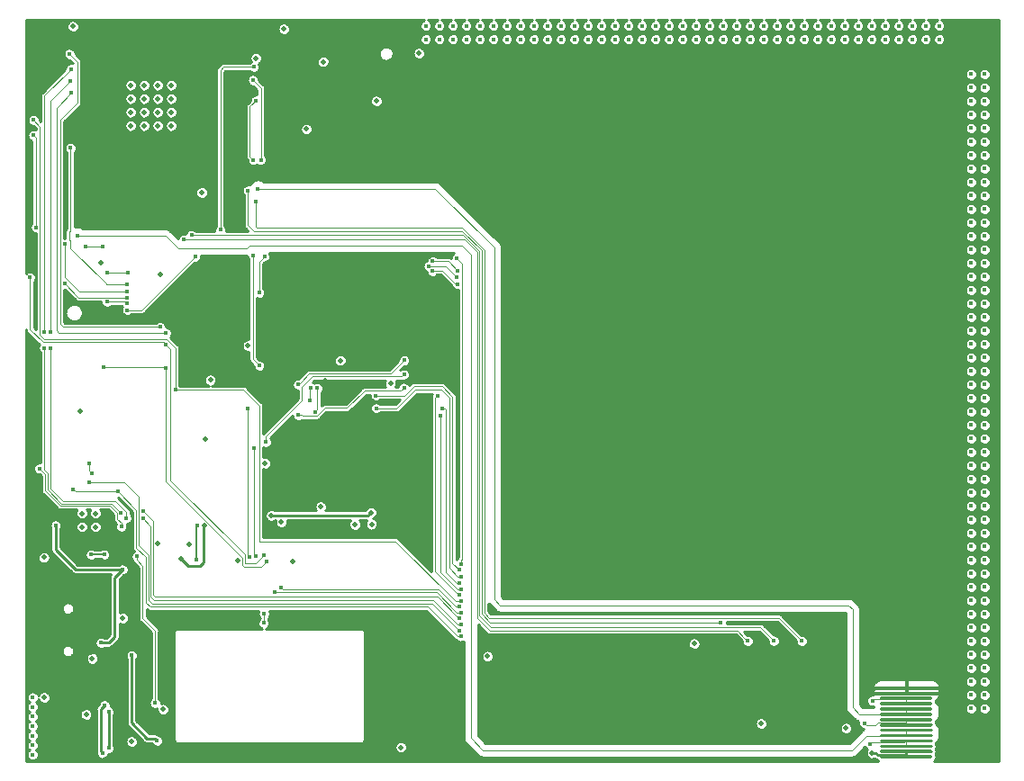
<source format=gtl>
G04 #@! TF.GenerationSoftware,KiCad,Pcbnew,5.99.0-unknown-711fc99~101~ubuntu18.04.1*
G04 #@! TF.CreationDate,2020-06-08T21:24:46+05:30*
G04 #@! TF.ProjectId,paperd.ink_main_pcb,70617065-7264-42e6-996e-6b5f6d61696e,rev?*
G04 #@! TF.SameCoordinates,Original*
G04 #@! TF.FileFunction,Copper,L1,Top*
G04 #@! TF.FilePolarity,Positive*
%FSLAX46Y46*%
G04 Gerber Fmt 4.6, Leading zero omitted, Abs format (unit mm)*
G04 Created by KiCad (PCBNEW 5.99.0-unknown-711fc99~101~ubuntu18.04.1) date 2020-06-08 21:24:46*
%MOMM*%
%LPD*%
G01*
G04 APERTURE LIST*
G04 #@! TA.AperFunction,ViaPad*
%ADD10C,0.450000*%
G04 #@! TD*
G04 #@! TA.AperFunction,ViaPad*
%ADD11C,0.500000*%
G04 #@! TD*
G04 #@! TA.AperFunction,Conductor*
%ADD12C,0.101600*%
G04 #@! TD*
G04 #@! TA.AperFunction,Conductor*
%ADD13C,0.254000*%
G04 #@! TD*
G04 #@! TA.AperFunction,Conductor*
%ADD14C,0.200000*%
G04 #@! TD*
G04 #@! TA.AperFunction,Conductor*
%ADD15C,0.177800*%
G04 #@! TD*
G04 APERTURE END LIST*
G04 #@! TA.AperFunction,SMDPad,CuDef*
G36*
G01*
X182560000Y-139560000D02*
X182560000Y-139560000D01*
G75*
G02*
X182710000Y-139410000I150000J0D01*
G01*
X187410000Y-139410000D01*
G75*
G02*
X187560000Y-139560000I0J-150000D01*
G01*
X187560000Y-139560000D01*
G75*
G02*
X187410000Y-139710000I-150000J0D01*
G01*
X182710000Y-139710000D01*
G75*
G02*
X182560000Y-139560000I0J150000D01*
G01*
G37*
G04 #@! TD.AperFunction*
G04 #@! TA.AperFunction,SMDPad,CuDef*
G36*
G01*
X182560000Y-139060000D02*
X182560000Y-139060000D01*
G75*
G02*
X182710000Y-138910000I150000J0D01*
G01*
X187410000Y-138910000D01*
G75*
G02*
X187560000Y-139060000I0J-150000D01*
G01*
X187560000Y-139060000D01*
G75*
G02*
X187410000Y-139210000I-150000J0D01*
G01*
X182710000Y-139210000D01*
G75*
G02*
X182560000Y-139060000I0J150000D01*
G01*
G37*
G04 #@! TD.AperFunction*
G04 #@! TA.AperFunction,SMDPad,CuDef*
G36*
G01*
X182560000Y-138560000D02*
X182560000Y-138560000D01*
G75*
G02*
X182710000Y-138410000I150000J0D01*
G01*
X187410000Y-138410000D01*
G75*
G02*
X187560000Y-138560000I0J-150000D01*
G01*
X187560000Y-138560000D01*
G75*
G02*
X187410000Y-138710000I-150000J0D01*
G01*
X182710000Y-138710000D01*
G75*
G02*
X182560000Y-138560000I0J150000D01*
G01*
G37*
G04 #@! TD.AperFunction*
G04 #@! TA.AperFunction,SMDPad,CuDef*
G36*
G01*
X182560000Y-138060000D02*
X182560000Y-138060000D01*
G75*
G02*
X182710000Y-137910000I150000J0D01*
G01*
X187410000Y-137910000D01*
G75*
G02*
X187560000Y-138060000I0J-150000D01*
G01*
X187560000Y-138060000D01*
G75*
G02*
X187410000Y-138210000I-150000J0D01*
G01*
X182710000Y-138210000D01*
G75*
G02*
X182560000Y-138060000I0J150000D01*
G01*
G37*
G04 #@! TD.AperFunction*
G04 #@! TA.AperFunction,SMDPad,CuDef*
G36*
G01*
X182560000Y-137560000D02*
X182560000Y-137560000D01*
G75*
G02*
X182710000Y-137410000I150000J0D01*
G01*
X187410000Y-137410000D01*
G75*
G02*
X187560000Y-137560000I0J-150000D01*
G01*
X187560000Y-137560000D01*
G75*
G02*
X187410000Y-137710000I-150000J0D01*
G01*
X182710000Y-137710000D01*
G75*
G02*
X182560000Y-137560000I0J150000D01*
G01*
G37*
G04 #@! TD.AperFunction*
G04 #@! TA.AperFunction,SMDPad,CuDef*
G36*
G01*
X182560000Y-137060000D02*
X182560000Y-137060000D01*
G75*
G02*
X182710000Y-136910000I150000J0D01*
G01*
X187410000Y-136910000D01*
G75*
G02*
X187560000Y-137060000I0J-150000D01*
G01*
X187560000Y-137060000D01*
G75*
G02*
X187410000Y-137210000I-150000J0D01*
G01*
X182710000Y-137210000D01*
G75*
G02*
X182560000Y-137060000I0J150000D01*
G01*
G37*
G04 #@! TD.AperFunction*
G04 #@! TA.AperFunction,SMDPad,CuDef*
G36*
G01*
X182560000Y-136560000D02*
X182560000Y-136560000D01*
G75*
G02*
X182710000Y-136410000I150000J0D01*
G01*
X187410000Y-136410000D01*
G75*
G02*
X187560000Y-136560000I0J-150000D01*
G01*
X187560000Y-136560000D01*
G75*
G02*
X187410000Y-136710000I-150000J0D01*
G01*
X182710000Y-136710000D01*
G75*
G02*
X182560000Y-136560000I0J150000D01*
G01*
G37*
G04 #@! TD.AperFunction*
G04 #@! TA.AperFunction,SMDPad,CuDef*
G36*
G01*
X182560000Y-136060000D02*
X182560000Y-136060000D01*
G75*
G02*
X182710000Y-135910000I150000J0D01*
G01*
X187410000Y-135910000D01*
G75*
G02*
X187560000Y-136060000I0J-150000D01*
G01*
X187560000Y-136060000D01*
G75*
G02*
X187410000Y-136210000I-150000J0D01*
G01*
X182710000Y-136210000D01*
G75*
G02*
X182560000Y-136060000I0J150000D01*
G01*
G37*
G04 #@! TD.AperFunction*
G04 #@! TA.AperFunction,SMDPad,CuDef*
G36*
G01*
X182560000Y-135560000D02*
X182560000Y-135560000D01*
G75*
G02*
X182710000Y-135410000I150000J0D01*
G01*
X187410000Y-135410000D01*
G75*
G02*
X187560000Y-135560000I0J-150000D01*
G01*
X187560000Y-135560000D01*
G75*
G02*
X187410000Y-135710000I-150000J0D01*
G01*
X182710000Y-135710000D01*
G75*
G02*
X182560000Y-135560000I0J150000D01*
G01*
G37*
G04 #@! TD.AperFunction*
G04 #@! TA.AperFunction,SMDPad,CuDef*
G36*
G01*
X182560000Y-135060000D02*
X182560000Y-135060000D01*
G75*
G02*
X182710000Y-134910000I150000J0D01*
G01*
X187410000Y-134910000D01*
G75*
G02*
X187560000Y-135060000I0J-150000D01*
G01*
X187560000Y-135060000D01*
G75*
G02*
X187410000Y-135210000I-150000J0D01*
G01*
X182710000Y-135210000D01*
G75*
G02*
X182560000Y-135060000I0J150000D01*
G01*
G37*
G04 #@! TD.AperFunction*
G04 #@! TA.AperFunction,SMDPad,CuDef*
G36*
G01*
X182560000Y-134560000D02*
X182560000Y-134560000D01*
G75*
G02*
X182710000Y-134410000I150000J0D01*
G01*
X187410000Y-134410000D01*
G75*
G02*
X187560000Y-134560000I0J-150000D01*
G01*
X187560000Y-134560000D01*
G75*
G02*
X187410000Y-134710000I-150000J0D01*
G01*
X182710000Y-134710000D01*
G75*
G02*
X182560000Y-134560000I0J150000D01*
G01*
G37*
G04 #@! TD.AperFunction*
G04 #@! TA.AperFunction,SMDPad,CuDef*
G36*
G01*
X182560000Y-134060000D02*
X182560000Y-134060000D01*
G75*
G02*
X182710000Y-133910000I150000J0D01*
G01*
X187410000Y-133910000D01*
G75*
G02*
X187560000Y-134060000I0J-150000D01*
G01*
X187560000Y-134060000D01*
G75*
G02*
X187410000Y-134210000I-150000J0D01*
G01*
X182710000Y-134210000D01*
G75*
G02*
X182560000Y-134060000I0J150000D01*
G01*
G37*
G04 #@! TD.AperFunction*
G04 #@! TA.AperFunction,SMDPad,CuDef*
G36*
G01*
X182560000Y-133560000D02*
X182560000Y-133560000D01*
G75*
G02*
X182710000Y-133410000I150000J0D01*
G01*
X187410000Y-133410000D01*
G75*
G02*
X187560000Y-133560000I0J-150000D01*
G01*
X187560000Y-133560000D01*
G75*
G02*
X187410000Y-133710000I-150000J0D01*
G01*
X182710000Y-133710000D01*
G75*
G02*
X182560000Y-133560000I0J150000D01*
G01*
G37*
G04 #@! TD.AperFunction*
G04 #@! TA.AperFunction,SMDPad,CuDef*
G36*
G01*
X182560000Y-133060000D02*
X182560000Y-133060000D01*
G75*
G02*
X182710000Y-132910000I150000J0D01*
G01*
X187410000Y-132910000D01*
G75*
G02*
X187560000Y-133060000I0J-150000D01*
G01*
X187560000Y-133060000D01*
G75*
G02*
X187410000Y-133210000I-150000J0D01*
G01*
X182710000Y-133210000D01*
G75*
G02*
X182560000Y-133060000I0J150000D01*
G01*
G37*
G04 #@! TD.AperFunction*
D10*
X108410149Y-120529851D03*
X109660000Y-120520000D03*
D11*
X112150000Y-76360000D03*
X130240000Y-74150000D03*
X111390000Y-126500000D03*
X106720000Y-70820000D03*
X113420000Y-76360000D03*
X114690000Y-76360000D03*
X115960000Y-76360000D03*
X112150000Y-77630000D03*
X113420000Y-77630000D03*
X114690000Y-77630000D03*
X115960000Y-77630000D03*
X112150000Y-78900000D03*
X113420000Y-78900000D03*
X114690000Y-78900000D03*
X115960000Y-78900000D03*
X112150000Y-80170000D03*
X113420000Y-80170000D03*
X114690000Y-80170000D03*
X115960000Y-80170000D03*
X118820000Y-86460000D03*
X114910000Y-94150000D03*
X109350000Y-93050000D03*
X107420000Y-107010000D03*
X119640000Y-104080000D03*
X123190000Y-100860000D03*
X131850000Y-102250000D03*
X179410000Y-136850000D03*
X171415000Y-136425000D03*
X165120000Y-128900000D03*
X145710000Y-130090000D03*
X137560000Y-138660000D03*
X115200000Y-135090000D03*
X112230000Y-138119000D03*
X107960000Y-135570000D03*
X104030000Y-133970000D03*
X103990000Y-120790000D03*
X107560000Y-116650000D03*
X108830000Y-116650000D03*
X107560000Y-117920000D03*
X108830000Y-117920000D03*
X126550000Y-71060000D03*
X139250000Y-73350000D03*
X135240000Y-77840000D03*
X128680000Y-80490000D03*
X123920000Y-73810000D03*
X108540000Y-130310000D03*
X136570000Y-104430000D03*
X181860000Y-139180000D03*
X119140000Y-109670000D03*
D10*
X109480000Y-139210000D03*
X109700003Y-134710011D03*
D11*
X107770000Y-134140000D03*
X103240000Y-113320000D03*
X125370000Y-107440000D03*
X127740000Y-109440000D03*
X137260000Y-113210000D03*
X145800000Y-136230000D03*
X166355000Y-136425000D03*
X134020000Y-99510000D03*
X136200000Y-83690000D03*
X130170000Y-73320000D03*
X126560000Y-72040000D03*
X181860000Y-133070000D03*
D10*
X111400000Y-121930000D03*
X109330000Y-128830000D03*
X112237079Y-129994976D03*
X114640000Y-138060000D03*
X105100000Y-117780000D03*
D11*
X116910000Y-120930000D03*
D10*
X143184190Y-121390000D03*
X142811419Y-92648559D03*
X123940000Y-77790000D03*
X123110000Y-106760000D03*
X124240000Y-102730000D03*
X123670000Y-83380000D03*
X123645001Y-92364997D03*
X137850000Y-103570000D03*
X123720000Y-110490000D03*
X124850000Y-109920000D03*
X124680000Y-126070000D03*
X124650000Y-126970000D03*
X106400000Y-73420000D03*
X114900000Y-99110000D03*
X109580000Y-102860000D03*
X115470000Y-102940000D03*
X103240000Y-89740000D03*
X102990000Y-81060000D03*
X125700000Y-124080000D03*
X143184190Y-126000000D03*
X102662600Y-94460000D03*
X115460000Y-100780000D03*
X143050000Y-125420000D03*
X126260000Y-123640000D03*
X110950000Y-114600000D03*
X106760000Y-114410000D03*
X143184190Y-128200000D03*
X104630000Y-101100000D03*
X104640000Y-99590000D03*
X106500000Y-75930000D03*
X111730000Y-117100000D03*
X113290000Y-117140000D03*
X143184190Y-127080000D03*
X141010000Y-105560000D03*
X143048801Y-124334739D03*
X105930000Y-95010000D03*
X111770000Y-96330000D03*
X129000000Y-106030000D03*
X129050000Y-104790000D03*
X135230000Y-106770000D03*
X143184190Y-122580000D03*
X141232590Y-107430000D03*
X143184190Y-123800000D03*
X123950000Y-87340000D03*
X175230000Y-128640000D03*
X172620000Y-128630000D03*
X117860000Y-90450000D03*
X117140000Y-90880000D03*
X170150000Y-128640000D03*
X167610000Y-126910000D03*
X123177755Y-86248236D03*
X143040000Y-123190000D03*
X141470000Y-106770000D03*
X111812305Y-96879977D03*
X109910000Y-96740000D03*
X143010000Y-121950000D03*
X135210000Y-105560000D03*
X116340000Y-105030000D03*
X103010000Y-79640000D03*
X143184190Y-124880000D03*
X106560000Y-74820000D03*
X104040000Y-99550000D03*
X104020000Y-101080000D03*
X111250000Y-116630000D03*
X113360000Y-116460000D03*
X143039384Y-126547734D03*
X111270000Y-117890000D03*
X108220000Y-113700000D03*
X103560000Y-112430000D03*
X143048801Y-127665261D03*
X115450000Y-99660000D03*
X106530000Y-77100000D03*
X108500000Y-112880000D03*
X108250000Y-111980000D03*
X111820000Y-95750000D03*
X105990000Y-91300000D03*
X142900000Y-95070000D03*
X140510000Y-93840000D03*
X107940000Y-91505810D03*
X109490000Y-91505810D03*
X111860000Y-94000000D03*
X109900000Y-93960000D03*
X142910000Y-93810000D03*
X140540000Y-92930000D03*
X127890000Y-104520000D03*
X137860000Y-102240000D03*
X111840000Y-95120000D03*
X106500000Y-82250000D03*
X140151511Y-93401511D03*
X142822848Y-94438137D03*
X107120000Y-90524190D03*
X124114190Y-86088198D03*
X110086010Y-135320000D03*
X110086010Y-138720000D03*
X123710000Y-74640000D03*
X111840000Y-97520000D03*
X112720000Y-120700000D03*
X114430000Y-134490000D03*
X120590000Y-89950000D03*
X118200000Y-92485810D03*
X123640000Y-75880000D03*
X129460000Y-107110000D03*
X129690000Y-104870000D03*
X124240000Y-95870000D03*
X124380000Y-83390000D03*
X124720000Y-92472590D03*
X127890000Y-107390000D03*
X137840000Y-104830000D03*
X181870000Y-134290000D03*
X189890000Y-70760000D03*
X191160000Y-70760000D03*
X192430000Y-70760000D03*
X189890000Y-72030000D03*
X191160000Y-72030000D03*
X192430000Y-72030000D03*
X191160000Y-73300000D03*
X192430000Y-73300000D03*
X191160000Y-75300000D03*
X192430000Y-75300000D03*
X191160000Y-76570000D03*
X192430000Y-76570000D03*
X191160000Y-77840000D03*
X192430000Y-77840000D03*
X191160000Y-79110000D03*
X192430000Y-79110000D03*
X191160000Y-80380000D03*
X192430000Y-80380000D03*
X191160000Y-81650000D03*
X192430000Y-81650000D03*
X191160000Y-82920000D03*
X192430000Y-82920000D03*
X191160000Y-84190000D03*
X192430000Y-84190000D03*
X191160000Y-85460000D03*
X192430000Y-85460000D03*
X191160000Y-86730000D03*
X192430000Y-86730000D03*
X191160000Y-88000000D03*
X192430000Y-88000000D03*
X191160000Y-89270000D03*
X192430000Y-89270000D03*
X191160000Y-90540000D03*
X192430000Y-90540000D03*
X191160000Y-91810000D03*
X192430000Y-91810000D03*
X191160000Y-93080000D03*
X192430000Y-93080000D03*
X191160000Y-94350000D03*
X192430000Y-94350000D03*
X191160000Y-95620000D03*
X192430000Y-95620000D03*
X191160000Y-96890000D03*
X192430000Y-96890000D03*
X191160000Y-98160000D03*
X192430000Y-98160000D03*
X191160000Y-99430000D03*
X192430000Y-99430000D03*
X191160000Y-100700000D03*
X192430000Y-100700000D03*
X191160000Y-101970000D03*
X192430000Y-101970000D03*
X191160000Y-103240000D03*
X192430000Y-103240000D03*
X191160000Y-104510000D03*
X192430000Y-104510000D03*
X191160000Y-105780000D03*
X192430000Y-105780000D03*
X191160000Y-107050000D03*
X192430000Y-107050000D03*
X191160000Y-108320000D03*
X192430000Y-108320000D03*
X191160000Y-109590000D03*
X192430000Y-109590000D03*
X191160000Y-110860000D03*
X192430000Y-110860000D03*
X191160000Y-112130000D03*
X192430000Y-112130000D03*
X191160000Y-113400000D03*
X192430000Y-113400000D03*
X191160000Y-114670000D03*
X192430000Y-114670000D03*
X191160000Y-115940000D03*
X192430000Y-115940000D03*
X191160000Y-117210000D03*
X192430000Y-117210000D03*
X191160000Y-118480000D03*
X192430000Y-118480000D03*
X191160000Y-119750000D03*
X192430000Y-119750000D03*
X191160000Y-121020000D03*
X192430000Y-121020000D03*
X191160000Y-122290000D03*
X192430000Y-122290000D03*
X191160000Y-123560000D03*
X192430000Y-123560000D03*
X191160000Y-124830000D03*
X192430000Y-124830000D03*
X191160000Y-126100000D03*
X192430000Y-126100000D03*
X191160000Y-127370000D03*
X192430000Y-127370000D03*
X191160000Y-128640000D03*
X192430000Y-128640000D03*
X191160000Y-129910000D03*
X192430000Y-129910000D03*
X191160000Y-131180000D03*
X192430000Y-131180000D03*
X191160000Y-132450000D03*
X192430000Y-132450000D03*
X191160000Y-133720000D03*
X192430000Y-133720000D03*
X191160000Y-134990000D03*
X192430000Y-134990000D03*
X139890000Y-70760000D03*
X141160000Y-70760000D03*
X142430000Y-70760000D03*
X143700000Y-70760000D03*
X144970000Y-70760000D03*
X146240000Y-70760000D03*
X147510000Y-70760000D03*
X148780000Y-70760000D03*
X150050000Y-70760000D03*
X151320000Y-70760000D03*
X152590000Y-70760000D03*
X153860000Y-70760000D03*
X155130000Y-70760000D03*
X156400000Y-70760000D03*
X157670000Y-70760000D03*
X158940000Y-70760000D03*
X160210000Y-70760000D03*
X161480000Y-70760000D03*
X162750000Y-70760000D03*
X164020000Y-70760000D03*
X165290000Y-70760000D03*
X166560000Y-70760000D03*
X167830000Y-70760000D03*
X169100000Y-70760000D03*
X170370000Y-70760000D03*
X171640000Y-70760000D03*
X172910000Y-70760000D03*
X174180000Y-70760000D03*
X175450000Y-70760000D03*
X176720000Y-70760000D03*
X177990000Y-70760000D03*
X179260000Y-70760000D03*
X180530000Y-70760000D03*
X181800000Y-70760000D03*
X183070000Y-70760000D03*
X184340000Y-70760000D03*
X185610000Y-70760000D03*
X186880000Y-70760000D03*
X188150000Y-70760000D03*
X139890000Y-72030000D03*
X141160000Y-72030000D03*
X142430000Y-72030000D03*
X143700000Y-72030000D03*
X144970000Y-72030000D03*
X146240000Y-72030000D03*
X147510000Y-72030000D03*
X148780000Y-72030000D03*
X150050000Y-72030000D03*
X151320000Y-72030000D03*
X152590000Y-72030000D03*
X153860000Y-72030000D03*
X155130000Y-72030000D03*
X156400000Y-72030000D03*
X157670000Y-72030000D03*
X158940000Y-72030000D03*
X160210000Y-72030000D03*
X161480000Y-72030000D03*
X162750000Y-72030000D03*
X164020000Y-72030000D03*
X165290000Y-72030000D03*
X166560000Y-72030000D03*
X167830000Y-72030000D03*
X169100000Y-72030000D03*
X170370000Y-72030000D03*
X171640000Y-72030000D03*
X172910000Y-72030000D03*
X174180000Y-72030000D03*
X175450000Y-72030000D03*
X176720000Y-72030000D03*
X177990000Y-72030000D03*
X179260000Y-72030000D03*
X180530000Y-72030000D03*
X181800000Y-72030000D03*
X183070000Y-72030000D03*
X184340000Y-72030000D03*
X185610000Y-72030000D03*
X186880000Y-72030000D03*
X188150000Y-72030000D03*
X102940000Y-139360000D03*
X102940000Y-138458330D03*
X102940000Y-137556664D03*
X102940000Y-136654998D03*
X102940000Y-135753332D03*
X102940000Y-134851666D03*
X102940000Y-133950000D03*
X181110000Y-136380000D03*
X181650000Y-138355800D03*
D11*
X130400000Y-104172400D03*
D10*
X118300000Y-121030000D03*
X118430000Y-117780000D03*
D11*
X119050000Y-117810000D03*
D10*
X123290000Y-120780000D03*
X123890000Y-120650000D03*
X124690000Y-120600000D03*
X124900000Y-121180000D03*
D11*
X122250000Y-121100000D03*
X117670000Y-119560000D03*
X114720000Y-119520000D03*
X134730000Y-116560000D03*
X125350000Y-116840000D03*
X127420000Y-121200000D03*
X126320000Y-117450000D03*
X130010000Y-116020000D03*
X133220000Y-117700000D03*
X134800000Y-117680000D03*
X124780000Y-111940000D03*
D12*
X185060000Y-136410000D02*
X185060000Y-136210000D01*
X182172687Y-136604999D02*
X181334999Y-136604999D01*
X182421436Y-136356250D02*
X182172687Y-136604999D01*
X185060000Y-136356250D02*
X182421436Y-136356250D01*
X185060000Y-136060000D02*
X185060000Y-136356250D01*
X181334999Y-136604999D02*
X181110000Y-136380000D01*
D13*
X185060000Y-139560000D02*
X185060000Y-139060000D01*
D14*
X108410149Y-120529851D02*
X109650149Y-120529851D01*
X109650149Y-120529851D02*
X109660000Y-120520000D01*
D13*
X111400000Y-121930000D02*
X106990000Y-121930000D01*
X106990000Y-121930000D02*
X105100000Y-120040000D01*
X105100000Y-120040000D02*
X105100000Y-117780000D01*
X185060000Y-139560000D02*
X185060000Y-139337011D01*
X184839289Y-139339289D02*
X185060000Y-139560000D01*
X182372842Y-139339289D02*
X184839289Y-139339289D01*
X182213553Y-139180000D02*
X182372842Y-139339289D01*
X181860000Y-139180000D02*
X182213553Y-139180000D01*
X109340000Y-135070014D02*
X109700003Y-134710011D01*
X109340000Y-139070000D02*
X109340000Y-135070014D01*
X109480000Y-139210000D02*
X109340000Y-139070000D01*
X181870000Y-133060000D02*
X181860000Y-133070000D01*
X185060000Y-133060000D02*
X181870000Y-133060000D01*
X185060000Y-133560000D02*
X185060000Y-133060000D01*
D15*
X112237079Y-136367079D02*
X113030000Y-137160000D01*
D13*
X110070000Y-128830000D02*
X110650000Y-128250000D01*
X109330000Y-128830000D02*
X110070000Y-128830000D01*
X110650000Y-122680000D02*
X111400000Y-121930000D01*
X110650000Y-128250000D02*
X110650000Y-122680000D01*
X113705001Y-137835001D02*
X112237079Y-136367079D01*
X114415001Y-137835001D02*
X113705001Y-137835001D01*
X114640000Y-138060000D02*
X114415001Y-137835001D01*
X112237079Y-136367079D02*
X112237079Y-129994976D01*
D12*
X143184190Y-121071802D02*
X143330000Y-120925992D01*
X143184190Y-121390000D02*
X143184190Y-121071802D01*
X143330000Y-120925992D02*
X143330000Y-93167140D01*
X143036418Y-92873558D02*
X142811419Y-92648559D01*
X143330000Y-93167140D02*
X143036418Y-92873558D01*
X123360000Y-78370000D02*
X123940000Y-77790000D01*
X123360000Y-83070000D02*
X123360000Y-78370000D01*
X123670000Y-83380000D02*
X123360000Y-83070000D01*
X123645001Y-92683195D02*
X123645001Y-92364997D01*
X124240000Y-102730000D02*
X123645001Y-102135001D01*
X123645001Y-102135001D02*
X123645001Y-92683195D01*
X128267401Y-104752599D02*
X129250000Y-103770000D01*
X128267401Y-106022599D02*
X128267401Y-104752599D01*
X124850000Y-109440000D02*
X128267401Y-106022599D01*
X124850000Y-109920000D02*
X124850000Y-109440000D01*
X137650000Y-103770000D02*
X137850000Y-103570000D01*
X129250000Y-103770000D02*
X137650000Y-103770000D01*
X124680000Y-126940000D02*
X124650000Y-126970000D01*
X124680000Y-126070000D02*
X124680000Y-126940000D01*
X107140000Y-74160000D02*
X107140000Y-78000000D01*
X107140000Y-78000000D02*
X105520000Y-79620000D01*
X106400000Y-73420000D02*
X107140000Y-74160000D01*
X105520000Y-98810000D02*
X105820000Y-99110000D01*
X105520000Y-79620000D02*
X105520000Y-98810000D01*
X105820000Y-99110000D02*
X114900000Y-99110000D01*
X115390000Y-102860000D02*
X115470000Y-102940000D01*
X109580000Y-102860000D02*
X115390000Y-102860000D01*
X103240000Y-81310000D02*
X102990000Y-81060000D01*
X103240000Y-89740000D02*
X103240000Y-81310000D01*
X142865992Y-126000000D02*
X143184190Y-126000000D01*
X140900000Y-124080000D02*
X142820000Y-126000000D01*
X125700000Y-124080000D02*
X140900000Y-124080000D01*
X142820000Y-126000000D02*
X142865992Y-126000000D01*
X115235001Y-100555001D02*
X115460000Y-100780000D01*
X102662600Y-99312600D02*
X103905001Y-100555001D01*
X103905001Y-100555001D02*
X115235001Y-100555001D01*
X102662600Y-94460000D02*
X102662600Y-99312600D01*
X115460000Y-100780000D02*
X115847401Y-101167401D01*
X115847401Y-101167401D02*
X115847401Y-111832599D01*
X115847401Y-111832599D02*
X115847401Y-111997401D01*
X126430000Y-123810000D02*
X126260000Y-123640000D01*
X141130000Y-123810000D02*
X126430000Y-123810000D01*
X142740000Y-125420000D02*
X141130000Y-123810000D01*
X143050000Y-125420000D02*
X142740000Y-125420000D01*
X106950000Y-114600000D02*
X106760000Y-114410000D01*
X110950000Y-114600000D02*
X106950000Y-114600000D01*
X112680000Y-119870000D02*
X113580000Y-120770000D01*
X140105992Y-125440000D02*
X142865992Y-128200000D01*
X113980000Y-125440000D02*
X140105992Y-125440000D01*
X113580000Y-125040000D02*
X113980000Y-125440000D01*
X110950000Y-114600000D02*
X112680000Y-116330000D01*
X113580000Y-120770000D02*
X113580000Y-125040000D01*
X142865992Y-128200000D02*
X143184190Y-128200000D01*
X112680000Y-116330000D02*
X112680000Y-119870000D01*
X106500000Y-75940000D02*
X106500000Y-75930000D01*
X104640000Y-77800000D02*
X106500000Y-75940000D01*
X104640000Y-99590000D02*
X104640000Y-77800000D01*
X111730000Y-116781802D02*
X111730000Y-117100000D01*
X111730000Y-116480000D02*
X111730000Y-116781802D01*
X104630000Y-101100000D02*
X104630000Y-114330000D01*
X104630000Y-114330000D02*
X105760000Y-115460000D01*
X110710000Y-115460000D02*
X111730000Y-116480000D01*
X105760000Y-115460000D02*
X110710000Y-115460000D01*
X114040000Y-124510000D02*
X114320000Y-124790000D01*
X113290000Y-117140000D02*
X114040000Y-117890000D01*
X114040000Y-117890000D02*
X114040000Y-124510000D01*
X142865992Y-127080000D02*
X143184190Y-127080000D01*
X114320000Y-124790000D02*
X140575992Y-124790000D01*
X140575992Y-124790000D02*
X142865992Y-127080000D01*
X140785001Y-122070939D02*
X142823802Y-124109740D01*
X140785001Y-105784999D02*
X140785001Y-122070939D01*
X142823802Y-124109740D02*
X143048801Y-124334739D01*
X141010000Y-105560000D02*
X140785001Y-105784999D01*
X111770000Y-96330000D02*
X107250000Y-96330000D01*
X107250000Y-96330000D02*
X105930000Y-95010000D01*
X129000000Y-104840000D02*
X129050000Y-104790000D01*
X129000000Y-106030000D02*
X129000000Y-104840000D01*
X141361153Y-105011153D02*
X142090000Y-105740000D01*
X137150000Y-106770000D02*
X138908847Y-105011153D01*
X142090000Y-105740000D02*
X142090000Y-121804008D01*
X135230000Y-106770000D02*
X137150000Y-106770000D01*
X142865992Y-122580000D02*
X143184190Y-122580000D01*
X142090000Y-121804008D02*
X142865992Y-122580000D01*
X138908847Y-105011153D02*
X141361153Y-105011153D01*
X142865992Y-123800000D02*
X143184190Y-123800000D01*
X141232590Y-107430000D02*
X141232590Y-122166598D01*
X141232590Y-122166598D02*
X142865992Y-123800000D01*
X145390000Y-126000000D02*
X145390000Y-91868857D01*
X126400000Y-89760000D02*
X126390000Y-89770000D01*
X126390000Y-89770000D02*
X124030000Y-89770000D01*
X145880000Y-126490000D02*
X145390000Y-126000000D01*
X173080000Y-126490000D02*
X145880000Y-126490000D01*
X143281143Y-89760000D02*
X126400000Y-89760000D01*
X124030000Y-89770000D02*
X123950000Y-89690000D01*
X123950000Y-89690000D02*
X123950000Y-87658198D01*
X175230000Y-128640000D02*
X173080000Y-126490000D01*
X123950000Y-87658198D02*
X123950000Y-87340000D01*
X145390000Y-91868857D02*
X143281143Y-89760000D01*
X144924822Y-126284822D02*
X144924822Y-91978445D01*
X171360000Y-127370000D02*
X146010000Y-127370000D01*
X143396377Y-90450000D02*
X118178198Y-90450000D01*
X118178198Y-90450000D02*
X117860000Y-90450000D01*
X144924822Y-91978445D02*
X143396377Y-90450000D01*
X146010000Y-127370000D02*
X144924822Y-126284822D01*
X172620000Y-128630000D02*
X171360000Y-127370000D01*
X144721611Y-126471611D02*
X145940000Y-127690000D01*
X169200000Y-127690000D02*
X169925001Y-128415001D01*
X117140000Y-90880000D02*
X117458198Y-90880000D01*
X169925001Y-128415001D02*
X170150000Y-128640000D01*
X117458198Y-90880000D02*
X117466905Y-90871293D01*
X144721611Y-92062617D02*
X144721611Y-126471611D01*
X143530287Y-90871293D02*
X144721611Y-92062617D01*
X117466905Y-90871293D02*
X143530287Y-90871293D01*
X145940000Y-127690000D02*
X169200000Y-127690000D01*
X145950000Y-126910000D02*
X145128033Y-126088033D01*
X167610000Y-126910000D02*
X145950000Y-126910000D01*
X145128033Y-126088033D02*
X145128033Y-91894273D01*
X123177755Y-89527755D02*
X123177755Y-86566434D01*
X145128033Y-91894273D02*
X143293760Y-90060000D01*
X123710000Y-90060000D02*
X123177755Y-89527755D01*
X143293760Y-90060000D02*
X123710000Y-90060000D01*
X123177755Y-86566434D02*
X123177755Y-86248236D01*
X141680000Y-106770000D02*
X141470000Y-106770000D01*
X143040000Y-123190000D02*
X142770000Y-123190000D01*
X142770000Y-123190000D02*
X141780000Y-122200000D01*
X141780000Y-106870000D02*
X141680000Y-106770000D01*
X141780000Y-122200000D02*
X141780000Y-106870000D01*
X109910000Y-96740000D02*
X111672328Y-96740000D01*
X111672328Y-96740000D02*
X111812305Y-96879977D01*
X137920000Y-105560000D02*
X135210000Y-105560000D01*
X138780000Y-104700000D02*
X137920000Y-105560000D01*
X143010000Y-121950000D02*
X142390000Y-121330000D01*
X142390000Y-121330000D02*
X142390000Y-105650000D01*
X142390000Y-105650000D02*
X141440000Y-104700000D01*
X141440000Y-104700000D02*
X138780000Y-104700000D01*
X116340000Y-105030000D02*
X116340000Y-103100000D01*
X116340000Y-103100000D02*
X116340000Y-102990000D01*
X103617401Y-80247401D02*
X103010000Y-79640000D01*
X103617401Y-99867401D02*
X103617401Y-80247401D01*
X116340000Y-103100000D02*
X116340000Y-101101446D01*
X115498554Y-100260000D02*
X104010000Y-100260000D01*
X104010000Y-100260000D02*
X103617401Y-99867401D01*
X116340000Y-101101446D02*
X115498554Y-100260000D01*
X116340000Y-105030000D02*
X122760000Y-105030000D01*
X124220000Y-119271446D02*
X137061446Y-119271446D01*
X137061446Y-119271446D02*
X142670000Y-124880000D01*
X124220000Y-106490000D02*
X124220000Y-119271446D01*
X142670000Y-124880000D02*
X143184190Y-124880000D01*
X122760000Y-105030000D02*
X124220000Y-106490000D01*
X104040000Y-96410000D02*
X104040000Y-99550000D01*
X104040000Y-77340000D02*
X106560000Y-74820000D01*
X104040000Y-80170000D02*
X104040000Y-77340000D01*
X104040000Y-80111446D02*
X104040000Y-80170000D01*
X104040000Y-80170000D02*
X104040000Y-96410000D01*
X110340000Y-115720000D02*
X111250000Y-116630000D01*
X105640000Y-115720000D02*
X110340000Y-115720000D01*
X104345000Y-112895000D02*
X104345000Y-114425000D01*
X104020000Y-112570000D02*
X104345000Y-112895000D01*
X104020000Y-101080000D02*
X104020000Y-112570000D01*
X104345000Y-114425000D02*
X105640000Y-115720000D01*
X114280000Y-124310000D02*
X114450000Y-124480000D01*
X114280000Y-117380000D02*
X114280000Y-124310000D01*
X140971650Y-124480000D02*
X142814385Y-126322735D01*
X142814385Y-126322735D02*
X143039384Y-126547734D01*
X113360000Y-116460000D02*
X114280000Y-117380000D01*
X114450000Y-124480000D02*
X140971650Y-124480000D01*
X104130000Y-112990000D02*
X103570000Y-112430000D01*
X105555828Y-115923210D02*
X104130000Y-114497382D01*
X110163210Y-115923210D02*
X105555828Y-115923210D01*
X111270000Y-117890000D02*
X111270000Y-117571802D01*
X104130000Y-114497382D02*
X104130000Y-112990000D01*
X111270000Y-117571802D02*
X110872599Y-117174401D01*
X103570000Y-112430000D02*
X103560000Y-112430000D01*
X110872599Y-117174401D02*
X110872599Y-116632599D01*
X110872599Y-116632599D02*
X110163210Y-115923210D01*
X112883210Y-115073210D02*
X112883210Y-119643210D01*
X112883210Y-119643210D02*
X113800000Y-120560000D01*
X140533540Y-125150000D02*
X142823802Y-127440262D01*
X142823802Y-127440262D02*
X143048801Y-127665261D01*
X111510000Y-113700000D02*
X112883210Y-115073210D01*
X114160000Y-125150000D02*
X140533540Y-125150000D01*
X113800000Y-124790000D02*
X114160000Y-125150000D01*
X113800000Y-120560000D02*
X113800000Y-124790000D01*
X108220000Y-113700000D02*
X111510000Y-113700000D01*
X105170000Y-99430000D02*
X105170000Y-78460000D01*
X105170000Y-78460000D02*
X106530000Y-77100000D01*
X105400000Y-99660000D02*
X105170000Y-99430000D01*
X115450000Y-99660000D02*
X105400000Y-99660000D01*
X108500000Y-112880000D02*
X108275001Y-112655001D01*
X108275001Y-112005001D02*
X108250000Y-111980000D01*
X108275001Y-112655001D02*
X108275001Y-112005001D01*
X111820000Y-95750000D02*
X107300000Y-95750000D01*
X105990000Y-91618198D02*
X105990000Y-91300000D01*
X105990000Y-94440000D02*
X105990000Y-91618198D01*
X107300000Y-95750000D02*
X105990000Y-94440000D01*
X140550000Y-93800000D02*
X140510000Y-93840000D01*
X141410000Y-93800000D02*
X140550000Y-93800000D01*
X142680000Y-95070000D02*
X141410000Y-93800000D01*
X142900000Y-95070000D02*
X142680000Y-95070000D01*
X109490000Y-91505810D02*
X107940000Y-91505810D01*
X109940000Y-94000000D02*
X109900000Y-93960000D01*
X111860000Y-94000000D02*
X109940000Y-94000000D01*
X142030000Y-92930000D02*
X142910000Y-93810000D01*
X140540000Y-92930000D02*
X142030000Y-92930000D01*
X128114999Y-104295001D02*
X127890000Y-104520000D01*
X128930000Y-103480000D02*
X128114999Y-104295001D01*
X136620000Y-103480000D02*
X128930000Y-103480000D01*
X137860000Y-102240000D02*
X136620000Y-103480000D01*
X109910000Y-95120000D02*
X109870000Y-95080000D01*
X111840000Y-95120000D02*
X109910000Y-95120000D01*
X140151511Y-93401511D02*
X141786222Y-93401511D01*
X141786222Y-93401511D02*
X142597849Y-94213138D01*
X142597849Y-94213138D02*
X142822848Y-94438137D01*
X106500000Y-91052378D02*
X106344198Y-90896576D01*
X106500000Y-89996002D02*
X106500000Y-82568198D01*
X106500000Y-91710000D02*
X106500000Y-91052378D01*
X106500000Y-82568198D02*
X106500000Y-82250000D01*
X106344198Y-90151804D02*
X106500000Y-89996002D01*
X109910000Y-95120000D02*
X106500000Y-91710000D01*
X106344198Y-90896576D02*
X106344198Y-90151804D01*
X185060000Y-137060000D02*
X185060000Y-137560000D01*
X115414190Y-90524190D02*
X107120000Y-90524190D01*
X116600000Y-91710000D02*
X115414190Y-90524190D01*
X181300000Y-137580000D02*
X179960000Y-138920000D01*
X185060000Y-137560000D02*
X185040000Y-137580000D01*
X123099224Y-91710000D02*
X116600000Y-91710000D01*
X145260000Y-138920000D02*
X144120000Y-137780000D01*
X143281092Y-91472904D02*
X123336320Y-91472904D01*
X144120000Y-137780000D02*
X144120000Y-92311812D01*
X179960000Y-138920000D02*
X145260000Y-138920000D01*
X123336320Y-91472904D02*
X123099224Y-91710000D01*
X185040000Y-137580000D02*
X181300000Y-137580000D01*
X144120000Y-92311812D02*
X143281092Y-91472904D01*
X185060000Y-135060000D02*
X185060000Y-135560000D01*
X140788198Y-86088198D02*
X124114190Y-86088198D01*
X146890000Y-125300000D02*
X146350000Y-124760000D01*
X179650000Y-125300000D02*
X146890000Y-125300000D01*
X185060000Y-135560000D02*
X185040000Y-135540000D01*
X146350000Y-91650000D02*
X140788198Y-86088198D01*
X146350000Y-124760000D02*
X146350000Y-91650000D01*
X180020000Y-134890000D02*
X180020000Y-125670000D01*
X180020000Y-125670000D02*
X179650000Y-125300000D01*
X185040000Y-135540000D02*
X180670000Y-135540000D01*
X180670000Y-135540000D02*
X180020000Y-134890000D01*
D13*
X110086010Y-138720000D02*
X110086010Y-138401802D01*
X110086010Y-138401802D02*
X110086010Y-135320000D01*
D12*
X112720000Y-121018198D02*
X113280000Y-121578198D01*
X112720000Y-120700000D02*
X112720000Y-121018198D01*
X113280000Y-121578198D02*
X113280000Y-126520000D01*
X114430000Y-127670000D02*
X114430000Y-134490000D01*
X113280000Y-126520000D02*
X114430000Y-127670000D01*
X120900000Y-74640000D02*
X123710000Y-74640000D01*
X120590000Y-74950000D02*
X120900000Y-74640000D01*
X120590000Y-89950000D02*
X120590000Y-74950000D01*
X113165810Y-97520000D02*
X117975001Y-92710809D01*
X117975001Y-92710809D02*
X118200000Y-92485810D01*
X111840000Y-97520000D02*
X113165810Y-97520000D01*
X129690000Y-106880000D02*
X129690000Y-104870000D01*
X129460000Y-107110000D02*
X129690000Y-106880000D01*
X124380000Y-83390000D02*
X124380000Y-76620000D01*
X124380000Y-76620000D02*
X124310000Y-76550000D01*
X123640000Y-75880000D02*
X124310000Y-76550000D01*
X124240000Y-95870000D02*
X124240000Y-92952590D01*
X124240000Y-92952590D02*
X124495001Y-92697589D01*
X124495001Y-92697589D02*
X124720000Y-92472590D01*
X137570000Y-105100000D02*
X137840000Y-104830000D01*
X134130000Y-105100000D02*
X137570000Y-105100000D01*
X132501446Y-106728554D02*
X134130000Y-105100000D01*
X130400000Y-106728554D02*
X132501446Y-106728554D01*
X127890000Y-107390000D02*
X128208198Y-107390000D01*
X128208198Y-107390000D02*
X128305599Y-107487401D01*
X128305599Y-107487401D02*
X129641153Y-107487401D01*
X129641153Y-107487401D02*
X130400000Y-106728554D01*
X185060000Y-134560000D02*
X185060000Y-134060000D01*
X185010000Y-134110000D02*
X182050000Y-134110000D01*
X182050000Y-134110000D02*
X181870000Y-134290000D01*
X185060000Y-134060000D02*
X185010000Y-134110000D01*
X185060000Y-138560000D02*
X185060000Y-138060000D01*
X184960000Y-136160000D02*
X185060000Y-136060000D01*
X181795800Y-138210000D02*
X181650000Y-138355800D01*
X184910000Y-138210000D02*
X181795800Y-138210000D01*
X185060000Y-138060000D02*
X184910000Y-138210000D01*
D13*
X118980000Y-117880000D02*
X119050000Y-117810000D01*
X116910000Y-120930000D02*
X117580000Y-121600000D01*
X118660000Y-121600000D02*
X118980000Y-121280000D01*
X117580000Y-121600000D02*
X118660000Y-121600000D01*
X118980000Y-121280000D02*
X118980000Y-117880000D01*
D15*
X118300000Y-117910000D02*
X118430000Y-117780000D01*
X118300000Y-121030000D02*
X118300000Y-117910000D01*
D12*
X123110000Y-120600000D02*
X123290000Y-120780000D01*
X123110000Y-106760000D02*
X123110000Y-120600000D01*
X123720000Y-120480000D02*
X123890000Y-120650000D01*
X123720000Y-110490000D02*
X123720000Y-120480000D01*
X124430000Y-121650000D02*
X122799248Y-121650000D01*
X115470000Y-113634446D02*
X115470000Y-103258198D01*
X115470000Y-103258198D02*
X115470000Y-102940000D01*
X124900000Y-121180000D02*
X124430000Y-121650000D01*
X123912675Y-121377325D02*
X122855612Y-121377325D01*
X122855612Y-121377325D02*
X122855612Y-120535612D01*
X122855612Y-120535612D02*
X115847401Y-113527401D01*
X124690000Y-120600000D02*
X123912675Y-121377325D01*
X115847401Y-113527401D02*
X115847401Y-111832599D01*
X122652401Y-121503153D02*
X122652401Y-120816847D01*
X122652401Y-120816847D02*
X115470000Y-113634446D01*
X122799248Y-121650000D02*
X122652401Y-121503153D01*
D13*
X134450000Y-116840000D02*
X125350000Y-116840000D01*
X134730000Y-116560000D02*
X134450000Y-116840000D01*
G36*
X102288496Y-99375866D02*
G01*
X102294067Y-99425940D01*
X102303431Y-99452790D01*
X102307535Y-99459332D01*
X102309262Y-99466903D01*
X102321568Y-99492474D01*
X102353325Y-99532327D01*
X102360809Y-99544256D01*
X102369658Y-99555361D01*
X102379608Y-99565311D01*
X102411130Y-99604868D01*
X102433307Y-99622572D01*
X102440188Y-99625891D01*
X103570437Y-100756142D01*
X103503810Y-100861536D01*
X103495188Y-100883146D01*
X103459772Y-101062010D01*
X103459508Y-101085275D01*
X103490857Y-101264897D01*
X103498986Y-101286697D01*
X103592897Y-101442989D01*
X103608328Y-101460401D01*
X103641200Y-101485991D01*
X103641201Y-111882257D01*
X103523236Y-111870690D01*
X103500056Y-111872698D01*
X103324351Y-111921425D01*
X103303448Y-111931643D01*
X103157065Y-112040356D01*
X103141241Y-112057414D01*
X103043810Y-112211536D01*
X103035188Y-112233146D01*
X102999772Y-112412010D01*
X102999508Y-112435275D01*
X103030857Y-112614897D01*
X103038986Y-112636697D01*
X103132897Y-112792989D01*
X103148328Y-112810401D01*
X103292208Y-112922409D01*
X103312873Y-112933098D01*
X103487428Y-112985799D01*
X103510556Y-112988332D01*
X103586889Y-112982592D01*
X103751201Y-113146905D01*
X103751200Y-114432782D01*
X103748782Y-114439667D01*
X103745570Y-114467863D01*
X103751200Y-114518457D01*
X103751200Y-114532951D01*
X103752782Y-114547005D01*
X103755895Y-114560654D01*
X103761468Y-114610724D01*
X103770831Y-114637573D01*
X103774933Y-114644112D01*
X103776660Y-114651683D01*
X103788967Y-114677254D01*
X103820729Y-114717114D01*
X103828209Y-114729038D01*
X103837057Y-114740142D01*
X103847005Y-114750089D01*
X103878528Y-114789649D01*
X103900706Y-114807354D01*
X103907591Y-114810675D01*
X105242296Y-116145381D01*
X105245456Y-116151962D01*
X105263121Y-116174170D01*
X105302886Y-116205971D01*
X105313128Y-116216214D01*
X105324184Y-116225032D01*
X105336035Y-116232481D01*
X105375380Y-116263946D01*
X105400983Y-116276309D01*
X105408511Y-116278033D01*
X105415090Y-116282168D01*
X105441872Y-116291547D01*
X105492512Y-116297272D01*
X105506232Y-116300415D01*
X105520343Y-116302010D01*
X105534426Y-116302010D01*
X105584675Y-116307691D01*
X105612877Y-116304528D01*
X105620087Y-116302010D01*
X107096112Y-116302010D01*
X107020187Y-116422111D01*
X107011565Y-116443722D01*
X106974341Y-116631723D01*
X106974077Y-116654987D01*
X107007027Y-116843783D01*
X107015156Y-116865583D01*
X107113862Y-117029858D01*
X107129294Y-117047270D01*
X107280523Y-117164999D01*
X107301188Y-117175688D01*
X107484659Y-117231081D01*
X107507787Y-117233614D01*
X107698897Y-117219244D01*
X107721386Y-117213281D01*
X107894511Y-117131075D01*
X107913346Y-117117416D01*
X108045268Y-116978398D01*
X108057923Y-116958874D01*
X108131092Y-116781352D01*
X108135885Y-116757849D01*
X108138184Y-116555245D01*
X108133926Y-116531638D01*
X108064802Y-116352501D01*
X108052594Y-116332695D01*
X108024771Y-116302010D01*
X108366112Y-116302010D01*
X108290187Y-116422111D01*
X108281565Y-116443722D01*
X108244341Y-116631723D01*
X108244077Y-116654987D01*
X108277027Y-116843783D01*
X108285156Y-116865583D01*
X108383862Y-117029858D01*
X108399294Y-117047270D01*
X108550523Y-117164999D01*
X108571188Y-117175688D01*
X108754659Y-117231081D01*
X108777787Y-117233614D01*
X108968897Y-117219244D01*
X108991386Y-117213281D01*
X109164511Y-117131075D01*
X109183346Y-117117416D01*
X109315268Y-116978398D01*
X109327923Y-116958874D01*
X109401092Y-116781352D01*
X109405885Y-116757849D01*
X109408184Y-116555245D01*
X109403926Y-116531638D01*
X109334802Y-116352501D01*
X109322594Y-116332695D01*
X109294771Y-116302010D01*
X110006307Y-116302010D01*
X110493800Y-116789504D01*
X110493799Y-117109801D01*
X110491381Y-117116686D01*
X110488169Y-117144881D01*
X110493799Y-117195476D01*
X110493799Y-117209970D01*
X110495381Y-117224024D01*
X110498494Y-117237673D01*
X110504067Y-117287743D01*
X110513430Y-117314592D01*
X110517532Y-117321131D01*
X110519259Y-117328702D01*
X110531566Y-117354273D01*
X110563328Y-117394133D01*
X110570808Y-117406057D01*
X110579656Y-117417161D01*
X110589604Y-117427108D01*
X110621127Y-117466668D01*
X110643302Y-117484371D01*
X110650188Y-117487693D01*
X110784881Y-117622386D01*
X110753810Y-117671536D01*
X110745188Y-117693146D01*
X110709772Y-117872010D01*
X110709508Y-117895275D01*
X110740857Y-118074897D01*
X110748986Y-118096697D01*
X110842897Y-118252989D01*
X110858328Y-118270401D01*
X111002208Y-118382409D01*
X111022873Y-118393098D01*
X111197428Y-118445799D01*
X111220556Y-118448332D01*
X111402379Y-118434660D01*
X111424868Y-118428697D01*
X111589580Y-118350486D01*
X111608414Y-118336827D01*
X111733926Y-118204565D01*
X111746581Y-118185041D01*
X111816201Y-118016129D01*
X111820994Y-117992626D01*
X111823181Y-117799902D01*
X111818923Y-117776295D01*
X111770786Y-117651547D01*
X111862379Y-117644660D01*
X111884868Y-117638697D01*
X112049580Y-117560486D01*
X112068414Y-117546827D01*
X112193926Y-117414565D01*
X112206581Y-117395041D01*
X112276201Y-117226129D01*
X112280994Y-117202626D01*
X112283181Y-117009902D01*
X112278923Y-116986295D01*
X112213152Y-116815847D01*
X112200944Y-116796041D01*
X112108800Y-116694421D01*
X112108800Y-116544600D01*
X112111218Y-116537715D01*
X112114430Y-116509520D01*
X112108800Y-116458925D01*
X112108800Y-116444430D01*
X112107218Y-116430376D01*
X112104105Y-116416727D01*
X112098532Y-116366657D01*
X112089169Y-116339808D01*
X112085066Y-116333267D01*
X112083339Y-116325698D01*
X112071033Y-116300126D01*
X112039273Y-116260269D01*
X112031792Y-116248344D01*
X112022943Y-116237239D01*
X112012993Y-116227289D01*
X111981471Y-116187732D01*
X111959294Y-116170028D01*
X111952413Y-116166709D01*
X111023532Y-115237829D01*
X111020372Y-115231248D01*
X111002707Y-115209040D01*
X110962937Y-115177235D01*
X110952699Y-115166996D01*
X110941640Y-115158176D01*
X110937471Y-115155556D01*
X110967588Y-115153291D01*
X112301200Y-116486904D01*
X112301201Y-119805398D01*
X112298782Y-119812286D01*
X112295570Y-119840481D01*
X112301201Y-119891084D01*
X112301201Y-119905572D01*
X112302784Y-119919630D01*
X112305896Y-119933266D01*
X112311467Y-119983340D01*
X112320831Y-120010190D01*
X112324935Y-120016732D01*
X112326662Y-120024303D01*
X112338968Y-120049874D01*
X112370725Y-120089727D01*
X112378209Y-120101656D01*
X112387058Y-120112761D01*
X112397008Y-120122711D01*
X112428530Y-120162268D01*
X112450707Y-120179972D01*
X112457590Y-120183292D01*
X112471839Y-120197541D01*
X112463448Y-120201643D01*
X112317065Y-120310356D01*
X112301241Y-120327414D01*
X112203810Y-120481536D01*
X112195188Y-120503146D01*
X112159772Y-120682010D01*
X112159508Y-120705275D01*
X112190857Y-120884897D01*
X112198986Y-120906697D01*
X112292896Y-121062989D01*
X112308328Y-121080401D01*
X112349329Y-121112319D01*
X112351467Y-121131538D01*
X112360831Y-121158388D01*
X112364935Y-121164930D01*
X112366662Y-121172501D01*
X112378968Y-121198072D01*
X112410725Y-121237925D01*
X112418209Y-121249854D01*
X112427058Y-121260959D01*
X112437008Y-121270909D01*
X112468530Y-121310466D01*
X112490707Y-121328170D01*
X112497588Y-121331489D01*
X112901200Y-121735102D01*
X112901201Y-126455398D01*
X112898782Y-126462286D01*
X112895570Y-126490481D01*
X112901201Y-126541084D01*
X112901201Y-126555572D01*
X112902784Y-126569630D01*
X112905896Y-126583266D01*
X112911467Y-126633340D01*
X112920831Y-126660190D01*
X112924935Y-126666732D01*
X112926662Y-126674303D01*
X112938968Y-126699874D01*
X112970725Y-126739727D01*
X112978209Y-126751656D01*
X112987058Y-126762761D01*
X112997008Y-126772711D01*
X113028530Y-126812268D01*
X113050707Y-126829972D01*
X113057590Y-126833292D01*
X114051200Y-127826903D01*
X114051201Y-134082431D01*
X114027065Y-134100355D01*
X114011241Y-134117413D01*
X113913810Y-134271536D01*
X113905188Y-134293146D01*
X113869772Y-134472010D01*
X113869508Y-134495275D01*
X113900857Y-134674897D01*
X113908986Y-134696697D01*
X114002897Y-134852989D01*
X114018328Y-134870401D01*
X114162208Y-134982409D01*
X114182873Y-134993098D01*
X114357428Y-135045799D01*
X114380556Y-135048332D01*
X114562379Y-135034660D01*
X114584868Y-135028697D01*
X114626803Y-135008785D01*
X114614341Y-135071723D01*
X114614077Y-135094987D01*
X114647027Y-135283783D01*
X114655156Y-135305583D01*
X114753862Y-135469858D01*
X114769294Y-135487270D01*
X114920523Y-135604999D01*
X114941188Y-135615688D01*
X115124659Y-135671081D01*
X115147787Y-135673614D01*
X115338897Y-135659244D01*
X115361386Y-135653281D01*
X115534511Y-135571075D01*
X115553346Y-135557416D01*
X115685268Y-135418398D01*
X115697923Y-135398874D01*
X115771092Y-135221352D01*
X115775885Y-135197849D01*
X115778184Y-134995245D01*
X115773926Y-134971638D01*
X115704802Y-134792501D01*
X115692594Y-134772695D01*
X115563859Y-134630720D01*
X115545339Y-134616637D01*
X115374124Y-134530525D01*
X115351776Y-134524054D01*
X115161041Y-134505352D01*
X115137861Y-134507360D01*
X114981469Y-134550730D01*
X114983181Y-134399902D01*
X114978923Y-134376295D01*
X114913152Y-134205847D01*
X114900944Y-134186041D01*
X114808800Y-134084421D01*
X114808800Y-127734600D01*
X114811218Y-127727715D01*
X114814430Y-127699520D01*
X114808800Y-127648925D01*
X114808800Y-127634430D01*
X114807218Y-127620376D01*
X114804105Y-127606727D01*
X114798532Y-127556658D01*
X114789170Y-127529811D01*
X114785067Y-127523270D01*
X114783339Y-127515696D01*
X114771033Y-127490126D01*
X114739279Y-127450277D01*
X114731794Y-127438345D01*
X114722944Y-127427239D01*
X114712989Y-127417284D01*
X114681471Y-127377732D01*
X114659294Y-127360028D01*
X114652414Y-127356709D01*
X113658800Y-126363097D01*
X113658800Y-125654505D01*
X113666470Y-125662175D01*
X113669628Y-125668751D01*
X113687293Y-125690960D01*
X113727053Y-125722757D01*
X113737299Y-125733004D01*
X113748358Y-125741824D01*
X113760209Y-125749272D01*
X113799552Y-125780736D01*
X113825155Y-125793099D01*
X113832685Y-125794824D01*
X113839262Y-125798957D01*
X113866042Y-125808335D01*
X113916672Y-125814060D01*
X113930409Y-125817205D01*
X113944516Y-125818800D01*
X113958606Y-125818800D01*
X114008847Y-125824480D01*
X114037048Y-125821317D01*
X114044256Y-125818800D01*
X124184505Y-125818800D01*
X124163810Y-125851536D01*
X124155188Y-125873146D01*
X124119772Y-126052010D01*
X124119508Y-126075275D01*
X124150857Y-126254897D01*
X124158986Y-126276697D01*
X124252897Y-126432989D01*
X124268328Y-126450401D01*
X124301200Y-126475991D01*
X124301201Y-126540151D01*
X124247065Y-126580356D01*
X124231241Y-126597414D01*
X124133810Y-126751536D01*
X124125188Y-126773146D01*
X124089772Y-126952010D01*
X124089508Y-126975275D01*
X124120857Y-127154897D01*
X124128986Y-127176697D01*
X124222897Y-127332989D01*
X124238328Y-127350401D01*
X124382208Y-127462409D01*
X124402873Y-127473098D01*
X124472104Y-127494000D01*
X116575987Y-127494000D01*
X116510472Y-127493943D01*
X116482800Y-127500230D01*
X116461847Y-127510291D01*
X116439184Y-127515461D01*
X116413612Y-127527767D01*
X116395662Y-127542071D01*
X116374963Y-127552011D01*
X116352755Y-127569676D01*
X116338234Y-127587833D01*
X116320056Y-127602319D01*
X116302353Y-127624496D01*
X116292380Y-127645172D01*
X116278023Y-127663125D01*
X116265659Y-127688730D01*
X116260496Y-127711275D01*
X116250383Y-127732241D01*
X116244047Y-127759904D01*
X116244021Y-127790102D01*
X116244000Y-127790285D01*
X116244000Y-127814011D01*
X116243943Y-127879489D01*
X116244000Y-127879741D01*
X116244001Y-137942393D01*
X116243943Y-138009528D01*
X116250230Y-138037201D01*
X116260293Y-138058157D01*
X116265462Y-138080816D01*
X116277768Y-138106389D01*
X116292073Y-138124339D01*
X116302011Y-138145037D01*
X116319679Y-138167248D01*
X116337834Y-138181766D01*
X116352316Y-138199941D01*
X116374494Y-138217646D01*
X116395169Y-138227619D01*
X116413125Y-138241978D01*
X116438729Y-138254341D01*
X116461276Y-138259504D01*
X116482242Y-138269617D01*
X116509905Y-138275953D01*
X116540101Y-138275979D01*
X116540284Y-138276000D01*
X116564013Y-138276000D01*
X116629489Y-138276057D01*
X116629741Y-138276000D01*
X133784013Y-138276000D01*
X133849528Y-138276057D01*
X133877200Y-138269770D01*
X133898153Y-138259709D01*
X133920816Y-138254539D01*
X133946388Y-138242233D01*
X133964339Y-138227928D01*
X133985038Y-138217988D01*
X134007247Y-138200322D01*
X134021765Y-138182168D01*
X134039942Y-138167683D01*
X134057647Y-138145505D01*
X134067620Y-138124828D01*
X134081976Y-138106877D01*
X134094340Y-138081273D01*
X134099504Y-138058725D01*
X134109618Y-138037757D01*
X134115953Y-138010095D01*
X134115979Y-137979899D01*
X134116000Y-137979716D01*
X134116000Y-137955987D01*
X134116057Y-137890511D01*
X134116000Y-137890259D01*
X134116000Y-127825987D01*
X134116057Y-127760472D01*
X134109770Y-127732800D01*
X134099709Y-127711848D01*
X134094539Y-127689183D01*
X134082232Y-127663610D01*
X134067928Y-127645661D01*
X134057990Y-127624964D01*
X134040323Y-127602754D01*
X134022165Y-127588233D01*
X134007681Y-127570057D01*
X133985505Y-127552354D01*
X133964831Y-127542382D01*
X133946875Y-127528022D01*
X133921271Y-127515659D01*
X133898724Y-127510496D01*
X133877758Y-127500383D01*
X133850095Y-127494047D01*
X133819899Y-127494021D01*
X133819716Y-127494000D01*
X133795987Y-127494000D01*
X133730511Y-127493943D01*
X133730259Y-127494000D01*
X124835820Y-127494000D01*
X124969580Y-127430486D01*
X124988414Y-127416827D01*
X125113926Y-127284565D01*
X125126581Y-127265041D01*
X125196201Y-127096129D01*
X125200994Y-127072626D01*
X125203181Y-126879902D01*
X125198923Y-126856295D01*
X125133152Y-126685847D01*
X125120944Y-126666041D01*
X125058800Y-126597506D01*
X125058800Y-126474269D01*
X125143926Y-126384565D01*
X125156581Y-126365041D01*
X125226201Y-126196129D01*
X125230994Y-126172626D01*
X125233181Y-125979902D01*
X125228923Y-125956295D01*
X125175868Y-125818800D01*
X139949090Y-125818800D01*
X142552461Y-128422173D01*
X142555620Y-128428751D01*
X142573285Y-128450960D01*
X142613045Y-128482757D01*
X142623291Y-128493004D01*
X142634350Y-128501824D01*
X142646201Y-128509272D01*
X142685544Y-128540736D01*
X142711147Y-128553099D01*
X142718677Y-128554824D01*
X142725254Y-128558957D01*
X142752034Y-128568335D01*
X142762914Y-128569565D01*
X142772518Y-128580401D01*
X142916398Y-128692409D01*
X142937063Y-128703098D01*
X143111618Y-128755799D01*
X143134746Y-128758332D01*
X143316569Y-128744660D01*
X143339058Y-128738697D01*
X143441200Y-128690196D01*
X143441200Y-137828706D01*
X143441201Y-137828718D01*
X143441201Y-137877470D01*
X143444304Y-137897059D01*
X143457914Y-137938946D01*
X143464805Y-137982458D01*
X143470934Y-138001320D01*
X143490935Y-138040574D01*
X143504544Y-138082460D01*
X143513548Y-138100131D01*
X143539436Y-138135763D01*
X143559436Y-138175016D01*
X143571093Y-138191061D01*
X144848938Y-139468906D01*
X144864983Y-139480564D01*
X144904235Y-139500564D01*
X144939867Y-139526452D01*
X144957538Y-139535456D01*
X144999427Y-139549066D01*
X145038679Y-139569066D01*
X145057541Y-139575195D01*
X145101053Y-139582086D01*
X145142940Y-139595696D01*
X145162529Y-139598799D01*
X145211281Y-139598799D01*
X145211293Y-139598800D01*
X180008707Y-139598800D01*
X180008719Y-139598799D01*
X180057471Y-139598799D01*
X180077060Y-139595696D01*
X180118948Y-139582086D01*
X180162458Y-139575195D01*
X180181320Y-139569066D01*
X180220572Y-139549067D01*
X180262461Y-139535456D01*
X180280131Y-139526452D01*
X180315761Y-139500566D01*
X180355017Y-139480564D01*
X180371062Y-139468906D01*
X181184718Y-138655249D01*
X181222897Y-138718789D01*
X181238328Y-138736201D01*
X181382208Y-138848209D01*
X181384969Y-138849637D01*
X181320187Y-138952111D01*
X181311565Y-138973722D01*
X181274341Y-139161723D01*
X181274077Y-139184987D01*
X181307027Y-139373783D01*
X181315156Y-139395583D01*
X181413862Y-139559858D01*
X181429294Y-139577270D01*
X181580523Y-139694999D01*
X181601188Y-139705688D01*
X181784659Y-139761081D01*
X181807787Y-139763614D01*
X181998897Y-139749244D01*
X182021386Y-139743281D01*
X182101529Y-139705226D01*
X182184789Y-139760860D01*
X182207720Y-139770358D01*
X182291912Y-139787105D01*
X182303821Y-139814255D01*
X182315242Y-139831736D01*
X182408498Y-139933039D01*
X182424976Y-139945865D01*
X182440008Y-139954000D01*
X102286000Y-139954000D01*
X102286000Y-133955275D01*
X102379508Y-133955275D01*
X102410857Y-134134897D01*
X102418986Y-134156697D01*
X102512897Y-134312989D01*
X102528328Y-134330401D01*
X102619121Y-134401082D01*
X102537065Y-134462022D01*
X102521241Y-134479080D01*
X102423810Y-134633202D01*
X102415188Y-134654812D01*
X102379772Y-134833676D01*
X102379508Y-134856941D01*
X102410857Y-135036563D01*
X102418986Y-135058363D01*
X102512897Y-135214655D01*
X102528328Y-135232067D01*
X102619121Y-135302748D01*
X102537065Y-135363688D01*
X102521241Y-135380746D01*
X102423810Y-135534868D01*
X102415188Y-135556478D01*
X102379772Y-135735342D01*
X102379508Y-135758607D01*
X102410857Y-135938229D01*
X102418986Y-135960029D01*
X102512897Y-136116321D01*
X102528328Y-136133733D01*
X102619121Y-136204414D01*
X102537065Y-136265354D01*
X102521241Y-136282412D01*
X102423810Y-136436534D01*
X102415188Y-136458144D01*
X102379772Y-136637008D01*
X102379508Y-136660273D01*
X102410857Y-136839895D01*
X102418986Y-136861695D01*
X102512897Y-137017987D01*
X102528328Y-137035399D01*
X102619121Y-137106080D01*
X102537065Y-137167020D01*
X102521241Y-137184078D01*
X102423810Y-137338200D01*
X102415188Y-137359810D01*
X102379772Y-137538674D01*
X102379508Y-137561939D01*
X102410857Y-137741561D01*
X102418986Y-137763361D01*
X102512897Y-137919653D01*
X102528328Y-137937065D01*
X102619121Y-138007746D01*
X102537065Y-138068686D01*
X102521241Y-138085744D01*
X102423810Y-138239866D01*
X102415188Y-138261476D01*
X102379772Y-138440340D01*
X102379508Y-138463605D01*
X102410857Y-138643227D01*
X102418986Y-138665027D01*
X102512897Y-138821319D01*
X102528328Y-138838731D01*
X102619124Y-138909414D01*
X102537065Y-138970356D01*
X102521241Y-138987414D01*
X102423810Y-139141536D01*
X102415188Y-139163146D01*
X102379772Y-139342010D01*
X102379508Y-139365275D01*
X102410857Y-139544897D01*
X102418986Y-139566697D01*
X102512897Y-139722989D01*
X102528328Y-139740401D01*
X102672208Y-139852409D01*
X102692873Y-139863098D01*
X102867428Y-139915799D01*
X102890556Y-139918332D01*
X103072379Y-139904660D01*
X103094868Y-139898697D01*
X103259580Y-139820486D01*
X103278414Y-139806827D01*
X103403926Y-139674565D01*
X103416581Y-139655041D01*
X103486201Y-139486129D01*
X103490994Y-139462626D01*
X103493181Y-139269902D01*
X103488923Y-139246295D01*
X103423152Y-139075847D01*
X103410944Y-139056041D01*
X103288464Y-138920965D01*
X103272918Y-138909143D01*
X103278414Y-138905157D01*
X103403926Y-138772895D01*
X103416581Y-138753371D01*
X103486201Y-138584459D01*
X103490994Y-138560956D01*
X103493181Y-138368232D01*
X103488923Y-138344625D01*
X103423152Y-138174177D01*
X103410944Y-138154371D01*
X103288464Y-138019295D01*
X103272920Y-138007475D01*
X103278414Y-138003491D01*
X103403926Y-137871229D01*
X103416581Y-137851705D01*
X103486201Y-137682793D01*
X103490994Y-137659290D01*
X103493181Y-137466566D01*
X103488923Y-137442959D01*
X103423152Y-137272511D01*
X103410944Y-137252705D01*
X103288464Y-137117629D01*
X103272920Y-137105809D01*
X103278414Y-137101825D01*
X103403926Y-136969563D01*
X103416581Y-136950039D01*
X103486201Y-136781127D01*
X103490994Y-136757624D01*
X103493181Y-136564900D01*
X103488923Y-136541293D01*
X103423152Y-136370845D01*
X103410944Y-136351039D01*
X103288464Y-136215963D01*
X103272920Y-136204143D01*
X103278414Y-136200159D01*
X103403926Y-136067897D01*
X103416581Y-136048373D01*
X103486201Y-135879461D01*
X103490994Y-135855958D01*
X103493181Y-135663234D01*
X103488923Y-135639627D01*
X103463981Y-135574987D01*
X107374077Y-135574987D01*
X107407027Y-135763783D01*
X107415156Y-135785583D01*
X107513862Y-135949858D01*
X107529294Y-135967270D01*
X107680523Y-136084999D01*
X107701188Y-136095688D01*
X107884659Y-136151081D01*
X107907787Y-136153614D01*
X108098897Y-136139244D01*
X108121386Y-136133281D01*
X108294511Y-136051075D01*
X108313346Y-136037416D01*
X108445268Y-135898398D01*
X108457923Y-135878874D01*
X108531092Y-135701352D01*
X108535885Y-135677849D01*
X108538184Y-135475245D01*
X108533926Y-135451638D01*
X108464802Y-135272501D01*
X108452594Y-135252695D01*
X108323859Y-135110720D01*
X108305339Y-135096637D01*
X108227731Y-135057604D01*
X108878556Y-135057604D01*
X108878556Y-135082424D01*
X108885001Y-135114826D01*
X108885000Y-139025193D01*
X108878556Y-139057590D01*
X108878556Y-139082410D01*
X108886212Y-139120900D01*
X108886213Y-139120910D01*
X108908931Y-139235121D01*
X108918429Y-139258051D01*
X108929994Y-139275358D01*
X108950857Y-139394898D01*
X108958986Y-139416697D01*
X109052897Y-139572989D01*
X109068328Y-139590401D01*
X109212208Y-139702409D01*
X109232873Y-139713098D01*
X109407428Y-139765799D01*
X109430556Y-139768332D01*
X109612379Y-139754660D01*
X109634868Y-139748697D01*
X109799580Y-139670486D01*
X109818414Y-139656827D01*
X109943926Y-139524565D01*
X109956581Y-139505041D01*
X110026201Y-139336129D01*
X110030994Y-139312626D01*
X110031390Y-139277765D01*
X110036566Y-139278332D01*
X110218389Y-139264660D01*
X110240878Y-139258697D01*
X110405590Y-139180486D01*
X110424424Y-139166827D01*
X110549936Y-139034565D01*
X110562591Y-139015041D01*
X110632211Y-138846129D01*
X110637004Y-138822626D01*
X110639191Y-138629902D01*
X110634933Y-138606295D01*
X110569162Y-138435847D01*
X110556954Y-138416041D01*
X110541010Y-138398457D01*
X110541010Y-138123987D01*
X111644077Y-138123987D01*
X111677027Y-138312783D01*
X111685156Y-138334583D01*
X111783862Y-138498858D01*
X111799294Y-138516270D01*
X111950523Y-138633999D01*
X111971188Y-138644688D01*
X112154659Y-138700081D01*
X112177787Y-138702614D01*
X112368897Y-138688244D01*
X112391386Y-138682281D01*
X112427806Y-138664987D01*
X136974077Y-138664987D01*
X137007027Y-138853783D01*
X137015156Y-138875583D01*
X137113862Y-139039858D01*
X137129294Y-139057270D01*
X137280523Y-139174999D01*
X137301188Y-139185688D01*
X137484659Y-139241081D01*
X137507787Y-139243614D01*
X137698897Y-139229244D01*
X137721386Y-139223281D01*
X137894511Y-139141075D01*
X137913346Y-139127416D01*
X138045268Y-138988398D01*
X138057923Y-138968874D01*
X138131092Y-138791352D01*
X138135885Y-138767849D01*
X138138184Y-138565245D01*
X138133926Y-138541638D01*
X138064802Y-138362501D01*
X138052594Y-138342695D01*
X137923859Y-138200720D01*
X137905339Y-138186637D01*
X137734124Y-138100525D01*
X137711776Y-138094054D01*
X137521041Y-138075352D01*
X137497861Y-138077360D01*
X137313182Y-138128575D01*
X137292279Y-138138793D01*
X137138419Y-138253060D01*
X137122596Y-138270117D01*
X137020187Y-138432111D01*
X137011565Y-138453722D01*
X136974341Y-138641723D01*
X136974077Y-138664987D01*
X112427806Y-138664987D01*
X112564511Y-138600075D01*
X112583346Y-138586416D01*
X112715268Y-138447398D01*
X112727923Y-138427874D01*
X112801092Y-138250352D01*
X112805885Y-138226849D01*
X112808184Y-138024245D01*
X112803926Y-138000638D01*
X112734802Y-137821501D01*
X112722594Y-137801695D01*
X112593859Y-137659720D01*
X112575339Y-137645637D01*
X112404124Y-137559525D01*
X112381776Y-137553054D01*
X112191041Y-137534352D01*
X112167861Y-137536360D01*
X111983182Y-137587575D01*
X111962279Y-137597793D01*
X111808419Y-137712060D01*
X111792596Y-137729117D01*
X111690187Y-137891111D01*
X111681565Y-137912722D01*
X111644341Y-138100723D01*
X111644077Y-138123987D01*
X110541010Y-138123987D01*
X110541010Y-135643972D01*
X110549936Y-135634566D01*
X110562591Y-135615041D01*
X110632211Y-135446129D01*
X110637004Y-135422626D01*
X110639191Y-135229902D01*
X110634933Y-135206295D01*
X110569162Y-135035847D01*
X110556954Y-135016041D01*
X110434474Y-134880965D01*
X110415954Y-134866882D01*
X110253060Y-134784955D01*
X110251317Y-134784450D01*
X110253184Y-134619913D01*
X110248926Y-134596306D01*
X110183155Y-134425858D01*
X110170947Y-134406052D01*
X110048467Y-134270976D01*
X110029947Y-134256893D01*
X109867054Y-134174966D01*
X109844705Y-134168495D01*
X109663239Y-134150701D01*
X109640059Y-134152709D01*
X109464354Y-134201436D01*
X109443451Y-134211654D01*
X109297068Y-134320367D01*
X109281244Y-134337425D01*
X109183813Y-134491547D01*
X109175191Y-134513157D01*
X109155885Y-134610662D01*
X109049948Y-134716599D01*
X109022486Y-134734949D01*
X109004936Y-134752499D01*
X108983134Y-134785127D01*
X108983124Y-134785139D01*
X108918430Y-134881962D01*
X108908932Y-134904892D01*
X108878556Y-135057604D01*
X108227731Y-135057604D01*
X108134124Y-135010525D01*
X108111776Y-135004054D01*
X107921041Y-134985352D01*
X107897861Y-134987360D01*
X107713182Y-135038575D01*
X107692279Y-135048793D01*
X107538419Y-135163060D01*
X107522596Y-135180117D01*
X107420187Y-135342111D01*
X107411565Y-135363722D01*
X107374341Y-135551723D01*
X107374077Y-135574987D01*
X103463981Y-135574987D01*
X103423152Y-135469179D01*
X103410944Y-135449373D01*
X103288464Y-135314297D01*
X103272920Y-135302477D01*
X103278414Y-135298493D01*
X103403926Y-135166231D01*
X103416581Y-135146707D01*
X103486201Y-134977795D01*
X103490994Y-134954292D01*
X103493181Y-134761568D01*
X103488923Y-134737961D01*
X103423152Y-134567513D01*
X103410944Y-134547707D01*
X103288464Y-134412631D01*
X103272920Y-134400811D01*
X103278414Y-134396827D01*
X103403926Y-134264565D01*
X103416581Y-134245041D01*
X103469009Y-134117841D01*
X103477027Y-134163783D01*
X103485156Y-134185583D01*
X103583862Y-134349858D01*
X103599294Y-134367270D01*
X103750523Y-134484999D01*
X103771188Y-134495688D01*
X103954659Y-134551081D01*
X103977787Y-134553614D01*
X104168897Y-134539244D01*
X104191386Y-134533281D01*
X104364511Y-134451075D01*
X104383346Y-134437416D01*
X104515268Y-134298398D01*
X104527923Y-134278874D01*
X104601092Y-134101352D01*
X104605885Y-134077849D01*
X104608184Y-133875245D01*
X104603926Y-133851638D01*
X104534802Y-133672501D01*
X104522594Y-133652695D01*
X104393859Y-133510720D01*
X104375339Y-133496637D01*
X104204124Y-133410525D01*
X104181776Y-133404054D01*
X103991041Y-133385352D01*
X103967861Y-133387360D01*
X103783182Y-133438575D01*
X103762279Y-133448793D01*
X103608419Y-133563060D01*
X103592596Y-133580117D01*
X103490187Y-133742111D01*
X103481565Y-133763722D01*
X103474564Y-133799082D01*
X103423152Y-133665847D01*
X103410944Y-133646041D01*
X103288464Y-133510965D01*
X103269944Y-133496882D01*
X103107051Y-133414955D01*
X103084702Y-133408484D01*
X102903236Y-133390690D01*
X102880056Y-133392698D01*
X102704351Y-133441425D01*
X102683448Y-133451643D01*
X102537065Y-133560356D01*
X102521241Y-133577414D01*
X102423810Y-133731536D01*
X102415188Y-133753146D01*
X102379772Y-133932010D01*
X102379508Y-133955275D01*
X102286000Y-133955275D01*
X102286000Y-130314987D01*
X107954077Y-130314987D01*
X107987027Y-130503783D01*
X107995156Y-130525583D01*
X108093862Y-130689858D01*
X108109294Y-130707270D01*
X108260523Y-130824999D01*
X108281188Y-130835688D01*
X108464659Y-130891081D01*
X108487787Y-130893614D01*
X108678897Y-130879244D01*
X108701386Y-130873281D01*
X108874511Y-130791075D01*
X108893346Y-130777416D01*
X109025268Y-130638398D01*
X109037923Y-130618874D01*
X109111092Y-130441352D01*
X109115885Y-130417849D01*
X109118184Y-130215245D01*
X109113926Y-130191638D01*
X109044802Y-130012501D01*
X109037252Y-130000251D01*
X111676587Y-130000251D01*
X111707936Y-130179873D01*
X111716065Y-130201673D01*
X111782080Y-130311540D01*
X111782079Y-136322272D01*
X111775635Y-136354669D01*
X111775635Y-136379489D01*
X111783291Y-136417979D01*
X111783292Y-136417989D01*
X111806010Y-136532200D01*
X111815509Y-136555131D01*
X111830005Y-136576827D01*
X111865537Y-136630004D01*
X111865538Y-136630003D01*
X111902013Y-136684594D01*
X111919563Y-136702144D01*
X111947033Y-136720499D01*
X113351581Y-138125047D01*
X113369936Y-138152517D01*
X113387486Y-138170066D01*
X113516948Y-138256572D01*
X113539879Y-138266070D01*
X113654090Y-138288788D01*
X113654100Y-138288789D01*
X113692590Y-138296445D01*
X113717409Y-138296445D01*
X113749806Y-138290001D01*
X114132989Y-138290001D01*
X114212897Y-138422989D01*
X114228328Y-138440401D01*
X114372208Y-138552409D01*
X114392873Y-138563098D01*
X114567428Y-138615799D01*
X114590556Y-138618332D01*
X114772379Y-138604660D01*
X114794868Y-138598697D01*
X114959580Y-138520486D01*
X114978414Y-138506827D01*
X115103926Y-138374565D01*
X115116581Y-138355041D01*
X115186201Y-138186129D01*
X115190994Y-138162626D01*
X115193181Y-137969902D01*
X115188923Y-137946295D01*
X115123152Y-137775847D01*
X115110944Y-137756041D01*
X114988464Y-137620965D01*
X114969944Y-137606882D01*
X114807051Y-137524955D01*
X114784702Y-137518484D01*
X114747407Y-137514827D01*
X114732517Y-137499936D01*
X114603054Y-137413430D01*
X114580123Y-137403932D01*
X114465912Y-137381214D01*
X114465900Y-137381213D01*
X114427411Y-137373557D01*
X114402591Y-137373557D01*
X114370194Y-137380001D01*
X113893467Y-137380001D01*
X112692079Y-136178613D01*
X112692079Y-130318948D01*
X112701005Y-130309542D01*
X112713660Y-130290017D01*
X112783280Y-130121105D01*
X112788073Y-130097602D01*
X112790260Y-129904878D01*
X112786002Y-129881271D01*
X112720231Y-129710823D01*
X112708023Y-129691017D01*
X112585543Y-129555941D01*
X112567023Y-129541858D01*
X112404130Y-129459931D01*
X112381781Y-129453460D01*
X112200315Y-129435666D01*
X112177135Y-129437674D01*
X112001430Y-129486401D01*
X111980527Y-129496619D01*
X111834144Y-129605332D01*
X111818320Y-129622390D01*
X111720889Y-129776512D01*
X111712267Y-129798122D01*
X111676851Y-129976986D01*
X111676587Y-130000251D01*
X109037252Y-130000251D01*
X109032594Y-129992695D01*
X108903859Y-129850720D01*
X108885339Y-129836637D01*
X108714124Y-129750525D01*
X108691776Y-129744054D01*
X108501041Y-129725352D01*
X108477861Y-129727360D01*
X108293182Y-129778575D01*
X108272279Y-129788793D01*
X108118419Y-129903060D01*
X108102596Y-129920117D01*
X108000187Y-130082111D01*
X107991565Y-130103722D01*
X107954341Y-130291723D01*
X107954077Y-130314987D01*
X102286000Y-130314987D01*
X102286000Y-129604855D01*
X105678862Y-129604855D01*
X105700582Y-129757470D01*
X105705979Y-129775518D01*
X105771615Y-129915001D01*
X105782081Y-129930663D01*
X105885829Y-130044680D01*
X105900436Y-130056573D01*
X106033123Y-130135044D01*
X106050582Y-130142116D01*
X106200478Y-130178102D01*
X106219245Y-130179728D01*
X106373094Y-130170048D01*
X106391509Y-130166083D01*
X106535711Y-130111594D01*
X106552147Y-130102389D01*
X106673952Y-130007908D01*
X106686955Y-129994277D01*
X106775594Y-129868156D01*
X106784014Y-129851306D01*
X106831727Y-129704460D01*
X106834826Y-129685375D01*
X106836096Y-129523664D01*
X106833297Y-129504533D01*
X106787897Y-129356956D01*
X106779742Y-129339974D01*
X106693095Y-129212477D01*
X106680308Y-129198645D01*
X106560002Y-129102261D01*
X106543713Y-129092799D01*
X106400384Y-129036052D01*
X106382034Y-129031798D01*
X106228355Y-129019703D01*
X106209565Y-129021034D01*
X106059123Y-129054662D01*
X106041555Y-129061459D01*
X105907652Y-129137835D01*
X105892858Y-129149497D01*
X105787333Y-129261871D01*
X105776623Y-129277368D01*
X105708805Y-129415802D01*
X105703125Y-129433763D01*
X105679010Y-129586018D01*
X105678862Y-129604855D01*
X102286000Y-129604855D01*
X102286000Y-125604855D01*
X105678862Y-125604855D01*
X105700582Y-125757470D01*
X105705979Y-125775518D01*
X105771615Y-125915001D01*
X105782081Y-125930663D01*
X105885829Y-126044680D01*
X105900436Y-126056573D01*
X106033123Y-126135044D01*
X106050582Y-126142116D01*
X106200478Y-126178102D01*
X106219245Y-126179728D01*
X106373094Y-126170048D01*
X106391509Y-126166083D01*
X106535711Y-126111594D01*
X106552147Y-126102389D01*
X106673952Y-126007908D01*
X106686955Y-125994277D01*
X106775594Y-125868156D01*
X106784014Y-125851306D01*
X106831727Y-125704460D01*
X106834826Y-125685375D01*
X106836096Y-125523664D01*
X106833297Y-125504533D01*
X106787897Y-125356956D01*
X106779742Y-125339974D01*
X106693095Y-125212477D01*
X106680308Y-125198645D01*
X106560002Y-125102261D01*
X106543713Y-125092799D01*
X106400384Y-125036052D01*
X106382034Y-125031798D01*
X106228355Y-125019703D01*
X106209565Y-125021034D01*
X106059123Y-125054662D01*
X106041555Y-125061459D01*
X105907652Y-125137835D01*
X105892858Y-125149497D01*
X105787333Y-125261871D01*
X105776623Y-125277368D01*
X105708805Y-125415802D01*
X105703125Y-125433763D01*
X105679010Y-125586018D01*
X105678862Y-125604855D01*
X102286000Y-125604855D01*
X102286000Y-120794987D01*
X103404077Y-120794987D01*
X103437027Y-120983783D01*
X103445156Y-121005583D01*
X103543862Y-121169858D01*
X103559294Y-121187270D01*
X103710523Y-121304999D01*
X103731188Y-121315688D01*
X103914659Y-121371081D01*
X103937787Y-121373614D01*
X104128897Y-121359244D01*
X104151386Y-121353281D01*
X104324511Y-121271075D01*
X104343346Y-121257416D01*
X104475268Y-121118398D01*
X104487923Y-121098874D01*
X104561092Y-120921352D01*
X104565885Y-120897849D01*
X104568184Y-120695245D01*
X104563926Y-120671638D01*
X104494802Y-120492501D01*
X104482594Y-120472695D01*
X104353859Y-120330720D01*
X104335339Y-120316637D01*
X104164124Y-120230525D01*
X104141776Y-120224054D01*
X103951041Y-120205352D01*
X103927861Y-120207360D01*
X103743182Y-120258575D01*
X103722279Y-120268793D01*
X103568419Y-120383060D01*
X103552596Y-120400117D01*
X103450187Y-120562111D01*
X103441565Y-120583722D01*
X103404341Y-120771723D01*
X103404077Y-120794987D01*
X102286000Y-120794987D01*
X102286000Y-117785275D01*
X104539508Y-117785275D01*
X104570857Y-117964897D01*
X104578987Y-117986698D01*
X104645001Y-118096563D01*
X104645000Y-119995194D01*
X104638556Y-120027591D01*
X104638556Y-120052410D01*
X104646212Y-120090900D01*
X104646213Y-120090910D01*
X104668931Y-120205120D01*
X104678429Y-120228050D01*
X104708755Y-120273437D01*
X104708756Y-120273439D01*
X104729462Y-120304427D01*
X104764934Y-120357515D01*
X104782484Y-120375065D01*
X104809954Y-120393420D01*
X106636581Y-122220047D01*
X106654935Y-122247515D01*
X106672485Y-122265065D01*
X106705120Y-122286872D01*
X106705124Y-122286875D01*
X106801946Y-122351571D01*
X106824878Y-122361069D01*
X106860614Y-122368177D01*
X106939089Y-122383787D01*
X106939101Y-122383788D01*
X106977591Y-122391444D01*
X107002409Y-122391444D01*
X107034806Y-122385000D01*
X110299891Y-122385000D01*
X110293134Y-122395113D01*
X110293124Y-122395125D01*
X110228430Y-122491948D01*
X110218932Y-122514878D01*
X110188556Y-122667590D01*
X110188556Y-122692410D01*
X110195001Y-122724812D01*
X110195000Y-128061532D01*
X109881533Y-128375000D01*
X109656202Y-128375000D01*
X109497051Y-128294955D01*
X109474702Y-128288484D01*
X109293236Y-128270690D01*
X109270056Y-128272698D01*
X109094351Y-128321425D01*
X109073448Y-128331643D01*
X108927065Y-128440356D01*
X108911241Y-128457414D01*
X108813810Y-128611536D01*
X108805188Y-128633146D01*
X108769772Y-128812010D01*
X108769508Y-128835275D01*
X108800857Y-129014897D01*
X108808986Y-129036697D01*
X108902897Y-129192989D01*
X108918328Y-129210401D01*
X109062208Y-129322409D01*
X109082873Y-129333098D01*
X109257428Y-129385799D01*
X109280556Y-129388332D01*
X109462379Y-129374660D01*
X109484868Y-129368697D01*
X109649579Y-129290486D01*
X109657144Y-129285000D01*
X110025193Y-129285000D01*
X110057590Y-129291444D01*
X110082410Y-129291444D01*
X110120899Y-129283788D01*
X110120911Y-129283787D01*
X110235122Y-129261069D01*
X110258053Y-129251571D01*
X110387516Y-129165065D01*
X110405065Y-129147515D01*
X110423417Y-129120050D01*
X110940052Y-128603416D01*
X110967515Y-128585065D01*
X110985065Y-128567515D01*
X111006868Y-128534886D01*
X111006876Y-128534876D01*
X111057782Y-128458689D01*
X111062223Y-128454248D01*
X111079844Y-128421281D01*
X111103787Y-128300911D01*
X111103788Y-128300899D01*
X111111444Y-128262409D01*
X111111444Y-128237590D01*
X111105000Y-128205193D01*
X111105000Y-127010699D01*
X111110523Y-127014999D01*
X111131188Y-127025688D01*
X111314659Y-127081081D01*
X111337787Y-127083614D01*
X111528897Y-127069244D01*
X111551386Y-127063281D01*
X111724511Y-126981075D01*
X111743346Y-126967416D01*
X111875268Y-126828398D01*
X111887923Y-126808874D01*
X111961092Y-126631352D01*
X111965885Y-126607849D01*
X111968184Y-126405245D01*
X111963926Y-126381638D01*
X111894802Y-126202501D01*
X111882594Y-126182695D01*
X111753859Y-126040720D01*
X111735339Y-126026637D01*
X111564124Y-125940525D01*
X111541776Y-125934054D01*
X111351041Y-125915352D01*
X111327861Y-125917360D01*
X111143182Y-125968575D01*
X111122279Y-125978793D01*
X111105000Y-125991626D01*
X111105000Y-122868466D01*
X111496077Y-122477389D01*
X111532378Y-122474660D01*
X111554868Y-122468697D01*
X111719580Y-122390486D01*
X111738414Y-122376827D01*
X111863926Y-122244565D01*
X111876581Y-122225041D01*
X111946201Y-122056129D01*
X111950994Y-122032626D01*
X111953181Y-121839902D01*
X111948923Y-121816295D01*
X111883152Y-121645847D01*
X111870944Y-121626041D01*
X111748464Y-121490965D01*
X111729944Y-121476882D01*
X111567051Y-121394955D01*
X111544702Y-121388484D01*
X111363236Y-121370690D01*
X111340056Y-121372698D01*
X111164351Y-121421425D01*
X111143449Y-121431643D01*
X111085067Y-121475000D01*
X107178466Y-121475000D01*
X106238592Y-120535126D01*
X107849657Y-120535126D01*
X107881006Y-120714748D01*
X107889135Y-120736548D01*
X107983046Y-120892840D01*
X107998477Y-120910252D01*
X108142357Y-121022260D01*
X108163022Y-121032949D01*
X108337577Y-121085650D01*
X108360705Y-121088183D01*
X108542528Y-121074511D01*
X108565017Y-121068548D01*
X108729728Y-120990337D01*
X108748563Y-120976678D01*
X108766429Y-120957851D01*
X109322126Y-120957851D01*
X109392208Y-121012409D01*
X109412873Y-121023098D01*
X109587428Y-121075799D01*
X109610556Y-121078332D01*
X109792379Y-121064660D01*
X109814868Y-121058697D01*
X109979580Y-120980486D01*
X109998414Y-120966827D01*
X110123926Y-120834565D01*
X110136581Y-120815041D01*
X110206201Y-120646129D01*
X110210994Y-120622626D01*
X110213181Y-120429902D01*
X110208923Y-120406295D01*
X110143152Y-120235847D01*
X110130944Y-120216041D01*
X110008464Y-120080965D01*
X109989944Y-120066882D01*
X109827051Y-119984955D01*
X109804702Y-119978484D01*
X109623236Y-119960690D01*
X109600056Y-119962698D01*
X109424351Y-120011425D01*
X109403448Y-120021643D01*
X109295447Y-120101851D01*
X108768619Y-120101851D01*
X108758613Y-120090816D01*
X108740093Y-120076733D01*
X108577200Y-119994806D01*
X108554851Y-119988335D01*
X108373385Y-119970541D01*
X108350205Y-119972549D01*
X108174500Y-120021276D01*
X108153597Y-120031494D01*
X108007214Y-120140207D01*
X107991390Y-120157265D01*
X107893959Y-120311387D01*
X107885337Y-120332997D01*
X107849921Y-120511861D01*
X107849657Y-120535126D01*
X106238592Y-120535126D01*
X105555000Y-119851534D01*
X105555000Y-118103972D01*
X105563926Y-118094566D01*
X105576581Y-118075041D01*
X105638428Y-117924987D01*
X106974077Y-117924987D01*
X107007027Y-118113783D01*
X107015156Y-118135583D01*
X107113862Y-118299858D01*
X107129294Y-118317270D01*
X107280523Y-118434999D01*
X107301188Y-118445688D01*
X107484659Y-118501081D01*
X107507787Y-118503614D01*
X107698897Y-118489244D01*
X107721386Y-118483281D01*
X107894511Y-118401075D01*
X107913346Y-118387416D01*
X108045268Y-118248398D01*
X108057923Y-118228874D01*
X108131092Y-118051352D01*
X108135885Y-118027849D01*
X108137052Y-117924987D01*
X108244077Y-117924987D01*
X108277027Y-118113783D01*
X108285156Y-118135583D01*
X108383862Y-118299858D01*
X108399294Y-118317270D01*
X108550523Y-118434999D01*
X108571188Y-118445688D01*
X108754659Y-118501081D01*
X108777787Y-118503614D01*
X108968897Y-118489244D01*
X108991386Y-118483281D01*
X109164511Y-118401075D01*
X109183346Y-118387416D01*
X109315268Y-118248398D01*
X109327923Y-118228874D01*
X109401092Y-118051352D01*
X109405885Y-118027849D01*
X109408184Y-117825245D01*
X109403926Y-117801638D01*
X109334802Y-117622501D01*
X109322594Y-117602695D01*
X109193859Y-117460720D01*
X109175339Y-117446637D01*
X109004124Y-117360525D01*
X108981776Y-117354054D01*
X108791041Y-117335352D01*
X108767861Y-117337360D01*
X108583182Y-117388575D01*
X108562279Y-117398793D01*
X108408419Y-117513060D01*
X108392596Y-117530117D01*
X108290187Y-117692111D01*
X108281565Y-117713722D01*
X108244341Y-117901723D01*
X108244077Y-117924987D01*
X108137052Y-117924987D01*
X108138184Y-117825245D01*
X108133926Y-117801638D01*
X108064802Y-117622501D01*
X108052594Y-117602695D01*
X107923859Y-117460720D01*
X107905339Y-117446637D01*
X107734124Y-117360525D01*
X107711776Y-117354054D01*
X107521041Y-117335352D01*
X107497861Y-117337360D01*
X107313182Y-117388575D01*
X107292279Y-117398793D01*
X107138419Y-117513060D01*
X107122596Y-117530117D01*
X107020187Y-117692111D01*
X107011565Y-117713722D01*
X106974341Y-117901723D01*
X106974077Y-117924987D01*
X105638428Y-117924987D01*
X105646201Y-117906129D01*
X105650994Y-117882626D01*
X105653181Y-117689902D01*
X105648923Y-117666295D01*
X105583152Y-117495847D01*
X105570944Y-117476041D01*
X105448464Y-117340965D01*
X105429944Y-117326882D01*
X105267051Y-117244955D01*
X105244702Y-117238484D01*
X105063236Y-117220690D01*
X105040056Y-117222698D01*
X104864351Y-117271425D01*
X104843448Y-117281643D01*
X104697065Y-117390356D01*
X104681241Y-117407414D01*
X104583810Y-117561536D01*
X104575188Y-117583146D01*
X104539772Y-117762010D01*
X104539508Y-117785275D01*
X102286000Y-117785275D01*
X102286000Y-99364930D01*
X102288496Y-99375866D01*
G37*
X102288496Y-99375866D02*
X102294067Y-99425940D01*
X102303431Y-99452790D01*
X102307535Y-99459332D01*
X102309262Y-99466903D01*
X102321568Y-99492474D01*
X102353325Y-99532327D01*
X102360809Y-99544256D01*
X102369658Y-99555361D01*
X102379608Y-99565311D01*
X102411130Y-99604868D01*
X102433307Y-99622572D01*
X102440188Y-99625891D01*
X103570437Y-100756142D01*
X103503810Y-100861536D01*
X103495188Y-100883146D01*
X103459772Y-101062010D01*
X103459508Y-101085275D01*
X103490857Y-101264897D01*
X103498986Y-101286697D01*
X103592897Y-101442989D01*
X103608328Y-101460401D01*
X103641200Y-101485991D01*
X103641201Y-111882257D01*
X103523236Y-111870690D01*
X103500056Y-111872698D01*
X103324351Y-111921425D01*
X103303448Y-111931643D01*
X103157065Y-112040356D01*
X103141241Y-112057414D01*
X103043810Y-112211536D01*
X103035188Y-112233146D01*
X102999772Y-112412010D01*
X102999508Y-112435275D01*
X103030857Y-112614897D01*
X103038986Y-112636697D01*
X103132897Y-112792989D01*
X103148328Y-112810401D01*
X103292208Y-112922409D01*
X103312873Y-112933098D01*
X103487428Y-112985799D01*
X103510556Y-112988332D01*
X103586889Y-112982592D01*
X103751201Y-113146905D01*
X103751200Y-114432782D01*
X103748782Y-114439667D01*
X103745570Y-114467863D01*
X103751200Y-114518457D01*
X103751200Y-114532951D01*
X103752782Y-114547005D01*
X103755895Y-114560654D01*
X103761468Y-114610724D01*
X103770831Y-114637573D01*
X103774933Y-114644112D01*
X103776660Y-114651683D01*
X103788967Y-114677254D01*
X103820729Y-114717114D01*
X103828209Y-114729038D01*
X103837057Y-114740142D01*
X103847005Y-114750089D01*
X103878528Y-114789649D01*
X103900706Y-114807354D01*
X103907591Y-114810675D01*
X105242296Y-116145381D01*
X105245456Y-116151962D01*
X105263121Y-116174170D01*
X105302886Y-116205971D01*
X105313128Y-116216214D01*
X105324184Y-116225032D01*
X105336035Y-116232481D01*
X105375380Y-116263946D01*
X105400983Y-116276309D01*
X105408511Y-116278033D01*
X105415090Y-116282168D01*
X105441872Y-116291547D01*
X105492512Y-116297272D01*
X105506232Y-116300415D01*
X105520343Y-116302010D01*
X105534426Y-116302010D01*
X105584675Y-116307691D01*
X105612877Y-116304528D01*
X105620087Y-116302010D01*
X107096112Y-116302010D01*
X107020187Y-116422111D01*
X107011565Y-116443722D01*
X106974341Y-116631723D01*
X106974077Y-116654987D01*
X107007027Y-116843783D01*
X107015156Y-116865583D01*
X107113862Y-117029858D01*
X107129294Y-117047270D01*
X107280523Y-117164999D01*
X107301188Y-117175688D01*
X107484659Y-117231081D01*
X107507787Y-117233614D01*
X107698897Y-117219244D01*
X107721386Y-117213281D01*
X107894511Y-117131075D01*
X107913346Y-117117416D01*
X108045268Y-116978398D01*
X108057923Y-116958874D01*
X108131092Y-116781352D01*
X108135885Y-116757849D01*
X108138184Y-116555245D01*
X108133926Y-116531638D01*
X108064802Y-116352501D01*
X108052594Y-116332695D01*
X108024771Y-116302010D01*
X108366112Y-116302010D01*
X108290187Y-116422111D01*
X108281565Y-116443722D01*
X108244341Y-116631723D01*
X108244077Y-116654987D01*
X108277027Y-116843783D01*
X108285156Y-116865583D01*
X108383862Y-117029858D01*
X108399294Y-117047270D01*
X108550523Y-117164999D01*
X108571188Y-117175688D01*
X108754659Y-117231081D01*
X108777787Y-117233614D01*
X108968897Y-117219244D01*
X108991386Y-117213281D01*
X109164511Y-117131075D01*
X109183346Y-117117416D01*
X109315268Y-116978398D01*
X109327923Y-116958874D01*
X109401092Y-116781352D01*
X109405885Y-116757849D01*
X109408184Y-116555245D01*
X109403926Y-116531638D01*
X109334802Y-116352501D01*
X109322594Y-116332695D01*
X109294771Y-116302010D01*
X110006307Y-116302010D01*
X110493800Y-116789504D01*
X110493799Y-117109801D01*
X110491381Y-117116686D01*
X110488169Y-117144881D01*
X110493799Y-117195476D01*
X110493799Y-117209970D01*
X110495381Y-117224024D01*
X110498494Y-117237673D01*
X110504067Y-117287743D01*
X110513430Y-117314592D01*
X110517532Y-117321131D01*
X110519259Y-117328702D01*
X110531566Y-117354273D01*
X110563328Y-117394133D01*
X110570808Y-117406057D01*
X110579656Y-117417161D01*
X110589604Y-117427108D01*
X110621127Y-117466668D01*
X110643302Y-117484371D01*
X110650188Y-117487693D01*
X110784881Y-117622386D01*
X110753810Y-117671536D01*
X110745188Y-117693146D01*
X110709772Y-117872010D01*
X110709508Y-117895275D01*
X110740857Y-118074897D01*
X110748986Y-118096697D01*
X110842897Y-118252989D01*
X110858328Y-118270401D01*
X111002208Y-118382409D01*
X111022873Y-118393098D01*
X111197428Y-118445799D01*
X111220556Y-118448332D01*
X111402379Y-118434660D01*
X111424868Y-118428697D01*
X111589580Y-118350486D01*
X111608414Y-118336827D01*
X111733926Y-118204565D01*
X111746581Y-118185041D01*
X111816201Y-118016129D01*
X111820994Y-117992626D01*
X111823181Y-117799902D01*
X111818923Y-117776295D01*
X111770786Y-117651547D01*
X111862379Y-117644660D01*
X111884868Y-117638697D01*
X112049580Y-117560486D01*
X112068414Y-117546827D01*
X112193926Y-117414565D01*
X112206581Y-117395041D01*
X112276201Y-117226129D01*
X112280994Y-117202626D01*
X112283181Y-117009902D01*
X112278923Y-116986295D01*
X112213152Y-116815847D01*
X112200944Y-116796041D01*
X112108800Y-116694421D01*
X112108800Y-116544600D01*
X112111218Y-116537715D01*
X112114430Y-116509520D01*
X112108800Y-116458925D01*
X112108800Y-116444430D01*
X112107218Y-116430376D01*
X112104105Y-116416727D01*
X112098532Y-116366657D01*
X112089169Y-116339808D01*
X112085066Y-116333267D01*
X112083339Y-116325698D01*
X112071033Y-116300126D01*
X112039273Y-116260269D01*
X112031792Y-116248344D01*
X112022943Y-116237239D01*
X112012993Y-116227289D01*
X111981471Y-116187732D01*
X111959294Y-116170028D01*
X111952413Y-116166709D01*
X111023532Y-115237829D01*
X111020372Y-115231248D01*
X111002707Y-115209040D01*
X110962937Y-115177235D01*
X110952699Y-115166996D01*
X110941640Y-115158176D01*
X110937471Y-115155556D01*
X110967588Y-115153291D01*
X112301200Y-116486904D01*
X112301201Y-119805398D01*
X112298782Y-119812286D01*
X112295570Y-119840481D01*
X112301201Y-119891084D01*
X112301201Y-119905572D01*
X112302784Y-119919630D01*
X112305896Y-119933266D01*
X112311467Y-119983340D01*
X112320831Y-120010190D01*
X112324935Y-120016732D01*
X112326662Y-120024303D01*
X112338968Y-120049874D01*
X112370725Y-120089727D01*
X112378209Y-120101656D01*
X112387058Y-120112761D01*
X112397008Y-120122711D01*
X112428530Y-120162268D01*
X112450707Y-120179972D01*
X112457590Y-120183292D01*
X112471839Y-120197541D01*
X112463448Y-120201643D01*
X112317065Y-120310356D01*
X112301241Y-120327414D01*
X112203810Y-120481536D01*
X112195188Y-120503146D01*
X112159772Y-120682010D01*
X112159508Y-120705275D01*
X112190857Y-120884897D01*
X112198986Y-120906697D01*
X112292896Y-121062989D01*
X112308328Y-121080401D01*
X112349329Y-121112319D01*
X112351467Y-121131538D01*
X112360831Y-121158388D01*
X112364935Y-121164930D01*
X112366662Y-121172501D01*
X112378968Y-121198072D01*
X112410725Y-121237925D01*
X112418209Y-121249854D01*
X112427058Y-121260959D01*
X112437008Y-121270909D01*
X112468530Y-121310466D01*
X112490707Y-121328170D01*
X112497588Y-121331489D01*
X112901200Y-121735102D01*
X112901201Y-126455398D01*
X112898782Y-126462286D01*
X112895570Y-126490481D01*
X112901201Y-126541084D01*
X112901201Y-126555572D01*
X112902784Y-126569630D01*
X112905896Y-126583266D01*
X112911467Y-126633340D01*
X112920831Y-126660190D01*
X112924935Y-126666732D01*
X112926662Y-126674303D01*
X112938968Y-126699874D01*
X112970725Y-126739727D01*
X112978209Y-126751656D01*
X112987058Y-126762761D01*
X112997008Y-126772711D01*
X113028530Y-126812268D01*
X113050707Y-126829972D01*
X113057590Y-126833292D01*
X114051200Y-127826903D01*
X114051201Y-134082431D01*
X114027065Y-134100355D01*
X114011241Y-134117413D01*
X113913810Y-134271536D01*
X113905188Y-134293146D01*
X113869772Y-134472010D01*
X113869508Y-134495275D01*
X113900857Y-134674897D01*
X113908986Y-134696697D01*
X114002897Y-134852989D01*
X114018328Y-134870401D01*
X114162208Y-134982409D01*
X114182873Y-134993098D01*
X114357428Y-135045799D01*
X114380556Y-135048332D01*
X114562379Y-135034660D01*
X114584868Y-135028697D01*
X114626803Y-135008785D01*
X114614341Y-135071723D01*
X114614077Y-135094987D01*
X114647027Y-135283783D01*
X114655156Y-135305583D01*
X114753862Y-135469858D01*
X114769294Y-135487270D01*
X114920523Y-135604999D01*
X114941188Y-135615688D01*
X115124659Y-135671081D01*
X115147787Y-135673614D01*
X115338897Y-135659244D01*
X115361386Y-135653281D01*
X115534511Y-135571075D01*
X115553346Y-135557416D01*
X115685268Y-135418398D01*
X115697923Y-135398874D01*
X115771092Y-135221352D01*
X115775885Y-135197849D01*
X115778184Y-134995245D01*
X115773926Y-134971638D01*
X115704802Y-134792501D01*
X115692594Y-134772695D01*
X115563859Y-134630720D01*
X115545339Y-134616637D01*
X115374124Y-134530525D01*
X115351776Y-134524054D01*
X115161041Y-134505352D01*
X115137861Y-134507360D01*
X114981469Y-134550730D01*
X114983181Y-134399902D01*
X114978923Y-134376295D01*
X114913152Y-134205847D01*
X114900944Y-134186041D01*
X114808800Y-134084421D01*
X114808800Y-127734600D01*
X114811218Y-127727715D01*
X114814430Y-127699520D01*
X114808800Y-127648925D01*
X114808800Y-127634430D01*
X114807218Y-127620376D01*
X114804105Y-127606727D01*
X114798532Y-127556658D01*
X114789170Y-127529811D01*
X114785067Y-127523270D01*
X114783339Y-127515696D01*
X114771033Y-127490126D01*
X114739279Y-127450277D01*
X114731794Y-127438345D01*
X114722944Y-127427239D01*
X114712989Y-127417284D01*
X114681471Y-127377732D01*
X114659294Y-127360028D01*
X114652414Y-127356709D01*
X113658800Y-126363097D01*
X113658800Y-125654505D01*
X113666470Y-125662175D01*
X113669628Y-125668751D01*
X113687293Y-125690960D01*
X113727053Y-125722757D01*
X113737299Y-125733004D01*
X113748358Y-125741824D01*
X113760209Y-125749272D01*
X113799552Y-125780736D01*
X113825155Y-125793099D01*
X113832685Y-125794824D01*
X113839262Y-125798957D01*
X113866042Y-125808335D01*
X113916672Y-125814060D01*
X113930409Y-125817205D01*
X113944516Y-125818800D01*
X113958606Y-125818800D01*
X114008847Y-125824480D01*
X114037048Y-125821317D01*
X114044256Y-125818800D01*
X124184505Y-125818800D01*
X124163810Y-125851536D01*
X124155188Y-125873146D01*
X124119772Y-126052010D01*
X124119508Y-126075275D01*
X124150857Y-126254897D01*
X124158986Y-126276697D01*
X124252897Y-126432989D01*
X124268328Y-126450401D01*
X124301200Y-126475991D01*
X124301201Y-126540151D01*
X124247065Y-126580356D01*
X124231241Y-126597414D01*
X124133810Y-126751536D01*
X124125188Y-126773146D01*
X124089772Y-126952010D01*
X124089508Y-126975275D01*
X124120857Y-127154897D01*
X124128986Y-127176697D01*
X124222897Y-127332989D01*
X124238328Y-127350401D01*
X124382208Y-127462409D01*
X124402873Y-127473098D01*
X124472104Y-127494000D01*
X116575987Y-127494000D01*
X116510472Y-127493943D01*
X116482800Y-127500230D01*
X116461847Y-127510291D01*
X116439184Y-127515461D01*
X116413612Y-127527767D01*
X116395662Y-127542071D01*
X116374963Y-127552011D01*
X116352755Y-127569676D01*
X116338234Y-127587833D01*
X116320056Y-127602319D01*
X116302353Y-127624496D01*
X116292380Y-127645172D01*
X116278023Y-127663125D01*
X116265659Y-127688730D01*
X116260496Y-127711275D01*
X116250383Y-127732241D01*
X116244047Y-127759904D01*
X116244021Y-127790102D01*
X116244000Y-127790285D01*
X116244000Y-127814011D01*
X116243943Y-127879489D01*
X116244000Y-127879741D01*
X116244001Y-137942393D01*
X116243943Y-138009528D01*
X116250230Y-138037201D01*
X116260293Y-138058157D01*
X116265462Y-138080816D01*
X116277768Y-138106389D01*
X116292073Y-138124339D01*
X116302011Y-138145037D01*
X116319679Y-138167248D01*
X116337834Y-138181766D01*
X116352316Y-138199941D01*
X116374494Y-138217646D01*
X116395169Y-138227619D01*
X116413125Y-138241978D01*
X116438729Y-138254341D01*
X116461276Y-138259504D01*
X116482242Y-138269617D01*
X116509905Y-138275953D01*
X116540101Y-138275979D01*
X116540284Y-138276000D01*
X116564013Y-138276000D01*
X116629489Y-138276057D01*
X116629741Y-138276000D01*
X133784013Y-138276000D01*
X133849528Y-138276057D01*
X133877200Y-138269770D01*
X133898153Y-138259709D01*
X133920816Y-138254539D01*
X133946388Y-138242233D01*
X133964339Y-138227928D01*
X133985038Y-138217988D01*
X134007247Y-138200322D01*
X134021765Y-138182168D01*
X134039942Y-138167683D01*
X134057647Y-138145505D01*
X134067620Y-138124828D01*
X134081976Y-138106877D01*
X134094340Y-138081273D01*
X134099504Y-138058725D01*
X134109618Y-138037757D01*
X134115953Y-138010095D01*
X134115979Y-137979899D01*
X134116000Y-137979716D01*
X134116000Y-137955987D01*
X134116057Y-137890511D01*
X134116000Y-137890259D01*
X134116000Y-127825987D01*
X134116057Y-127760472D01*
X134109770Y-127732800D01*
X134099709Y-127711848D01*
X134094539Y-127689183D01*
X134082232Y-127663610D01*
X134067928Y-127645661D01*
X134057990Y-127624964D01*
X134040323Y-127602754D01*
X134022165Y-127588233D01*
X134007681Y-127570057D01*
X133985505Y-127552354D01*
X133964831Y-127542382D01*
X133946875Y-127528022D01*
X133921271Y-127515659D01*
X133898724Y-127510496D01*
X133877758Y-127500383D01*
X133850095Y-127494047D01*
X133819899Y-127494021D01*
X133819716Y-127494000D01*
X133795987Y-127494000D01*
X133730511Y-127493943D01*
X133730259Y-127494000D01*
X124835820Y-127494000D01*
X124969580Y-127430486D01*
X124988414Y-127416827D01*
X125113926Y-127284565D01*
X125126581Y-127265041D01*
X125196201Y-127096129D01*
X125200994Y-127072626D01*
X125203181Y-126879902D01*
X125198923Y-126856295D01*
X125133152Y-126685847D01*
X125120944Y-126666041D01*
X125058800Y-126597506D01*
X125058800Y-126474269D01*
X125143926Y-126384565D01*
X125156581Y-126365041D01*
X125226201Y-126196129D01*
X125230994Y-126172626D01*
X125233181Y-125979902D01*
X125228923Y-125956295D01*
X125175868Y-125818800D01*
X139949090Y-125818800D01*
X142552461Y-128422173D01*
X142555620Y-128428751D01*
X142573285Y-128450960D01*
X142613045Y-128482757D01*
X142623291Y-128493004D01*
X142634350Y-128501824D01*
X142646201Y-128509272D01*
X142685544Y-128540736D01*
X142711147Y-128553099D01*
X142718677Y-128554824D01*
X142725254Y-128558957D01*
X142752034Y-128568335D01*
X142762914Y-128569565D01*
X142772518Y-128580401D01*
X142916398Y-128692409D01*
X142937063Y-128703098D01*
X143111618Y-128755799D01*
X143134746Y-128758332D01*
X143316569Y-128744660D01*
X143339058Y-128738697D01*
X143441200Y-128690196D01*
X143441200Y-137828706D01*
X143441201Y-137828718D01*
X143441201Y-137877470D01*
X143444304Y-137897059D01*
X143457914Y-137938946D01*
X143464805Y-137982458D01*
X143470934Y-138001320D01*
X143490935Y-138040574D01*
X143504544Y-138082460D01*
X143513548Y-138100131D01*
X143539436Y-138135763D01*
X143559436Y-138175016D01*
X143571093Y-138191061D01*
X144848938Y-139468906D01*
X144864983Y-139480564D01*
X144904235Y-139500564D01*
X144939867Y-139526452D01*
X144957538Y-139535456D01*
X144999427Y-139549066D01*
X145038679Y-139569066D01*
X145057541Y-139575195D01*
X145101053Y-139582086D01*
X145142940Y-139595696D01*
X145162529Y-139598799D01*
X145211281Y-139598799D01*
X145211293Y-139598800D01*
X180008707Y-139598800D01*
X180008719Y-139598799D01*
X180057471Y-139598799D01*
X180077060Y-139595696D01*
X180118948Y-139582086D01*
X180162458Y-139575195D01*
X180181320Y-139569066D01*
X180220572Y-139549067D01*
X180262461Y-139535456D01*
X180280131Y-139526452D01*
X180315761Y-139500566D01*
X180355017Y-139480564D01*
X180371062Y-139468906D01*
X181184718Y-138655249D01*
X181222897Y-138718789D01*
X181238328Y-138736201D01*
X181382208Y-138848209D01*
X181384969Y-138849637D01*
X181320187Y-138952111D01*
X181311565Y-138973722D01*
X181274341Y-139161723D01*
X181274077Y-139184987D01*
X181307027Y-139373783D01*
X181315156Y-139395583D01*
X181413862Y-139559858D01*
X181429294Y-139577270D01*
X181580523Y-139694999D01*
X181601188Y-139705688D01*
X181784659Y-139761081D01*
X181807787Y-139763614D01*
X181998897Y-139749244D01*
X182021386Y-139743281D01*
X182101529Y-139705226D01*
X182184789Y-139760860D01*
X182207720Y-139770358D01*
X182291912Y-139787105D01*
X182303821Y-139814255D01*
X182315242Y-139831736D01*
X182408498Y-139933039D01*
X182424976Y-139945865D01*
X182440008Y-139954000D01*
X102286000Y-139954000D01*
X102286000Y-133955275D01*
X102379508Y-133955275D01*
X102410857Y-134134897D01*
X102418986Y-134156697D01*
X102512897Y-134312989D01*
X102528328Y-134330401D01*
X102619121Y-134401082D01*
X102537065Y-134462022D01*
X102521241Y-134479080D01*
X102423810Y-134633202D01*
X102415188Y-134654812D01*
X102379772Y-134833676D01*
X102379508Y-134856941D01*
X102410857Y-135036563D01*
X102418986Y-135058363D01*
X102512897Y-135214655D01*
X102528328Y-135232067D01*
X102619121Y-135302748D01*
X102537065Y-135363688D01*
X102521241Y-135380746D01*
X102423810Y-135534868D01*
X102415188Y-135556478D01*
X102379772Y-135735342D01*
X102379508Y-135758607D01*
X102410857Y-135938229D01*
X102418986Y-135960029D01*
X102512897Y-136116321D01*
X102528328Y-136133733D01*
X102619121Y-136204414D01*
X102537065Y-136265354D01*
X102521241Y-136282412D01*
X102423810Y-136436534D01*
X102415188Y-136458144D01*
X102379772Y-136637008D01*
X102379508Y-136660273D01*
X102410857Y-136839895D01*
X102418986Y-136861695D01*
X102512897Y-137017987D01*
X102528328Y-137035399D01*
X102619121Y-137106080D01*
X102537065Y-137167020D01*
X102521241Y-137184078D01*
X102423810Y-137338200D01*
X102415188Y-137359810D01*
X102379772Y-137538674D01*
X102379508Y-137561939D01*
X102410857Y-137741561D01*
X102418986Y-137763361D01*
X102512897Y-137919653D01*
X102528328Y-137937065D01*
X102619121Y-138007746D01*
X102537065Y-138068686D01*
X102521241Y-138085744D01*
X102423810Y-138239866D01*
X102415188Y-138261476D01*
X102379772Y-138440340D01*
X102379508Y-138463605D01*
X102410857Y-138643227D01*
X102418986Y-138665027D01*
X102512897Y-138821319D01*
X102528328Y-138838731D01*
X102619124Y-138909414D01*
X102537065Y-138970356D01*
X102521241Y-138987414D01*
X102423810Y-139141536D01*
X102415188Y-139163146D01*
X102379772Y-139342010D01*
X102379508Y-139365275D01*
X102410857Y-139544897D01*
X102418986Y-139566697D01*
X102512897Y-139722989D01*
X102528328Y-139740401D01*
X102672208Y-139852409D01*
X102692873Y-139863098D01*
X102867428Y-139915799D01*
X102890556Y-139918332D01*
X103072379Y-139904660D01*
X103094868Y-139898697D01*
X103259580Y-139820486D01*
X103278414Y-139806827D01*
X103403926Y-139674565D01*
X103416581Y-139655041D01*
X103486201Y-139486129D01*
X103490994Y-139462626D01*
X103493181Y-139269902D01*
X103488923Y-139246295D01*
X103423152Y-139075847D01*
X103410944Y-139056041D01*
X103288464Y-138920965D01*
X103272918Y-138909143D01*
X103278414Y-138905157D01*
X103403926Y-138772895D01*
X103416581Y-138753371D01*
X103486201Y-138584459D01*
X103490994Y-138560956D01*
X103493181Y-138368232D01*
X103488923Y-138344625D01*
X103423152Y-138174177D01*
X103410944Y-138154371D01*
X103288464Y-138019295D01*
X103272920Y-138007475D01*
X103278414Y-138003491D01*
X103403926Y-137871229D01*
X103416581Y-137851705D01*
X103486201Y-137682793D01*
X103490994Y-137659290D01*
X103493181Y-137466566D01*
X103488923Y-137442959D01*
X103423152Y-137272511D01*
X103410944Y-137252705D01*
X103288464Y-137117629D01*
X103272920Y-137105809D01*
X103278414Y-137101825D01*
X103403926Y-136969563D01*
X103416581Y-136950039D01*
X103486201Y-136781127D01*
X103490994Y-136757624D01*
X103493181Y-136564900D01*
X103488923Y-136541293D01*
X103423152Y-136370845D01*
X103410944Y-136351039D01*
X103288464Y-136215963D01*
X103272920Y-136204143D01*
X103278414Y-136200159D01*
X103403926Y-136067897D01*
X103416581Y-136048373D01*
X103486201Y-135879461D01*
X103490994Y-135855958D01*
X103493181Y-135663234D01*
X103488923Y-135639627D01*
X103463981Y-135574987D01*
X107374077Y-135574987D01*
X107407027Y-135763783D01*
X107415156Y-135785583D01*
X107513862Y-135949858D01*
X107529294Y-135967270D01*
X107680523Y-136084999D01*
X107701188Y-136095688D01*
X107884659Y-136151081D01*
X107907787Y-136153614D01*
X108098897Y-136139244D01*
X108121386Y-136133281D01*
X108294511Y-136051075D01*
X108313346Y-136037416D01*
X108445268Y-135898398D01*
X108457923Y-135878874D01*
X108531092Y-135701352D01*
X108535885Y-135677849D01*
X108538184Y-135475245D01*
X108533926Y-135451638D01*
X108464802Y-135272501D01*
X108452594Y-135252695D01*
X108323859Y-135110720D01*
X108305339Y-135096637D01*
X108227731Y-135057604D01*
X108878556Y-135057604D01*
X108878556Y-135082424D01*
X108885001Y-135114826D01*
X108885000Y-139025193D01*
X108878556Y-139057590D01*
X108878556Y-139082410D01*
X108886212Y-139120900D01*
X108886213Y-139120910D01*
X108908931Y-139235121D01*
X108918429Y-139258051D01*
X108929994Y-139275358D01*
X108950857Y-139394898D01*
X108958986Y-139416697D01*
X109052897Y-139572989D01*
X109068328Y-139590401D01*
X109212208Y-139702409D01*
X109232873Y-139713098D01*
X109407428Y-139765799D01*
X109430556Y-139768332D01*
X109612379Y-139754660D01*
X109634868Y-139748697D01*
X109799580Y-139670486D01*
X109818414Y-139656827D01*
X109943926Y-139524565D01*
X109956581Y-139505041D01*
X110026201Y-139336129D01*
X110030994Y-139312626D01*
X110031390Y-139277765D01*
X110036566Y-139278332D01*
X110218389Y-139264660D01*
X110240878Y-139258697D01*
X110405590Y-139180486D01*
X110424424Y-139166827D01*
X110549936Y-139034565D01*
X110562591Y-139015041D01*
X110632211Y-138846129D01*
X110637004Y-138822626D01*
X110639191Y-138629902D01*
X110634933Y-138606295D01*
X110569162Y-138435847D01*
X110556954Y-138416041D01*
X110541010Y-138398457D01*
X110541010Y-138123987D01*
X111644077Y-138123987D01*
X111677027Y-138312783D01*
X111685156Y-138334583D01*
X111783862Y-138498858D01*
X111799294Y-138516270D01*
X111950523Y-138633999D01*
X111971188Y-138644688D01*
X112154659Y-138700081D01*
X112177787Y-138702614D01*
X112368897Y-138688244D01*
X112391386Y-138682281D01*
X112427806Y-138664987D01*
X136974077Y-138664987D01*
X137007027Y-138853783D01*
X137015156Y-138875583D01*
X137113862Y-139039858D01*
X137129294Y-139057270D01*
X137280523Y-139174999D01*
X137301188Y-139185688D01*
X137484659Y-139241081D01*
X137507787Y-139243614D01*
X137698897Y-139229244D01*
X137721386Y-139223281D01*
X137894511Y-139141075D01*
X137913346Y-139127416D01*
X138045268Y-138988398D01*
X138057923Y-138968874D01*
X138131092Y-138791352D01*
X138135885Y-138767849D01*
X138138184Y-138565245D01*
X138133926Y-138541638D01*
X138064802Y-138362501D01*
X138052594Y-138342695D01*
X137923859Y-138200720D01*
X137905339Y-138186637D01*
X137734124Y-138100525D01*
X137711776Y-138094054D01*
X137521041Y-138075352D01*
X137497861Y-138077360D01*
X137313182Y-138128575D01*
X137292279Y-138138793D01*
X137138419Y-138253060D01*
X137122596Y-138270117D01*
X137020187Y-138432111D01*
X137011565Y-138453722D01*
X136974341Y-138641723D01*
X136974077Y-138664987D01*
X112427806Y-138664987D01*
X112564511Y-138600075D01*
X112583346Y-138586416D01*
X112715268Y-138447398D01*
X112727923Y-138427874D01*
X112801092Y-138250352D01*
X112805885Y-138226849D01*
X112808184Y-138024245D01*
X112803926Y-138000638D01*
X112734802Y-137821501D01*
X112722594Y-137801695D01*
X112593859Y-137659720D01*
X112575339Y-137645637D01*
X112404124Y-137559525D01*
X112381776Y-137553054D01*
X112191041Y-137534352D01*
X112167861Y-137536360D01*
X111983182Y-137587575D01*
X111962279Y-137597793D01*
X111808419Y-137712060D01*
X111792596Y-137729117D01*
X111690187Y-137891111D01*
X111681565Y-137912722D01*
X111644341Y-138100723D01*
X111644077Y-138123987D01*
X110541010Y-138123987D01*
X110541010Y-135643972D01*
X110549936Y-135634566D01*
X110562591Y-135615041D01*
X110632211Y-135446129D01*
X110637004Y-135422626D01*
X110639191Y-135229902D01*
X110634933Y-135206295D01*
X110569162Y-135035847D01*
X110556954Y-135016041D01*
X110434474Y-134880965D01*
X110415954Y-134866882D01*
X110253060Y-134784955D01*
X110251317Y-134784450D01*
X110253184Y-134619913D01*
X110248926Y-134596306D01*
X110183155Y-134425858D01*
X110170947Y-134406052D01*
X110048467Y-134270976D01*
X110029947Y-134256893D01*
X109867054Y-134174966D01*
X109844705Y-134168495D01*
X109663239Y-134150701D01*
X109640059Y-134152709D01*
X109464354Y-134201436D01*
X109443451Y-134211654D01*
X109297068Y-134320367D01*
X109281244Y-134337425D01*
X109183813Y-134491547D01*
X109175191Y-134513157D01*
X109155885Y-134610662D01*
X109049948Y-134716599D01*
X109022486Y-134734949D01*
X109004936Y-134752499D01*
X108983134Y-134785127D01*
X108983124Y-134785139D01*
X108918430Y-134881962D01*
X108908932Y-134904892D01*
X108878556Y-135057604D01*
X108227731Y-135057604D01*
X108134124Y-135010525D01*
X108111776Y-135004054D01*
X107921041Y-134985352D01*
X107897861Y-134987360D01*
X107713182Y-135038575D01*
X107692279Y-135048793D01*
X107538419Y-135163060D01*
X107522596Y-135180117D01*
X107420187Y-135342111D01*
X107411565Y-135363722D01*
X107374341Y-135551723D01*
X107374077Y-135574987D01*
X103463981Y-135574987D01*
X103423152Y-135469179D01*
X103410944Y-135449373D01*
X103288464Y-135314297D01*
X103272920Y-135302477D01*
X103278414Y-135298493D01*
X103403926Y-135166231D01*
X103416581Y-135146707D01*
X103486201Y-134977795D01*
X103490994Y-134954292D01*
X103493181Y-134761568D01*
X103488923Y-134737961D01*
X103423152Y-134567513D01*
X103410944Y-134547707D01*
X103288464Y-134412631D01*
X103272920Y-134400811D01*
X103278414Y-134396827D01*
X103403926Y-134264565D01*
X103416581Y-134245041D01*
X103469009Y-134117841D01*
X103477027Y-134163783D01*
X103485156Y-134185583D01*
X103583862Y-134349858D01*
X103599294Y-134367270D01*
X103750523Y-134484999D01*
X103771188Y-134495688D01*
X103954659Y-134551081D01*
X103977787Y-134553614D01*
X104168897Y-134539244D01*
X104191386Y-134533281D01*
X104364511Y-134451075D01*
X104383346Y-134437416D01*
X104515268Y-134298398D01*
X104527923Y-134278874D01*
X104601092Y-134101352D01*
X104605885Y-134077849D01*
X104608184Y-133875245D01*
X104603926Y-133851638D01*
X104534802Y-133672501D01*
X104522594Y-133652695D01*
X104393859Y-133510720D01*
X104375339Y-133496637D01*
X104204124Y-133410525D01*
X104181776Y-133404054D01*
X103991041Y-133385352D01*
X103967861Y-133387360D01*
X103783182Y-133438575D01*
X103762279Y-133448793D01*
X103608419Y-133563060D01*
X103592596Y-133580117D01*
X103490187Y-133742111D01*
X103481565Y-133763722D01*
X103474564Y-133799082D01*
X103423152Y-133665847D01*
X103410944Y-133646041D01*
X103288464Y-133510965D01*
X103269944Y-133496882D01*
X103107051Y-133414955D01*
X103084702Y-133408484D01*
X102903236Y-133390690D01*
X102880056Y-133392698D01*
X102704351Y-133441425D01*
X102683448Y-133451643D01*
X102537065Y-133560356D01*
X102521241Y-133577414D01*
X102423810Y-133731536D01*
X102415188Y-133753146D01*
X102379772Y-133932010D01*
X102379508Y-133955275D01*
X102286000Y-133955275D01*
X102286000Y-130314987D01*
X107954077Y-130314987D01*
X107987027Y-130503783D01*
X107995156Y-130525583D01*
X108093862Y-130689858D01*
X108109294Y-130707270D01*
X108260523Y-130824999D01*
X108281188Y-130835688D01*
X108464659Y-130891081D01*
X108487787Y-130893614D01*
X108678897Y-130879244D01*
X108701386Y-130873281D01*
X108874511Y-130791075D01*
X108893346Y-130777416D01*
X109025268Y-130638398D01*
X109037923Y-130618874D01*
X109111092Y-130441352D01*
X109115885Y-130417849D01*
X109118184Y-130215245D01*
X109113926Y-130191638D01*
X109044802Y-130012501D01*
X109037252Y-130000251D01*
X111676587Y-130000251D01*
X111707936Y-130179873D01*
X111716065Y-130201673D01*
X111782080Y-130311540D01*
X111782079Y-136322272D01*
X111775635Y-136354669D01*
X111775635Y-136379489D01*
X111783291Y-136417979D01*
X111783292Y-136417989D01*
X111806010Y-136532200D01*
X111815509Y-136555131D01*
X111830005Y-136576827D01*
X111865537Y-136630004D01*
X111865538Y-136630003D01*
X111902013Y-136684594D01*
X111919563Y-136702144D01*
X111947033Y-136720499D01*
X113351581Y-138125047D01*
X113369936Y-138152517D01*
X113387486Y-138170066D01*
X113516948Y-138256572D01*
X113539879Y-138266070D01*
X113654090Y-138288788D01*
X113654100Y-138288789D01*
X113692590Y-138296445D01*
X113717409Y-138296445D01*
X113749806Y-138290001D01*
X114132989Y-138290001D01*
X114212897Y-138422989D01*
X114228328Y-138440401D01*
X114372208Y-138552409D01*
X114392873Y-138563098D01*
X114567428Y-138615799D01*
X114590556Y-138618332D01*
X114772379Y-138604660D01*
X114794868Y-138598697D01*
X114959580Y-138520486D01*
X114978414Y-138506827D01*
X115103926Y-138374565D01*
X115116581Y-138355041D01*
X115186201Y-138186129D01*
X115190994Y-138162626D01*
X115193181Y-137969902D01*
X115188923Y-137946295D01*
X115123152Y-137775847D01*
X115110944Y-137756041D01*
X114988464Y-137620965D01*
X114969944Y-137606882D01*
X114807051Y-137524955D01*
X114784702Y-137518484D01*
X114747407Y-137514827D01*
X114732517Y-137499936D01*
X114603054Y-137413430D01*
X114580123Y-137403932D01*
X114465912Y-137381214D01*
X114465900Y-137381213D01*
X114427411Y-137373557D01*
X114402591Y-137373557D01*
X114370194Y-137380001D01*
X113893467Y-137380001D01*
X112692079Y-136178613D01*
X112692079Y-130318948D01*
X112701005Y-130309542D01*
X112713660Y-130290017D01*
X112783280Y-130121105D01*
X112788073Y-130097602D01*
X112790260Y-129904878D01*
X112786002Y-129881271D01*
X112720231Y-129710823D01*
X112708023Y-129691017D01*
X112585543Y-129555941D01*
X112567023Y-129541858D01*
X112404130Y-129459931D01*
X112381781Y-129453460D01*
X112200315Y-129435666D01*
X112177135Y-129437674D01*
X112001430Y-129486401D01*
X111980527Y-129496619D01*
X111834144Y-129605332D01*
X111818320Y-129622390D01*
X111720889Y-129776512D01*
X111712267Y-129798122D01*
X111676851Y-129976986D01*
X111676587Y-130000251D01*
X109037252Y-130000251D01*
X109032594Y-129992695D01*
X108903859Y-129850720D01*
X108885339Y-129836637D01*
X108714124Y-129750525D01*
X108691776Y-129744054D01*
X108501041Y-129725352D01*
X108477861Y-129727360D01*
X108293182Y-129778575D01*
X108272279Y-129788793D01*
X108118419Y-129903060D01*
X108102596Y-129920117D01*
X108000187Y-130082111D01*
X107991565Y-130103722D01*
X107954341Y-130291723D01*
X107954077Y-130314987D01*
X102286000Y-130314987D01*
X102286000Y-129604855D01*
X105678862Y-129604855D01*
X105700582Y-129757470D01*
X105705979Y-129775518D01*
X105771615Y-129915001D01*
X105782081Y-129930663D01*
X105885829Y-130044680D01*
X105900436Y-130056573D01*
X106033123Y-130135044D01*
X106050582Y-130142116D01*
X106200478Y-130178102D01*
X106219245Y-130179728D01*
X106373094Y-130170048D01*
X106391509Y-130166083D01*
X106535711Y-130111594D01*
X106552147Y-130102389D01*
X106673952Y-130007908D01*
X106686955Y-129994277D01*
X106775594Y-129868156D01*
X106784014Y-129851306D01*
X106831727Y-129704460D01*
X106834826Y-129685375D01*
X106836096Y-129523664D01*
X106833297Y-129504533D01*
X106787897Y-129356956D01*
X106779742Y-129339974D01*
X106693095Y-129212477D01*
X106680308Y-129198645D01*
X106560002Y-129102261D01*
X106543713Y-129092799D01*
X106400384Y-129036052D01*
X106382034Y-129031798D01*
X106228355Y-129019703D01*
X106209565Y-129021034D01*
X106059123Y-129054662D01*
X106041555Y-129061459D01*
X105907652Y-129137835D01*
X105892858Y-129149497D01*
X105787333Y-129261871D01*
X105776623Y-129277368D01*
X105708805Y-129415802D01*
X105703125Y-129433763D01*
X105679010Y-129586018D01*
X105678862Y-129604855D01*
X102286000Y-129604855D01*
X102286000Y-125604855D01*
X105678862Y-125604855D01*
X105700582Y-125757470D01*
X105705979Y-125775518D01*
X105771615Y-125915001D01*
X105782081Y-125930663D01*
X105885829Y-126044680D01*
X105900436Y-126056573D01*
X106033123Y-126135044D01*
X106050582Y-126142116D01*
X106200478Y-126178102D01*
X106219245Y-126179728D01*
X106373094Y-126170048D01*
X106391509Y-126166083D01*
X106535711Y-126111594D01*
X106552147Y-126102389D01*
X106673952Y-126007908D01*
X106686955Y-125994277D01*
X106775594Y-125868156D01*
X106784014Y-125851306D01*
X106831727Y-125704460D01*
X106834826Y-125685375D01*
X106836096Y-125523664D01*
X106833297Y-125504533D01*
X106787897Y-125356956D01*
X106779742Y-125339974D01*
X106693095Y-125212477D01*
X106680308Y-125198645D01*
X106560002Y-125102261D01*
X106543713Y-125092799D01*
X106400384Y-125036052D01*
X106382034Y-125031798D01*
X106228355Y-125019703D01*
X106209565Y-125021034D01*
X106059123Y-125054662D01*
X106041555Y-125061459D01*
X105907652Y-125137835D01*
X105892858Y-125149497D01*
X105787333Y-125261871D01*
X105776623Y-125277368D01*
X105708805Y-125415802D01*
X105703125Y-125433763D01*
X105679010Y-125586018D01*
X105678862Y-125604855D01*
X102286000Y-125604855D01*
X102286000Y-120794987D01*
X103404077Y-120794987D01*
X103437027Y-120983783D01*
X103445156Y-121005583D01*
X103543862Y-121169858D01*
X103559294Y-121187270D01*
X103710523Y-121304999D01*
X103731188Y-121315688D01*
X103914659Y-121371081D01*
X103937787Y-121373614D01*
X104128897Y-121359244D01*
X104151386Y-121353281D01*
X104324511Y-121271075D01*
X104343346Y-121257416D01*
X104475268Y-121118398D01*
X104487923Y-121098874D01*
X104561092Y-120921352D01*
X104565885Y-120897849D01*
X104568184Y-120695245D01*
X104563926Y-120671638D01*
X104494802Y-120492501D01*
X104482594Y-120472695D01*
X104353859Y-120330720D01*
X104335339Y-120316637D01*
X104164124Y-120230525D01*
X104141776Y-120224054D01*
X103951041Y-120205352D01*
X103927861Y-120207360D01*
X103743182Y-120258575D01*
X103722279Y-120268793D01*
X103568419Y-120383060D01*
X103552596Y-120400117D01*
X103450187Y-120562111D01*
X103441565Y-120583722D01*
X103404341Y-120771723D01*
X103404077Y-120794987D01*
X102286000Y-120794987D01*
X102286000Y-117785275D01*
X104539508Y-117785275D01*
X104570857Y-117964897D01*
X104578987Y-117986698D01*
X104645001Y-118096563D01*
X104645000Y-119995194D01*
X104638556Y-120027591D01*
X104638556Y-120052410D01*
X104646212Y-120090900D01*
X104646213Y-120090910D01*
X104668931Y-120205120D01*
X104678429Y-120228050D01*
X104708755Y-120273437D01*
X104708756Y-120273439D01*
X104729462Y-120304427D01*
X104764934Y-120357515D01*
X104782484Y-120375065D01*
X104809954Y-120393420D01*
X106636581Y-122220047D01*
X106654935Y-122247515D01*
X106672485Y-122265065D01*
X106705120Y-122286872D01*
X106705124Y-122286875D01*
X106801946Y-122351571D01*
X106824878Y-122361069D01*
X106860614Y-122368177D01*
X106939089Y-122383787D01*
X106939101Y-122383788D01*
X106977591Y-122391444D01*
X107002409Y-122391444D01*
X107034806Y-122385000D01*
X110299891Y-122385000D01*
X110293134Y-122395113D01*
X110293124Y-122395125D01*
X110228430Y-122491948D01*
X110218932Y-122514878D01*
X110188556Y-122667590D01*
X110188556Y-122692410D01*
X110195001Y-122724812D01*
X110195000Y-128061532D01*
X109881533Y-128375000D01*
X109656202Y-128375000D01*
X109497051Y-128294955D01*
X109474702Y-128288484D01*
X109293236Y-128270690D01*
X109270056Y-128272698D01*
X109094351Y-128321425D01*
X109073448Y-128331643D01*
X108927065Y-128440356D01*
X108911241Y-128457414D01*
X108813810Y-128611536D01*
X108805188Y-128633146D01*
X108769772Y-128812010D01*
X108769508Y-128835275D01*
X108800857Y-129014897D01*
X108808986Y-129036697D01*
X108902897Y-129192989D01*
X108918328Y-129210401D01*
X109062208Y-129322409D01*
X109082873Y-129333098D01*
X109257428Y-129385799D01*
X109280556Y-129388332D01*
X109462379Y-129374660D01*
X109484868Y-129368697D01*
X109649579Y-129290486D01*
X109657144Y-129285000D01*
X110025193Y-129285000D01*
X110057590Y-129291444D01*
X110082410Y-129291444D01*
X110120899Y-129283788D01*
X110120911Y-129283787D01*
X110235122Y-129261069D01*
X110258053Y-129251571D01*
X110387516Y-129165065D01*
X110405065Y-129147515D01*
X110423417Y-129120050D01*
X110940052Y-128603416D01*
X110967515Y-128585065D01*
X110985065Y-128567515D01*
X111006868Y-128534886D01*
X111006876Y-128534876D01*
X111057782Y-128458689D01*
X111062223Y-128454248D01*
X111079844Y-128421281D01*
X111103787Y-128300911D01*
X111103788Y-128300899D01*
X111111444Y-128262409D01*
X111111444Y-128237590D01*
X111105000Y-128205193D01*
X111105000Y-127010699D01*
X111110523Y-127014999D01*
X111131188Y-127025688D01*
X111314659Y-127081081D01*
X111337787Y-127083614D01*
X111528897Y-127069244D01*
X111551386Y-127063281D01*
X111724511Y-126981075D01*
X111743346Y-126967416D01*
X111875268Y-126828398D01*
X111887923Y-126808874D01*
X111961092Y-126631352D01*
X111965885Y-126607849D01*
X111968184Y-126405245D01*
X111963926Y-126381638D01*
X111894802Y-126202501D01*
X111882594Y-126182695D01*
X111753859Y-126040720D01*
X111735339Y-126026637D01*
X111564124Y-125940525D01*
X111541776Y-125934054D01*
X111351041Y-125915352D01*
X111327861Y-125917360D01*
X111143182Y-125968575D01*
X111122279Y-125978793D01*
X111105000Y-125991626D01*
X111105000Y-122868466D01*
X111496077Y-122477389D01*
X111532378Y-122474660D01*
X111554868Y-122468697D01*
X111719580Y-122390486D01*
X111738414Y-122376827D01*
X111863926Y-122244565D01*
X111876581Y-122225041D01*
X111946201Y-122056129D01*
X111950994Y-122032626D01*
X111953181Y-121839902D01*
X111948923Y-121816295D01*
X111883152Y-121645847D01*
X111870944Y-121626041D01*
X111748464Y-121490965D01*
X111729944Y-121476882D01*
X111567051Y-121394955D01*
X111544702Y-121388484D01*
X111363236Y-121370690D01*
X111340056Y-121372698D01*
X111164351Y-121421425D01*
X111143449Y-121431643D01*
X111085067Y-121475000D01*
X107178466Y-121475000D01*
X106238592Y-120535126D01*
X107849657Y-120535126D01*
X107881006Y-120714748D01*
X107889135Y-120736548D01*
X107983046Y-120892840D01*
X107998477Y-120910252D01*
X108142357Y-121022260D01*
X108163022Y-121032949D01*
X108337577Y-121085650D01*
X108360705Y-121088183D01*
X108542528Y-121074511D01*
X108565017Y-121068548D01*
X108729728Y-120990337D01*
X108748563Y-120976678D01*
X108766429Y-120957851D01*
X109322126Y-120957851D01*
X109392208Y-121012409D01*
X109412873Y-121023098D01*
X109587428Y-121075799D01*
X109610556Y-121078332D01*
X109792379Y-121064660D01*
X109814868Y-121058697D01*
X109979580Y-120980486D01*
X109998414Y-120966827D01*
X110123926Y-120834565D01*
X110136581Y-120815041D01*
X110206201Y-120646129D01*
X110210994Y-120622626D01*
X110213181Y-120429902D01*
X110208923Y-120406295D01*
X110143152Y-120235847D01*
X110130944Y-120216041D01*
X110008464Y-120080965D01*
X109989944Y-120066882D01*
X109827051Y-119984955D01*
X109804702Y-119978484D01*
X109623236Y-119960690D01*
X109600056Y-119962698D01*
X109424351Y-120011425D01*
X109403448Y-120021643D01*
X109295447Y-120101851D01*
X108768619Y-120101851D01*
X108758613Y-120090816D01*
X108740093Y-120076733D01*
X108577200Y-119994806D01*
X108554851Y-119988335D01*
X108373385Y-119970541D01*
X108350205Y-119972549D01*
X108174500Y-120021276D01*
X108153597Y-120031494D01*
X108007214Y-120140207D01*
X107991390Y-120157265D01*
X107893959Y-120311387D01*
X107885337Y-120332997D01*
X107849921Y-120511861D01*
X107849657Y-120535126D01*
X106238592Y-120535126D01*
X105555000Y-119851534D01*
X105555000Y-118103972D01*
X105563926Y-118094566D01*
X105576581Y-118075041D01*
X105638428Y-117924987D01*
X106974077Y-117924987D01*
X107007027Y-118113783D01*
X107015156Y-118135583D01*
X107113862Y-118299858D01*
X107129294Y-118317270D01*
X107280523Y-118434999D01*
X107301188Y-118445688D01*
X107484659Y-118501081D01*
X107507787Y-118503614D01*
X107698897Y-118489244D01*
X107721386Y-118483281D01*
X107894511Y-118401075D01*
X107913346Y-118387416D01*
X108045268Y-118248398D01*
X108057923Y-118228874D01*
X108131092Y-118051352D01*
X108135885Y-118027849D01*
X108137052Y-117924987D01*
X108244077Y-117924987D01*
X108277027Y-118113783D01*
X108285156Y-118135583D01*
X108383862Y-118299858D01*
X108399294Y-118317270D01*
X108550523Y-118434999D01*
X108571188Y-118445688D01*
X108754659Y-118501081D01*
X108777787Y-118503614D01*
X108968897Y-118489244D01*
X108991386Y-118483281D01*
X109164511Y-118401075D01*
X109183346Y-118387416D01*
X109315268Y-118248398D01*
X109327923Y-118228874D01*
X109401092Y-118051352D01*
X109405885Y-118027849D01*
X109408184Y-117825245D01*
X109403926Y-117801638D01*
X109334802Y-117622501D01*
X109322594Y-117602695D01*
X109193859Y-117460720D01*
X109175339Y-117446637D01*
X109004124Y-117360525D01*
X108981776Y-117354054D01*
X108791041Y-117335352D01*
X108767861Y-117337360D01*
X108583182Y-117388575D01*
X108562279Y-117398793D01*
X108408419Y-117513060D01*
X108392596Y-117530117D01*
X108290187Y-117692111D01*
X108281565Y-117713722D01*
X108244341Y-117901723D01*
X108244077Y-117924987D01*
X108137052Y-117924987D01*
X108138184Y-117825245D01*
X108133926Y-117801638D01*
X108064802Y-117622501D01*
X108052594Y-117602695D01*
X107923859Y-117460720D01*
X107905339Y-117446637D01*
X107734124Y-117360525D01*
X107711776Y-117354054D01*
X107521041Y-117335352D01*
X107497861Y-117337360D01*
X107313182Y-117388575D01*
X107292279Y-117398793D01*
X107138419Y-117513060D01*
X107122596Y-117530117D01*
X107020187Y-117692111D01*
X107011565Y-117713722D01*
X106974341Y-117901723D01*
X106974077Y-117924987D01*
X105638428Y-117924987D01*
X105646201Y-117906129D01*
X105650994Y-117882626D01*
X105653181Y-117689902D01*
X105648923Y-117666295D01*
X105583152Y-117495847D01*
X105570944Y-117476041D01*
X105448464Y-117340965D01*
X105429944Y-117326882D01*
X105267051Y-117244955D01*
X105244702Y-117238484D01*
X105063236Y-117220690D01*
X105040056Y-117222698D01*
X104864351Y-117271425D01*
X104843448Y-117281643D01*
X104697065Y-117390356D01*
X104681241Y-117407414D01*
X104583810Y-117561536D01*
X104575188Y-117583146D01*
X104539772Y-117762010D01*
X104539508Y-117785275D01*
X102286000Y-117785275D01*
X102286000Y-99364930D01*
X102288496Y-99375866D01*
G36*
X139654351Y-70251425D02*
G01*
X139633448Y-70261643D01*
X139487065Y-70370356D01*
X139471241Y-70387414D01*
X139373810Y-70541536D01*
X139365188Y-70563146D01*
X139329772Y-70742010D01*
X139329508Y-70765275D01*
X139360857Y-70944897D01*
X139368986Y-70966697D01*
X139462897Y-71122989D01*
X139478328Y-71140401D01*
X139622208Y-71252409D01*
X139642873Y-71263098D01*
X139817428Y-71315799D01*
X139840556Y-71318332D01*
X140022379Y-71304660D01*
X140044868Y-71298697D01*
X140209580Y-71220486D01*
X140228414Y-71206827D01*
X140353926Y-71074565D01*
X140366581Y-71055041D01*
X140436201Y-70886129D01*
X140440994Y-70862626D01*
X140443181Y-70669902D01*
X140438923Y-70646295D01*
X140373152Y-70475847D01*
X140360944Y-70456041D01*
X140238464Y-70320965D01*
X140219944Y-70306882D01*
X140059129Y-70226000D01*
X141016031Y-70226000D01*
X140924351Y-70251425D01*
X140903448Y-70261643D01*
X140757065Y-70370356D01*
X140741241Y-70387414D01*
X140643810Y-70541536D01*
X140635188Y-70563146D01*
X140599772Y-70742010D01*
X140599508Y-70765275D01*
X140630857Y-70944897D01*
X140638986Y-70966697D01*
X140732897Y-71122989D01*
X140748328Y-71140401D01*
X140892208Y-71252409D01*
X140912873Y-71263098D01*
X141087428Y-71315799D01*
X141110556Y-71318332D01*
X141292379Y-71304660D01*
X141314868Y-71298697D01*
X141479580Y-71220486D01*
X141498414Y-71206827D01*
X141623926Y-71074565D01*
X141636581Y-71055041D01*
X141706201Y-70886129D01*
X141710994Y-70862626D01*
X141713181Y-70669902D01*
X141708923Y-70646295D01*
X141643152Y-70475847D01*
X141630944Y-70456041D01*
X141508464Y-70320965D01*
X141489944Y-70306882D01*
X141329129Y-70226000D01*
X142286031Y-70226000D01*
X142194351Y-70251425D01*
X142173448Y-70261643D01*
X142027065Y-70370356D01*
X142011241Y-70387414D01*
X141913810Y-70541536D01*
X141905188Y-70563146D01*
X141869772Y-70742010D01*
X141869508Y-70765275D01*
X141900857Y-70944897D01*
X141908986Y-70966697D01*
X142002897Y-71122989D01*
X142018328Y-71140401D01*
X142162208Y-71252409D01*
X142182873Y-71263098D01*
X142357428Y-71315799D01*
X142380556Y-71318332D01*
X142562379Y-71304660D01*
X142584868Y-71298697D01*
X142749580Y-71220486D01*
X142768414Y-71206827D01*
X142893926Y-71074565D01*
X142906581Y-71055041D01*
X142976201Y-70886129D01*
X142980994Y-70862626D01*
X142983181Y-70669902D01*
X142978923Y-70646295D01*
X142913152Y-70475847D01*
X142900944Y-70456041D01*
X142778464Y-70320965D01*
X142759944Y-70306882D01*
X142599129Y-70226000D01*
X143556031Y-70226000D01*
X143464351Y-70251425D01*
X143443448Y-70261643D01*
X143297065Y-70370356D01*
X143281241Y-70387414D01*
X143183810Y-70541536D01*
X143175188Y-70563146D01*
X143139772Y-70742010D01*
X143139508Y-70765275D01*
X143170857Y-70944897D01*
X143178986Y-70966697D01*
X143272897Y-71122989D01*
X143288328Y-71140401D01*
X143432208Y-71252409D01*
X143452873Y-71263098D01*
X143627428Y-71315799D01*
X143650556Y-71318332D01*
X143832379Y-71304660D01*
X143854868Y-71298697D01*
X144019580Y-71220486D01*
X144038414Y-71206827D01*
X144163926Y-71074565D01*
X144176581Y-71055041D01*
X144246201Y-70886129D01*
X144250994Y-70862626D01*
X144253181Y-70669902D01*
X144248923Y-70646295D01*
X144183152Y-70475847D01*
X144170944Y-70456041D01*
X144048464Y-70320965D01*
X144029944Y-70306882D01*
X143869129Y-70226000D01*
X144826031Y-70226000D01*
X144734351Y-70251425D01*
X144713448Y-70261643D01*
X144567065Y-70370356D01*
X144551241Y-70387414D01*
X144453810Y-70541536D01*
X144445188Y-70563146D01*
X144409772Y-70742010D01*
X144409508Y-70765275D01*
X144440857Y-70944897D01*
X144448986Y-70966697D01*
X144542897Y-71122989D01*
X144558328Y-71140401D01*
X144702208Y-71252409D01*
X144722873Y-71263098D01*
X144897428Y-71315799D01*
X144920556Y-71318332D01*
X145102379Y-71304660D01*
X145124868Y-71298697D01*
X145289580Y-71220486D01*
X145308414Y-71206827D01*
X145433926Y-71074565D01*
X145446581Y-71055041D01*
X145516201Y-70886129D01*
X145520994Y-70862626D01*
X145523181Y-70669902D01*
X145518923Y-70646295D01*
X145453152Y-70475847D01*
X145440944Y-70456041D01*
X145318464Y-70320965D01*
X145299944Y-70306882D01*
X145139129Y-70226000D01*
X146096031Y-70226000D01*
X146004351Y-70251425D01*
X145983448Y-70261643D01*
X145837065Y-70370356D01*
X145821241Y-70387414D01*
X145723810Y-70541536D01*
X145715188Y-70563146D01*
X145679772Y-70742010D01*
X145679508Y-70765275D01*
X145710857Y-70944897D01*
X145718986Y-70966697D01*
X145812897Y-71122989D01*
X145828328Y-71140401D01*
X145972208Y-71252409D01*
X145992873Y-71263098D01*
X146167428Y-71315799D01*
X146190556Y-71318332D01*
X146372379Y-71304660D01*
X146394868Y-71298697D01*
X146559580Y-71220486D01*
X146578414Y-71206827D01*
X146703926Y-71074565D01*
X146716581Y-71055041D01*
X146786201Y-70886129D01*
X146790994Y-70862626D01*
X146793181Y-70669902D01*
X146788923Y-70646295D01*
X146723152Y-70475847D01*
X146710944Y-70456041D01*
X146588464Y-70320965D01*
X146569944Y-70306882D01*
X146409129Y-70226000D01*
X147366031Y-70226000D01*
X147274351Y-70251425D01*
X147253448Y-70261643D01*
X147107065Y-70370356D01*
X147091241Y-70387414D01*
X146993810Y-70541536D01*
X146985188Y-70563146D01*
X146949772Y-70742010D01*
X146949508Y-70765275D01*
X146980857Y-70944897D01*
X146988986Y-70966697D01*
X147082897Y-71122989D01*
X147098328Y-71140401D01*
X147242208Y-71252409D01*
X147262873Y-71263098D01*
X147437428Y-71315799D01*
X147460556Y-71318332D01*
X147642379Y-71304660D01*
X147664868Y-71298697D01*
X147829580Y-71220486D01*
X147848414Y-71206827D01*
X147973926Y-71074565D01*
X147986581Y-71055041D01*
X148056201Y-70886129D01*
X148060994Y-70862626D01*
X148063181Y-70669902D01*
X148058923Y-70646295D01*
X147993152Y-70475847D01*
X147980944Y-70456041D01*
X147858464Y-70320965D01*
X147839944Y-70306882D01*
X147679129Y-70226000D01*
X148636031Y-70226000D01*
X148544351Y-70251425D01*
X148523448Y-70261643D01*
X148377065Y-70370356D01*
X148361241Y-70387414D01*
X148263810Y-70541536D01*
X148255188Y-70563146D01*
X148219772Y-70742010D01*
X148219508Y-70765275D01*
X148250857Y-70944897D01*
X148258986Y-70966697D01*
X148352897Y-71122989D01*
X148368328Y-71140401D01*
X148512208Y-71252409D01*
X148532873Y-71263098D01*
X148707428Y-71315799D01*
X148730556Y-71318332D01*
X148912379Y-71304660D01*
X148934868Y-71298697D01*
X149099580Y-71220486D01*
X149118414Y-71206827D01*
X149243926Y-71074565D01*
X149256581Y-71055041D01*
X149326201Y-70886129D01*
X149330994Y-70862626D01*
X149333181Y-70669902D01*
X149328923Y-70646295D01*
X149263152Y-70475847D01*
X149250944Y-70456041D01*
X149128464Y-70320965D01*
X149109944Y-70306882D01*
X148949129Y-70226000D01*
X149906031Y-70226000D01*
X149814351Y-70251425D01*
X149793448Y-70261643D01*
X149647065Y-70370356D01*
X149631241Y-70387414D01*
X149533810Y-70541536D01*
X149525188Y-70563146D01*
X149489772Y-70742010D01*
X149489508Y-70765275D01*
X149520857Y-70944897D01*
X149528986Y-70966697D01*
X149622897Y-71122989D01*
X149638328Y-71140401D01*
X149782208Y-71252409D01*
X149802873Y-71263098D01*
X149977428Y-71315799D01*
X150000556Y-71318332D01*
X150182379Y-71304660D01*
X150204868Y-71298697D01*
X150369580Y-71220486D01*
X150388414Y-71206827D01*
X150513926Y-71074565D01*
X150526581Y-71055041D01*
X150596201Y-70886129D01*
X150600994Y-70862626D01*
X150603181Y-70669902D01*
X150598923Y-70646295D01*
X150533152Y-70475847D01*
X150520944Y-70456041D01*
X150398464Y-70320965D01*
X150379944Y-70306882D01*
X150219129Y-70226000D01*
X151176031Y-70226000D01*
X151084351Y-70251425D01*
X151063448Y-70261643D01*
X150917065Y-70370356D01*
X150901241Y-70387414D01*
X150803810Y-70541536D01*
X150795188Y-70563146D01*
X150759772Y-70742010D01*
X150759508Y-70765275D01*
X150790857Y-70944897D01*
X150798986Y-70966697D01*
X150892897Y-71122989D01*
X150908328Y-71140401D01*
X151052208Y-71252409D01*
X151072873Y-71263098D01*
X151247428Y-71315799D01*
X151270556Y-71318332D01*
X151452379Y-71304660D01*
X151474868Y-71298697D01*
X151639580Y-71220486D01*
X151658414Y-71206827D01*
X151783926Y-71074565D01*
X151796581Y-71055041D01*
X151866201Y-70886129D01*
X151870994Y-70862626D01*
X151873181Y-70669902D01*
X151868923Y-70646295D01*
X151803152Y-70475847D01*
X151790944Y-70456041D01*
X151668464Y-70320965D01*
X151649944Y-70306882D01*
X151489129Y-70226000D01*
X152446031Y-70226000D01*
X152354351Y-70251425D01*
X152333448Y-70261643D01*
X152187065Y-70370356D01*
X152171241Y-70387414D01*
X152073810Y-70541536D01*
X152065188Y-70563146D01*
X152029772Y-70742010D01*
X152029508Y-70765275D01*
X152060857Y-70944897D01*
X152068986Y-70966697D01*
X152162897Y-71122989D01*
X152178328Y-71140401D01*
X152322208Y-71252409D01*
X152342873Y-71263098D01*
X152517428Y-71315799D01*
X152540556Y-71318332D01*
X152722379Y-71304660D01*
X152744868Y-71298697D01*
X152909580Y-71220486D01*
X152928414Y-71206827D01*
X153053926Y-71074565D01*
X153066581Y-71055041D01*
X153136201Y-70886129D01*
X153140994Y-70862626D01*
X153143181Y-70669902D01*
X153138923Y-70646295D01*
X153073152Y-70475847D01*
X153060944Y-70456041D01*
X152938464Y-70320965D01*
X152919944Y-70306882D01*
X152759129Y-70226000D01*
X153716031Y-70226000D01*
X153624351Y-70251425D01*
X153603448Y-70261643D01*
X153457065Y-70370356D01*
X153441241Y-70387414D01*
X153343810Y-70541536D01*
X153335188Y-70563146D01*
X153299772Y-70742010D01*
X153299508Y-70765275D01*
X153330857Y-70944897D01*
X153338986Y-70966697D01*
X153432897Y-71122989D01*
X153448328Y-71140401D01*
X153592208Y-71252409D01*
X153612873Y-71263098D01*
X153787428Y-71315799D01*
X153810556Y-71318332D01*
X153992379Y-71304660D01*
X154014868Y-71298697D01*
X154179580Y-71220486D01*
X154198414Y-71206827D01*
X154323926Y-71074565D01*
X154336581Y-71055041D01*
X154406201Y-70886129D01*
X154410994Y-70862626D01*
X154413181Y-70669902D01*
X154408923Y-70646295D01*
X154343152Y-70475847D01*
X154330944Y-70456041D01*
X154208464Y-70320965D01*
X154189944Y-70306882D01*
X154029129Y-70226000D01*
X154986031Y-70226000D01*
X154894351Y-70251425D01*
X154873448Y-70261643D01*
X154727065Y-70370356D01*
X154711241Y-70387414D01*
X154613810Y-70541536D01*
X154605188Y-70563146D01*
X154569772Y-70742010D01*
X154569508Y-70765275D01*
X154600857Y-70944897D01*
X154608986Y-70966697D01*
X154702897Y-71122989D01*
X154718328Y-71140401D01*
X154862208Y-71252409D01*
X154882873Y-71263098D01*
X155057428Y-71315799D01*
X155080556Y-71318332D01*
X155262379Y-71304660D01*
X155284868Y-71298697D01*
X155449580Y-71220486D01*
X155468414Y-71206827D01*
X155593926Y-71074565D01*
X155606581Y-71055041D01*
X155676201Y-70886129D01*
X155680994Y-70862626D01*
X155683181Y-70669902D01*
X155678923Y-70646295D01*
X155613152Y-70475847D01*
X155600944Y-70456041D01*
X155478464Y-70320965D01*
X155459944Y-70306882D01*
X155299129Y-70226000D01*
X156256031Y-70226000D01*
X156164351Y-70251425D01*
X156143448Y-70261643D01*
X155997065Y-70370356D01*
X155981241Y-70387414D01*
X155883810Y-70541536D01*
X155875188Y-70563146D01*
X155839772Y-70742010D01*
X155839508Y-70765275D01*
X155870857Y-70944897D01*
X155878986Y-70966697D01*
X155972897Y-71122989D01*
X155988328Y-71140401D01*
X156132208Y-71252409D01*
X156152873Y-71263098D01*
X156327428Y-71315799D01*
X156350556Y-71318332D01*
X156532379Y-71304660D01*
X156554868Y-71298697D01*
X156719580Y-71220486D01*
X156738414Y-71206827D01*
X156863926Y-71074565D01*
X156876581Y-71055041D01*
X156946201Y-70886129D01*
X156950994Y-70862626D01*
X156953181Y-70669902D01*
X156948923Y-70646295D01*
X156883152Y-70475847D01*
X156870944Y-70456041D01*
X156748464Y-70320965D01*
X156729944Y-70306882D01*
X156569129Y-70226000D01*
X157526031Y-70226000D01*
X157434351Y-70251425D01*
X157413448Y-70261643D01*
X157267065Y-70370356D01*
X157251241Y-70387414D01*
X157153810Y-70541536D01*
X157145188Y-70563146D01*
X157109772Y-70742010D01*
X157109508Y-70765275D01*
X157140857Y-70944897D01*
X157148986Y-70966697D01*
X157242897Y-71122989D01*
X157258328Y-71140401D01*
X157402208Y-71252409D01*
X157422873Y-71263098D01*
X157597428Y-71315799D01*
X157620556Y-71318332D01*
X157802379Y-71304660D01*
X157824868Y-71298697D01*
X157989580Y-71220486D01*
X158008414Y-71206827D01*
X158133926Y-71074565D01*
X158146581Y-71055041D01*
X158216201Y-70886129D01*
X158220994Y-70862626D01*
X158223181Y-70669902D01*
X158218923Y-70646295D01*
X158153152Y-70475847D01*
X158140944Y-70456041D01*
X158018464Y-70320965D01*
X157999944Y-70306882D01*
X157839129Y-70226000D01*
X158796031Y-70226000D01*
X158704351Y-70251425D01*
X158683448Y-70261643D01*
X158537065Y-70370356D01*
X158521241Y-70387414D01*
X158423810Y-70541536D01*
X158415188Y-70563146D01*
X158379772Y-70742010D01*
X158379508Y-70765275D01*
X158410857Y-70944897D01*
X158418986Y-70966697D01*
X158512897Y-71122989D01*
X158528328Y-71140401D01*
X158672208Y-71252409D01*
X158692873Y-71263098D01*
X158867428Y-71315799D01*
X158890556Y-71318332D01*
X159072379Y-71304660D01*
X159094868Y-71298697D01*
X159259580Y-71220486D01*
X159278414Y-71206827D01*
X159403926Y-71074565D01*
X159416581Y-71055041D01*
X159486201Y-70886129D01*
X159490994Y-70862626D01*
X159493181Y-70669902D01*
X159488923Y-70646295D01*
X159423152Y-70475847D01*
X159410944Y-70456041D01*
X159288464Y-70320965D01*
X159269944Y-70306882D01*
X159109129Y-70226000D01*
X160066031Y-70226000D01*
X159974351Y-70251425D01*
X159953448Y-70261643D01*
X159807065Y-70370356D01*
X159791241Y-70387414D01*
X159693810Y-70541536D01*
X159685188Y-70563146D01*
X159649772Y-70742010D01*
X159649508Y-70765275D01*
X159680857Y-70944897D01*
X159688986Y-70966697D01*
X159782897Y-71122989D01*
X159798328Y-71140401D01*
X159942208Y-71252409D01*
X159962873Y-71263098D01*
X160137428Y-71315799D01*
X160160556Y-71318332D01*
X160342379Y-71304660D01*
X160364868Y-71298697D01*
X160529580Y-71220486D01*
X160548414Y-71206827D01*
X160673926Y-71074565D01*
X160686581Y-71055041D01*
X160756201Y-70886129D01*
X160760994Y-70862626D01*
X160763181Y-70669902D01*
X160758923Y-70646295D01*
X160693152Y-70475847D01*
X160680944Y-70456041D01*
X160558464Y-70320965D01*
X160539944Y-70306882D01*
X160379129Y-70226000D01*
X161336031Y-70226000D01*
X161244351Y-70251425D01*
X161223448Y-70261643D01*
X161077065Y-70370356D01*
X161061241Y-70387414D01*
X160963810Y-70541536D01*
X160955188Y-70563146D01*
X160919772Y-70742010D01*
X160919508Y-70765275D01*
X160950857Y-70944897D01*
X160958986Y-70966697D01*
X161052897Y-71122989D01*
X161068328Y-71140401D01*
X161212208Y-71252409D01*
X161232873Y-71263098D01*
X161407428Y-71315799D01*
X161430556Y-71318332D01*
X161612379Y-71304660D01*
X161634868Y-71298697D01*
X161799580Y-71220486D01*
X161818414Y-71206827D01*
X161943926Y-71074565D01*
X161956581Y-71055041D01*
X162026201Y-70886129D01*
X162030994Y-70862626D01*
X162033181Y-70669902D01*
X162028923Y-70646295D01*
X161963152Y-70475847D01*
X161950944Y-70456041D01*
X161828464Y-70320965D01*
X161809944Y-70306882D01*
X161649129Y-70226000D01*
X162606031Y-70226000D01*
X162514351Y-70251425D01*
X162493448Y-70261643D01*
X162347065Y-70370356D01*
X162331241Y-70387414D01*
X162233810Y-70541536D01*
X162225188Y-70563146D01*
X162189772Y-70742010D01*
X162189508Y-70765275D01*
X162220857Y-70944897D01*
X162228986Y-70966697D01*
X162322897Y-71122989D01*
X162338328Y-71140401D01*
X162482208Y-71252409D01*
X162502873Y-71263098D01*
X162677428Y-71315799D01*
X162700556Y-71318332D01*
X162882379Y-71304660D01*
X162904868Y-71298697D01*
X163069580Y-71220486D01*
X163088414Y-71206827D01*
X163213926Y-71074565D01*
X163226581Y-71055041D01*
X163296201Y-70886129D01*
X163300994Y-70862626D01*
X163303181Y-70669902D01*
X163298923Y-70646295D01*
X163233152Y-70475847D01*
X163220944Y-70456041D01*
X163098464Y-70320965D01*
X163079944Y-70306882D01*
X162919129Y-70226000D01*
X163876031Y-70226000D01*
X163784351Y-70251425D01*
X163763448Y-70261643D01*
X163617065Y-70370356D01*
X163601241Y-70387414D01*
X163503810Y-70541536D01*
X163495188Y-70563146D01*
X163459772Y-70742010D01*
X163459508Y-70765275D01*
X163490857Y-70944897D01*
X163498986Y-70966697D01*
X163592897Y-71122989D01*
X163608328Y-71140401D01*
X163752208Y-71252409D01*
X163772873Y-71263098D01*
X163947428Y-71315799D01*
X163970556Y-71318332D01*
X164152379Y-71304660D01*
X164174868Y-71298697D01*
X164339580Y-71220486D01*
X164358414Y-71206827D01*
X164483926Y-71074565D01*
X164496581Y-71055041D01*
X164566201Y-70886129D01*
X164570994Y-70862626D01*
X164573181Y-70669902D01*
X164568923Y-70646295D01*
X164503152Y-70475847D01*
X164490944Y-70456041D01*
X164368464Y-70320965D01*
X164349944Y-70306882D01*
X164189129Y-70226000D01*
X165146031Y-70226000D01*
X165054351Y-70251425D01*
X165033448Y-70261643D01*
X164887065Y-70370356D01*
X164871241Y-70387414D01*
X164773810Y-70541536D01*
X164765188Y-70563146D01*
X164729772Y-70742010D01*
X164729508Y-70765275D01*
X164760857Y-70944897D01*
X164768986Y-70966697D01*
X164862897Y-71122989D01*
X164878328Y-71140401D01*
X165022208Y-71252409D01*
X165042873Y-71263098D01*
X165217428Y-71315799D01*
X165240556Y-71318332D01*
X165422379Y-71304660D01*
X165444868Y-71298697D01*
X165609580Y-71220486D01*
X165628414Y-71206827D01*
X165753926Y-71074565D01*
X165766581Y-71055041D01*
X165836201Y-70886129D01*
X165840994Y-70862626D01*
X165843181Y-70669902D01*
X165838923Y-70646295D01*
X165773152Y-70475847D01*
X165760944Y-70456041D01*
X165638464Y-70320965D01*
X165619944Y-70306882D01*
X165459129Y-70226000D01*
X166416031Y-70226000D01*
X166324351Y-70251425D01*
X166303448Y-70261643D01*
X166157065Y-70370356D01*
X166141241Y-70387414D01*
X166043810Y-70541536D01*
X166035188Y-70563146D01*
X165999772Y-70742010D01*
X165999508Y-70765275D01*
X166030857Y-70944897D01*
X166038986Y-70966697D01*
X166132897Y-71122989D01*
X166148328Y-71140401D01*
X166292208Y-71252409D01*
X166312873Y-71263098D01*
X166487428Y-71315799D01*
X166510556Y-71318332D01*
X166692379Y-71304660D01*
X166714868Y-71298697D01*
X166879580Y-71220486D01*
X166898414Y-71206827D01*
X167023926Y-71074565D01*
X167036581Y-71055041D01*
X167106201Y-70886129D01*
X167110994Y-70862626D01*
X167113181Y-70669902D01*
X167108923Y-70646295D01*
X167043152Y-70475847D01*
X167030944Y-70456041D01*
X166908464Y-70320965D01*
X166889944Y-70306882D01*
X166729129Y-70226000D01*
X167686031Y-70226000D01*
X167594351Y-70251425D01*
X167573448Y-70261643D01*
X167427065Y-70370356D01*
X167411241Y-70387414D01*
X167313810Y-70541536D01*
X167305188Y-70563146D01*
X167269772Y-70742010D01*
X167269508Y-70765275D01*
X167300857Y-70944897D01*
X167308986Y-70966697D01*
X167402897Y-71122989D01*
X167418328Y-71140401D01*
X167562208Y-71252409D01*
X167582873Y-71263098D01*
X167757428Y-71315799D01*
X167780556Y-71318332D01*
X167962379Y-71304660D01*
X167984868Y-71298697D01*
X168149580Y-71220486D01*
X168168414Y-71206827D01*
X168293926Y-71074565D01*
X168306581Y-71055041D01*
X168376201Y-70886129D01*
X168380994Y-70862626D01*
X168383181Y-70669902D01*
X168378923Y-70646295D01*
X168313152Y-70475847D01*
X168300944Y-70456041D01*
X168178464Y-70320965D01*
X168159944Y-70306882D01*
X167999129Y-70226000D01*
X168956031Y-70226000D01*
X168864351Y-70251425D01*
X168843448Y-70261643D01*
X168697065Y-70370356D01*
X168681241Y-70387414D01*
X168583810Y-70541536D01*
X168575188Y-70563146D01*
X168539772Y-70742010D01*
X168539508Y-70765275D01*
X168570857Y-70944897D01*
X168578986Y-70966697D01*
X168672897Y-71122989D01*
X168688328Y-71140401D01*
X168832208Y-71252409D01*
X168852873Y-71263098D01*
X169027428Y-71315799D01*
X169050556Y-71318332D01*
X169232379Y-71304660D01*
X169254868Y-71298697D01*
X169419580Y-71220486D01*
X169438414Y-71206827D01*
X169563926Y-71074565D01*
X169576581Y-71055041D01*
X169646201Y-70886129D01*
X169650994Y-70862626D01*
X169653181Y-70669902D01*
X169648923Y-70646295D01*
X169583152Y-70475847D01*
X169570944Y-70456041D01*
X169448464Y-70320965D01*
X169429944Y-70306882D01*
X169269129Y-70226000D01*
X170226031Y-70226000D01*
X170134351Y-70251425D01*
X170113448Y-70261643D01*
X169967065Y-70370356D01*
X169951241Y-70387414D01*
X169853810Y-70541536D01*
X169845188Y-70563146D01*
X169809772Y-70742010D01*
X169809508Y-70765275D01*
X169840857Y-70944897D01*
X169848986Y-70966697D01*
X169942897Y-71122989D01*
X169958328Y-71140401D01*
X170102208Y-71252409D01*
X170122873Y-71263098D01*
X170297428Y-71315799D01*
X170320556Y-71318332D01*
X170502379Y-71304660D01*
X170524868Y-71298697D01*
X170689580Y-71220486D01*
X170708414Y-71206827D01*
X170833926Y-71074565D01*
X170846581Y-71055041D01*
X170916201Y-70886129D01*
X170920994Y-70862626D01*
X170923181Y-70669902D01*
X170918923Y-70646295D01*
X170853152Y-70475847D01*
X170840944Y-70456041D01*
X170718464Y-70320965D01*
X170699944Y-70306882D01*
X170539129Y-70226000D01*
X171496031Y-70226000D01*
X171404351Y-70251425D01*
X171383448Y-70261643D01*
X171237065Y-70370356D01*
X171221241Y-70387414D01*
X171123810Y-70541536D01*
X171115188Y-70563146D01*
X171079772Y-70742010D01*
X171079508Y-70765275D01*
X171110857Y-70944897D01*
X171118986Y-70966697D01*
X171212897Y-71122989D01*
X171228328Y-71140401D01*
X171372208Y-71252409D01*
X171392873Y-71263098D01*
X171567428Y-71315799D01*
X171590556Y-71318332D01*
X171772379Y-71304660D01*
X171794868Y-71298697D01*
X171959580Y-71220486D01*
X171978414Y-71206827D01*
X172103926Y-71074565D01*
X172116581Y-71055041D01*
X172186201Y-70886129D01*
X172190994Y-70862626D01*
X172193181Y-70669902D01*
X172188923Y-70646295D01*
X172123152Y-70475847D01*
X172110944Y-70456041D01*
X171988464Y-70320965D01*
X171969944Y-70306882D01*
X171809129Y-70226000D01*
X172766031Y-70226000D01*
X172674351Y-70251425D01*
X172653448Y-70261643D01*
X172507065Y-70370356D01*
X172491241Y-70387414D01*
X172393810Y-70541536D01*
X172385188Y-70563146D01*
X172349772Y-70742010D01*
X172349508Y-70765275D01*
X172380857Y-70944897D01*
X172388986Y-70966697D01*
X172482897Y-71122989D01*
X172498328Y-71140401D01*
X172642208Y-71252409D01*
X172662873Y-71263098D01*
X172837428Y-71315799D01*
X172860556Y-71318332D01*
X173042379Y-71304660D01*
X173064868Y-71298697D01*
X173229580Y-71220486D01*
X173248414Y-71206827D01*
X173373926Y-71074565D01*
X173386581Y-71055041D01*
X173456201Y-70886129D01*
X173460994Y-70862626D01*
X173463181Y-70669902D01*
X173458923Y-70646295D01*
X173393152Y-70475847D01*
X173380944Y-70456041D01*
X173258464Y-70320965D01*
X173239944Y-70306882D01*
X173079129Y-70226000D01*
X174036031Y-70226000D01*
X173944351Y-70251425D01*
X173923448Y-70261643D01*
X173777065Y-70370356D01*
X173761241Y-70387414D01*
X173663810Y-70541536D01*
X173655188Y-70563146D01*
X173619772Y-70742010D01*
X173619508Y-70765275D01*
X173650857Y-70944897D01*
X173658986Y-70966697D01*
X173752897Y-71122989D01*
X173768328Y-71140401D01*
X173912208Y-71252409D01*
X173932873Y-71263098D01*
X174107428Y-71315799D01*
X174130556Y-71318332D01*
X174312379Y-71304660D01*
X174334868Y-71298697D01*
X174499580Y-71220486D01*
X174518414Y-71206827D01*
X174643926Y-71074565D01*
X174656581Y-71055041D01*
X174726201Y-70886129D01*
X174730994Y-70862626D01*
X174733181Y-70669902D01*
X174728923Y-70646295D01*
X174663152Y-70475847D01*
X174650944Y-70456041D01*
X174528464Y-70320965D01*
X174509944Y-70306882D01*
X174349129Y-70226000D01*
X175306031Y-70226000D01*
X175214351Y-70251425D01*
X175193448Y-70261643D01*
X175047065Y-70370356D01*
X175031241Y-70387414D01*
X174933810Y-70541536D01*
X174925188Y-70563146D01*
X174889772Y-70742010D01*
X174889508Y-70765275D01*
X174920857Y-70944897D01*
X174928986Y-70966697D01*
X175022897Y-71122989D01*
X175038328Y-71140401D01*
X175182208Y-71252409D01*
X175202873Y-71263098D01*
X175377428Y-71315799D01*
X175400556Y-71318332D01*
X175582379Y-71304660D01*
X175604868Y-71298697D01*
X175769580Y-71220486D01*
X175788414Y-71206827D01*
X175913926Y-71074565D01*
X175926581Y-71055041D01*
X175996201Y-70886129D01*
X176000994Y-70862626D01*
X176003181Y-70669902D01*
X175998923Y-70646295D01*
X175933152Y-70475847D01*
X175920944Y-70456041D01*
X175798464Y-70320965D01*
X175779944Y-70306882D01*
X175619129Y-70226000D01*
X176576031Y-70226000D01*
X176484351Y-70251425D01*
X176463448Y-70261643D01*
X176317065Y-70370356D01*
X176301241Y-70387414D01*
X176203810Y-70541536D01*
X176195188Y-70563146D01*
X176159772Y-70742010D01*
X176159508Y-70765275D01*
X176190857Y-70944897D01*
X176198986Y-70966697D01*
X176292897Y-71122989D01*
X176308328Y-71140401D01*
X176452208Y-71252409D01*
X176472873Y-71263098D01*
X176647428Y-71315799D01*
X176670556Y-71318332D01*
X176852379Y-71304660D01*
X176874868Y-71298697D01*
X177039580Y-71220486D01*
X177058414Y-71206827D01*
X177183926Y-71074565D01*
X177196581Y-71055041D01*
X177266201Y-70886129D01*
X177270994Y-70862626D01*
X177273181Y-70669902D01*
X177268923Y-70646295D01*
X177203152Y-70475847D01*
X177190944Y-70456041D01*
X177068464Y-70320965D01*
X177049944Y-70306882D01*
X176889129Y-70226000D01*
X177846031Y-70226000D01*
X177754351Y-70251425D01*
X177733448Y-70261643D01*
X177587065Y-70370356D01*
X177571241Y-70387414D01*
X177473810Y-70541536D01*
X177465188Y-70563146D01*
X177429772Y-70742010D01*
X177429508Y-70765275D01*
X177460857Y-70944897D01*
X177468986Y-70966697D01*
X177562897Y-71122989D01*
X177578328Y-71140401D01*
X177722208Y-71252409D01*
X177742873Y-71263098D01*
X177917428Y-71315799D01*
X177940556Y-71318332D01*
X178122379Y-71304660D01*
X178144868Y-71298697D01*
X178309580Y-71220486D01*
X178328414Y-71206827D01*
X178453926Y-71074565D01*
X178466581Y-71055041D01*
X178536201Y-70886129D01*
X178540994Y-70862626D01*
X178543181Y-70669902D01*
X178538923Y-70646295D01*
X178473152Y-70475847D01*
X178460944Y-70456041D01*
X178338464Y-70320965D01*
X178319944Y-70306882D01*
X178159129Y-70226000D01*
X179116031Y-70226000D01*
X179024351Y-70251425D01*
X179003448Y-70261643D01*
X178857065Y-70370356D01*
X178841241Y-70387414D01*
X178743810Y-70541536D01*
X178735188Y-70563146D01*
X178699772Y-70742010D01*
X178699508Y-70765275D01*
X178730857Y-70944897D01*
X178738986Y-70966697D01*
X178832897Y-71122989D01*
X178848328Y-71140401D01*
X178992208Y-71252409D01*
X179012873Y-71263098D01*
X179187428Y-71315799D01*
X179210556Y-71318332D01*
X179392379Y-71304660D01*
X179414868Y-71298697D01*
X179579580Y-71220486D01*
X179598414Y-71206827D01*
X179723926Y-71074565D01*
X179736581Y-71055041D01*
X179806201Y-70886129D01*
X179810994Y-70862626D01*
X179813181Y-70669902D01*
X179808923Y-70646295D01*
X179743152Y-70475847D01*
X179730944Y-70456041D01*
X179608464Y-70320965D01*
X179589944Y-70306882D01*
X179429129Y-70226000D01*
X180386031Y-70226000D01*
X180294351Y-70251425D01*
X180273448Y-70261643D01*
X180127065Y-70370356D01*
X180111241Y-70387414D01*
X180013810Y-70541536D01*
X180005188Y-70563146D01*
X179969772Y-70742010D01*
X179969508Y-70765275D01*
X180000857Y-70944897D01*
X180008986Y-70966697D01*
X180102897Y-71122989D01*
X180118328Y-71140401D01*
X180262208Y-71252409D01*
X180282873Y-71263098D01*
X180457428Y-71315799D01*
X180480556Y-71318332D01*
X180662379Y-71304660D01*
X180684868Y-71298697D01*
X180849580Y-71220486D01*
X180868414Y-71206827D01*
X180993926Y-71074565D01*
X181006581Y-71055041D01*
X181076201Y-70886129D01*
X181080994Y-70862626D01*
X181083181Y-70669902D01*
X181078923Y-70646295D01*
X181013152Y-70475847D01*
X181000944Y-70456041D01*
X180878464Y-70320965D01*
X180859944Y-70306882D01*
X180699129Y-70226000D01*
X181656031Y-70226000D01*
X181564351Y-70251425D01*
X181543448Y-70261643D01*
X181397065Y-70370356D01*
X181381241Y-70387414D01*
X181283810Y-70541536D01*
X181275188Y-70563146D01*
X181239772Y-70742010D01*
X181239508Y-70765275D01*
X181270857Y-70944897D01*
X181278986Y-70966697D01*
X181372897Y-71122989D01*
X181388328Y-71140401D01*
X181532208Y-71252409D01*
X181552873Y-71263098D01*
X181727428Y-71315799D01*
X181750556Y-71318332D01*
X181932379Y-71304660D01*
X181954868Y-71298697D01*
X182119580Y-71220486D01*
X182138414Y-71206827D01*
X182263926Y-71074565D01*
X182276581Y-71055041D01*
X182346201Y-70886129D01*
X182350994Y-70862626D01*
X182353181Y-70669902D01*
X182348923Y-70646295D01*
X182283152Y-70475847D01*
X182270944Y-70456041D01*
X182148464Y-70320965D01*
X182129944Y-70306882D01*
X181969129Y-70226000D01*
X182926031Y-70226000D01*
X182834351Y-70251425D01*
X182813448Y-70261643D01*
X182667065Y-70370356D01*
X182651241Y-70387414D01*
X182553810Y-70541536D01*
X182545188Y-70563146D01*
X182509772Y-70742010D01*
X182509508Y-70765275D01*
X182540857Y-70944897D01*
X182548986Y-70966697D01*
X182642897Y-71122989D01*
X182658328Y-71140401D01*
X182802208Y-71252409D01*
X182822873Y-71263098D01*
X182997428Y-71315799D01*
X183020556Y-71318332D01*
X183202379Y-71304660D01*
X183224868Y-71298697D01*
X183389580Y-71220486D01*
X183408414Y-71206827D01*
X183533926Y-71074565D01*
X183546581Y-71055041D01*
X183616201Y-70886129D01*
X183620994Y-70862626D01*
X183623181Y-70669902D01*
X183618923Y-70646295D01*
X183553152Y-70475847D01*
X183540944Y-70456041D01*
X183418464Y-70320965D01*
X183399944Y-70306882D01*
X183239129Y-70226000D01*
X184196031Y-70226000D01*
X184104351Y-70251425D01*
X184083448Y-70261643D01*
X183937065Y-70370356D01*
X183921241Y-70387414D01*
X183823810Y-70541536D01*
X183815188Y-70563146D01*
X183779772Y-70742010D01*
X183779508Y-70765275D01*
X183810857Y-70944897D01*
X183818986Y-70966697D01*
X183912897Y-71122989D01*
X183928328Y-71140401D01*
X184072208Y-71252409D01*
X184092873Y-71263098D01*
X184267428Y-71315799D01*
X184290556Y-71318332D01*
X184472379Y-71304660D01*
X184494868Y-71298697D01*
X184659580Y-71220486D01*
X184678414Y-71206827D01*
X184803926Y-71074565D01*
X184816581Y-71055041D01*
X184886201Y-70886129D01*
X184890994Y-70862626D01*
X184893181Y-70669902D01*
X184888923Y-70646295D01*
X184823152Y-70475847D01*
X184810944Y-70456041D01*
X184688464Y-70320965D01*
X184669944Y-70306882D01*
X184509129Y-70226000D01*
X185466031Y-70226000D01*
X185374351Y-70251425D01*
X185353448Y-70261643D01*
X185207065Y-70370356D01*
X185191241Y-70387414D01*
X185093810Y-70541536D01*
X185085188Y-70563146D01*
X185049772Y-70742010D01*
X185049508Y-70765275D01*
X185080857Y-70944897D01*
X185088986Y-70966697D01*
X185182897Y-71122989D01*
X185198328Y-71140401D01*
X185342208Y-71252409D01*
X185362873Y-71263098D01*
X185537428Y-71315799D01*
X185560556Y-71318332D01*
X185742379Y-71304660D01*
X185764868Y-71298697D01*
X185929580Y-71220486D01*
X185948414Y-71206827D01*
X186073926Y-71074565D01*
X186086581Y-71055041D01*
X186156201Y-70886129D01*
X186160994Y-70862626D01*
X186163181Y-70669902D01*
X186158923Y-70646295D01*
X186093152Y-70475847D01*
X186080944Y-70456041D01*
X185958464Y-70320965D01*
X185939944Y-70306882D01*
X185779129Y-70226000D01*
X186736031Y-70226000D01*
X186644351Y-70251425D01*
X186623448Y-70261643D01*
X186477065Y-70370356D01*
X186461241Y-70387414D01*
X186363810Y-70541536D01*
X186355188Y-70563146D01*
X186319772Y-70742010D01*
X186319508Y-70765275D01*
X186350857Y-70944897D01*
X186358986Y-70966697D01*
X186452897Y-71122989D01*
X186468328Y-71140401D01*
X186612208Y-71252409D01*
X186632873Y-71263098D01*
X186807428Y-71315799D01*
X186830556Y-71318332D01*
X187012379Y-71304660D01*
X187034868Y-71298697D01*
X187199580Y-71220486D01*
X187218414Y-71206827D01*
X187343926Y-71074565D01*
X187356581Y-71055041D01*
X187426201Y-70886129D01*
X187430994Y-70862626D01*
X187433181Y-70669902D01*
X187428923Y-70646295D01*
X187363152Y-70475847D01*
X187350944Y-70456041D01*
X187228464Y-70320965D01*
X187209944Y-70306882D01*
X187049129Y-70226000D01*
X188006031Y-70226000D01*
X187914351Y-70251425D01*
X187893448Y-70261643D01*
X187747065Y-70370356D01*
X187731241Y-70387414D01*
X187633810Y-70541536D01*
X187625188Y-70563146D01*
X187589772Y-70742010D01*
X187589508Y-70765275D01*
X187620857Y-70944897D01*
X187628986Y-70966697D01*
X187722897Y-71122989D01*
X187738328Y-71140401D01*
X187882208Y-71252409D01*
X187902873Y-71263098D01*
X188077428Y-71315799D01*
X188100556Y-71318332D01*
X188282379Y-71304660D01*
X188304868Y-71298697D01*
X188469580Y-71220486D01*
X188488414Y-71206827D01*
X188613926Y-71074565D01*
X188626581Y-71055041D01*
X188696201Y-70886129D01*
X188700994Y-70862626D01*
X188703181Y-70669902D01*
X188698923Y-70646295D01*
X188633152Y-70475847D01*
X188620944Y-70456041D01*
X188498464Y-70320965D01*
X188479944Y-70306882D01*
X188319129Y-70226000D01*
X193734000Y-70226000D01*
X193734001Y-139954000D01*
X187682739Y-139954000D01*
X187780963Y-139863578D01*
X187793789Y-139847100D01*
X187859322Y-139726004D01*
X187866102Y-139706254D01*
X187887904Y-139575599D01*
X187888765Y-139565212D01*
X187888765Y-139556091D01*
X187888281Y-139548291D01*
X187875810Y-139448245D01*
X187870962Y-139430639D01*
X187816178Y-139305745D01*
X187816173Y-139305737D01*
X187859322Y-139226004D01*
X187866102Y-139206254D01*
X187887904Y-139075599D01*
X187888765Y-139065212D01*
X187888765Y-139056091D01*
X187888281Y-139048291D01*
X187875810Y-138948245D01*
X187870962Y-138930639D01*
X187816178Y-138805745D01*
X187816173Y-138805737D01*
X187859322Y-138726004D01*
X187866102Y-138706254D01*
X187887904Y-138575599D01*
X187888765Y-138565212D01*
X187888765Y-138556091D01*
X187888281Y-138548291D01*
X187875810Y-138448245D01*
X187870962Y-138430639D01*
X187816178Y-138305745D01*
X187816173Y-138305737D01*
X187859322Y-138226004D01*
X187866102Y-138206254D01*
X187869478Y-138186022D01*
X187972826Y-138100525D01*
X187983680Y-138088967D01*
X188089530Y-137943278D01*
X188097168Y-137929384D01*
X188163461Y-137761947D01*
X188167404Y-137746591D01*
X188189477Y-137571864D01*
X188189974Y-137563961D01*
X188189974Y-137555048D01*
X188189197Y-137545178D01*
X188154961Y-137329020D01*
X188149715Y-137311966D01*
X188146425Y-137304975D01*
X188163461Y-137261947D01*
X188167404Y-137246591D01*
X188189477Y-137071864D01*
X188189974Y-137063961D01*
X188189974Y-137055048D01*
X188189197Y-137045178D01*
X188154961Y-136829020D01*
X188149715Y-136811966D01*
X188072616Y-136648123D01*
X188064121Y-136634737D01*
X187949332Y-136495981D01*
X187937775Y-136485128D01*
X187873009Y-136438072D01*
X187870962Y-136430639D01*
X187816178Y-136305745D01*
X187816173Y-136305737D01*
X187859322Y-136226004D01*
X187866102Y-136206254D01*
X187869478Y-136186022D01*
X187972826Y-136100525D01*
X187983680Y-136088967D01*
X188089530Y-135943278D01*
X188097168Y-135929384D01*
X188163461Y-135761947D01*
X188167404Y-135746591D01*
X188189477Y-135571864D01*
X188189974Y-135563961D01*
X188189974Y-135555048D01*
X188189197Y-135545178D01*
X188154961Y-135329020D01*
X188149715Y-135311966D01*
X188146425Y-135304975D01*
X188163461Y-135261947D01*
X188167404Y-135246591D01*
X188189477Y-135071864D01*
X188189974Y-135063961D01*
X188189974Y-135055048D01*
X188189197Y-135045178D01*
X188181294Y-134995275D01*
X190599508Y-134995275D01*
X190630857Y-135174897D01*
X190638986Y-135196697D01*
X190732897Y-135352989D01*
X190748328Y-135370401D01*
X190892208Y-135482409D01*
X190912873Y-135493098D01*
X191087428Y-135545799D01*
X191110556Y-135548332D01*
X191292379Y-135534660D01*
X191314868Y-135528697D01*
X191479580Y-135450486D01*
X191498414Y-135436827D01*
X191623926Y-135304565D01*
X191636581Y-135285041D01*
X191706201Y-135116129D01*
X191710994Y-135092626D01*
X191712098Y-134995275D01*
X191869508Y-134995275D01*
X191900857Y-135174897D01*
X191908986Y-135196697D01*
X192002897Y-135352989D01*
X192018328Y-135370401D01*
X192162208Y-135482409D01*
X192182873Y-135493098D01*
X192357428Y-135545799D01*
X192380556Y-135548332D01*
X192562379Y-135534660D01*
X192584868Y-135528697D01*
X192749580Y-135450486D01*
X192768414Y-135436827D01*
X192893926Y-135304565D01*
X192906581Y-135285041D01*
X192976201Y-135116129D01*
X192980994Y-135092626D01*
X192983181Y-134899902D01*
X192978923Y-134876295D01*
X192913152Y-134705847D01*
X192900944Y-134686041D01*
X192778464Y-134550965D01*
X192759944Y-134536882D01*
X192597051Y-134454955D01*
X192574702Y-134448484D01*
X192393236Y-134430690D01*
X192370056Y-134432698D01*
X192194351Y-134481425D01*
X192173448Y-134491643D01*
X192027065Y-134600356D01*
X192011241Y-134617414D01*
X191913810Y-134771536D01*
X191905188Y-134793146D01*
X191869772Y-134972010D01*
X191869508Y-134995275D01*
X191712098Y-134995275D01*
X191713181Y-134899902D01*
X191708923Y-134876295D01*
X191643152Y-134705847D01*
X191630944Y-134686041D01*
X191508464Y-134550965D01*
X191489944Y-134536882D01*
X191327051Y-134454955D01*
X191304702Y-134448484D01*
X191123236Y-134430690D01*
X191100056Y-134432698D01*
X190924351Y-134481425D01*
X190903448Y-134491643D01*
X190757065Y-134600356D01*
X190741241Y-134617414D01*
X190643810Y-134771536D01*
X190635188Y-134793146D01*
X190599772Y-134972010D01*
X190599508Y-134995275D01*
X188181294Y-134995275D01*
X188154961Y-134829020D01*
X188149715Y-134811966D01*
X188072616Y-134648123D01*
X188064121Y-134634737D01*
X187949332Y-134495981D01*
X187937775Y-134485128D01*
X187873009Y-134438072D01*
X187870962Y-134430639D01*
X187816178Y-134305745D01*
X187816173Y-134305737D01*
X187859322Y-134226004D01*
X187866102Y-134206254D01*
X187866775Y-134202219D01*
X187994502Y-134089062D01*
X188004610Y-134077652D01*
X188104095Y-133933523D01*
X188111178Y-133920026D01*
X188173281Y-133756276D01*
X188176929Y-133741475D01*
X188178895Y-133725275D01*
X190599508Y-133725275D01*
X190630857Y-133904897D01*
X190638986Y-133926697D01*
X190732897Y-134082989D01*
X190748328Y-134100401D01*
X190892208Y-134212409D01*
X190912873Y-134223098D01*
X191087428Y-134275799D01*
X191110556Y-134278332D01*
X191292379Y-134264660D01*
X191314868Y-134258697D01*
X191479580Y-134180486D01*
X191498414Y-134166827D01*
X191623926Y-134034565D01*
X191636581Y-134015041D01*
X191706201Y-133846129D01*
X191710994Y-133822626D01*
X191712098Y-133725275D01*
X191869508Y-133725275D01*
X191900857Y-133904897D01*
X191908986Y-133926697D01*
X192002897Y-134082989D01*
X192018328Y-134100401D01*
X192162208Y-134212409D01*
X192182873Y-134223098D01*
X192357428Y-134275799D01*
X192380556Y-134278332D01*
X192562379Y-134264660D01*
X192584868Y-134258697D01*
X192749580Y-134180486D01*
X192768414Y-134166827D01*
X192893926Y-134034565D01*
X192906581Y-134015041D01*
X192976201Y-133846129D01*
X192980994Y-133822626D01*
X192983181Y-133629902D01*
X192978923Y-133606295D01*
X192913152Y-133435847D01*
X192900944Y-133416041D01*
X192778464Y-133280965D01*
X192759944Y-133266882D01*
X192597051Y-133184955D01*
X192574702Y-133178484D01*
X192393236Y-133160690D01*
X192370056Y-133162698D01*
X192194351Y-133211425D01*
X192173448Y-133221643D01*
X192027065Y-133330356D01*
X192011241Y-133347414D01*
X191913810Y-133501536D01*
X191905188Y-133523146D01*
X191869772Y-133702010D01*
X191869508Y-133725275D01*
X191712098Y-133725275D01*
X191713181Y-133629902D01*
X191708923Y-133606295D01*
X191643152Y-133435847D01*
X191630944Y-133416041D01*
X191508464Y-133280965D01*
X191489944Y-133266882D01*
X191327051Y-133184955D01*
X191304702Y-133178484D01*
X191123236Y-133160690D01*
X191100056Y-133162698D01*
X190924351Y-133211425D01*
X190903448Y-133221643D01*
X190757065Y-133330356D01*
X190741241Y-133347414D01*
X190643810Y-133501536D01*
X190635188Y-133523146D01*
X190599772Y-133702010D01*
X190599508Y-133725275D01*
X188178895Y-133725275D01*
X188185741Y-133668893D01*
X188110533Y-133584000D01*
X187447378Y-133584000D01*
X187423523Y-133580020D01*
X187413136Y-133579159D01*
X182708167Y-133579159D01*
X182700367Y-133579643D01*
X182665418Y-133584000D01*
X182016438Y-133584000D01*
X181940877Y-133674666D01*
X181952790Y-133739673D01*
X181939701Y-133741129D01*
X181833236Y-133730690D01*
X181810056Y-133732698D01*
X181634351Y-133781425D01*
X181613448Y-133791643D01*
X181467065Y-133900356D01*
X181451241Y-133917414D01*
X181353810Y-134071536D01*
X181345188Y-134093146D01*
X181309772Y-134272010D01*
X181309508Y-134295275D01*
X181340857Y-134474897D01*
X181348986Y-134496697D01*
X181442897Y-134652989D01*
X181458328Y-134670401D01*
X181602208Y-134782409D01*
X181622873Y-134793098D01*
X181797428Y-134845799D01*
X181820556Y-134848332D01*
X181964679Y-134837495D01*
X181956539Y-134858053D01*
X181955731Y-134861200D01*
X180951167Y-134861200D01*
X180698800Y-134608833D01*
X180698800Y-133451107D01*
X181934259Y-133451107D01*
X182009467Y-133536000D01*
X184962191Y-133536000D01*
X185036000Y-133462191D01*
X185036000Y-133157809D01*
X185084000Y-133157809D01*
X185084000Y-133462191D01*
X185157809Y-133536000D01*
X188103562Y-133536000D01*
X188179123Y-133445334D01*
X188153861Y-133307481D01*
X188173281Y-133256275D01*
X188176929Y-133241475D01*
X188185741Y-133168893D01*
X188110533Y-133084000D01*
X185157809Y-133084000D01*
X185084000Y-133157809D01*
X185036000Y-133157809D01*
X184962191Y-133084000D01*
X182016438Y-133084000D01*
X181940877Y-133174666D01*
X181966139Y-133312519D01*
X181946719Y-133363725D01*
X181943071Y-133378525D01*
X181934259Y-133451107D01*
X180698800Y-133451107D01*
X180698800Y-132951107D01*
X181934259Y-132951107D01*
X182009467Y-133036000D01*
X184962191Y-133036000D01*
X185036000Y-132962191D01*
X185036000Y-132344578D01*
X185084000Y-132344578D01*
X185084000Y-132962191D01*
X185157809Y-133036000D01*
X188103562Y-133036000D01*
X188179123Y-132945334D01*
X188151157Y-132792724D01*
X188144937Y-132774700D01*
X188062662Y-132617937D01*
X188054002Y-132605392D01*
X187937869Y-132474305D01*
X187926459Y-132464197D01*
X187913534Y-132455275D01*
X190599508Y-132455275D01*
X190630857Y-132634897D01*
X190638986Y-132656697D01*
X190732897Y-132812989D01*
X190748328Y-132830401D01*
X190892208Y-132942409D01*
X190912873Y-132953098D01*
X191087428Y-133005799D01*
X191110556Y-133008332D01*
X191292379Y-132994660D01*
X191314868Y-132988697D01*
X191479580Y-132910486D01*
X191498414Y-132896827D01*
X191623926Y-132764565D01*
X191636581Y-132745041D01*
X191706201Y-132576129D01*
X191710994Y-132552626D01*
X191712098Y-132455275D01*
X191869508Y-132455275D01*
X191900857Y-132634897D01*
X191908986Y-132656697D01*
X192002897Y-132812989D01*
X192018328Y-132830401D01*
X192162208Y-132942409D01*
X192182873Y-132953098D01*
X192357428Y-133005799D01*
X192380556Y-133008332D01*
X192562379Y-132994660D01*
X192584868Y-132988697D01*
X192749580Y-132910486D01*
X192768414Y-132896827D01*
X192893926Y-132764565D01*
X192906581Y-132745041D01*
X192976201Y-132576129D01*
X192980994Y-132552626D01*
X192983181Y-132359902D01*
X192978923Y-132336295D01*
X192913152Y-132165847D01*
X192900944Y-132146041D01*
X192778464Y-132010965D01*
X192759944Y-131996882D01*
X192597051Y-131914955D01*
X192574702Y-131908484D01*
X192393236Y-131890690D01*
X192370056Y-131892698D01*
X192194351Y-131941425D01*
X192173448Y-131951643D01*
X192027065Y-132060356D01*
X192011241Y-132077414D01*
X191913810Y-132231536D01*
X191905188Y-132253146D01*
X191869772Y-132432010D01*
X191869508Y-132455275D01*
X191712098Y-132455275D01*
X191713181Y-132359902D01*
X191708923Y-132336295D01*
X191643152Y-132165847D01*
X191630944Y-132146041D01*
X191508464Y-132010965D01*
X191489944Y-131996882D01*
X191327051Y-131914955D01*
X191304702Y-131908484D01*
X191123236Y-131890690D01*
X191100056Y-131892698D01*
X190924351Y-131941425D01*
X190903448Y-131951643D01*
X190757065Y-132060356D01*
X190741241Y-132077414D01*
X190643810Y-132231536D01*
X190635188Y-132253146D01*
X190599772Y-132432010D01*
X190599508Y-132455275D01*
X187913534Y-132455275D01*
X187782330Y-132364712D01*
X187768833Y-132357629D01*
X187605083Y-132295526D01*
X187590283Y-132291878D01*
X187420216Y-132271229D01*
X187412615Y-132270769D01*
X185157809Y-132270769D01*
X185084000Y-132344578D01*
X185036000Y-132344578D01*
X184962191Y-132270769D01*
X182705479Y-132270769D01*
X182694100Y-132271803D01*
X182443918Y-132317650D01*
X182425894Y-132323870D01*
X182269130Y-132406145D01*
X182256585Y-132414805D01*
X182125498Y-132530938D01*
X182115390Y-132542348D01*
X182015905Y-132686477D01*
X182008822Y-132699974D01*
X181946719Y-132863724D01*
X181943071Y-132878525D01*
X181934259Y-132951107D01*
X180698800Y-132951107D01*
X180698800Y-131185275D01*
X190599508Y-131185275D01*
X190630857Y-131364897D01*
X190638986Y-131386697D01*
X190732897Y-131542989D01*
X190748328Y-131560401D01*
X190892208Y-131672409D01*
X190912873Y-131683098D01*
X191087428Y-131735799D01*
X191110556Y-131738332D01*
X191292379Y-131724660D01*
X191314868Y-131718697D01*
X191479580Y-131640486D01*
X191498414Y-131626827D01*
X191623926Y-131494565D01*
X191636581Y-131475041D01*
X191706201Y-131306129D01*
X191710994Y-131282626D01*
X191712098Y-131185275D01*
X191869508Y-131185275D01*
X191900857Y-131364897D01*
X191908986Y-131386697D01*
X192002897Y-131542989D01*
X192018328Y-131560401D01*
X192162208Y-131672409D01*
X192182873Y-131683098D01*
X192357428Y-131735799D01*
X192380556Y-131738332D01*
X192562379Y-131724660D01*
X192584868Y-131718697D01*
X192749580Y-131640486D01*
X192768414Y-131626827D01*
X192893926Y-131494565D01*
X192906581Y-131475041D01*
X192976201Y-131306129D01*
X192980994Y-131282626D01*
X192983181Y-131089902D01*
X192978923Y-131066295D01*
X192913152Y-130895847D01*
X192900944Y-130876041D01*
X192778464Y-130740965D01*
X192759944Y-130726882D01*
X192597051Y-130644955D01*
X192574702Y-130638484D01*
X192393236Y-130620690D01*
X192370056Y-130622698D01*
X192194351Y-130671425D01*
X192173448Y-130681643D01*
X192027065Y-130790356D01*
X192011241Y-130807414D01*
X191913810Y-130961536D01*
X191905188Y-130983146D01*
X191869772Y-131162010D01*
X191869508Y-131185275D01*
X191712098Y-131185275D01*
X191713181Y-131089902D01*
X191708923Y-131066295D01*
X191643152Y-130895847D01*
X191630944Y-130876041D01*
X191508464Y-130740965D01*
X191489944Y-130726882D01*
X191327051Y-130644955D01*
X191304702Y-130638484D01*
X191123236Y-130620690D01*
X191100056Y-130622698D01*
X190924351Y-130671425D01*
X190903448Y-130681643D01*
X190757065Y-130790356D01*
X190741241Y-130807414D01*
X190643810Y-130961536D01*
X190635188Y-130983146D01*
X190599772Y-131162010D01*
X190599508Y-131185275D01*
X180698800Y-131185275D01*
X180698800Y-129915275D01*
X190599508Y-129915275D01*
X190630857Y-130094897D01*
X190638986Y-130116697D01*
X190732897Y-130272989D01*
X190748328Y-130290401D01*
X190892208Y-130402409D01*
X190912873Y-130413098D01*
X191087428Y-130465799D01*
X191110556Y-130468332D01*
X191292379Y-130454660D01*
X191314868Y-130448697D01*
X191479580Y-130370486D01*
X191498414Y-130356827D01*
X191623926Y-130224565D01*
X191636581Y-130205041D01*
X191706201Y-130036129D01*
X191710994Y-130012626D01*
X191712098Y-129915275D01*
X191869508Y-129915275D01*
X191900857Y-130094897D01*
X191908986Y-130116697D01*
X192002897Y-130272989D01*
X192018328Y-130290401D01*
X192162208Y-130402409D01*
X192182873Y-130413098D01*
X192357428Y-130465799D01*
X192380556Y-130468332D01*
X192562379Y-130454660D01*
X192584868Y-130448697D01*
X192749580Y-130370486D01*
X192768414Y-130356827D01*
X192893926Y-130224565D01*
X192906581Y-130205041D01*
X192976201Y-130036129D01*
X192980994Y-130012626D01*
X192983181Y-129819902D01*
X192978923Y-129796295D01*
X192913152Y-129625847D01*
X192900944Y-129606041D01*
X192778464Y-129470965D01*
X192759944Y-129456882D01*
X192597051Y-129374955D01*
X192574702Y-129368484D01*
X192393236Y-129350690D01*
X192370056Y-129352698D01*
X192194351Y-129401425D01*
X192173448Y-129411643D01*
X192027065Y-129520356D01*
X192011241Y-129537414D01*
X191913810Y-129691536D01*
X191905188Y-129713146D01*
X191869772Y-129892010D01*
X191869508Y-129915275D01*
X191712098Y-129915275D01*
X191713181Y-129819902D01*
X191708923Y-129796295D01*
X191643152Y-129625847D01*
X191630944Y-129606041D01*
X191508464Y-129470965D01*
X191489944Y-129456882D01*
X191327051Y-129374955D01*
X191304702Y-129368484D01*
X191123236Y-129350690D01*
X191100056Y-129352698D01*
X190924351Y-129401425D01*
X190903448Y-129411643D01*
X190757065Y-129520356D01*
X190741241Y-129537414D01*
X190643810Y-129691536D01*
X190635188Y-129713146D01*
X190599772Y-129892010D01*
X190599508Y-129915275D01*
X180698800Y-129915275D01*
X180698800Y-128645275D01*
X190599508Y-128645275D01*
X190630857Y-128824897D01*
X190638986Y-128846697D01*
X190732897Y-129002989D01*
X190748328Y-129020401D01*
X190892208Y-129132409D01*
X190912873Y-129143098D01*
X191087428Y-129195799D01*
X191110556Y-129198332D01*
X191292379Y-129184660D01*
X191314868Y-129178697D01*
X191479580Y-129100486D01*
X191498414Y-129086827D01*
X191623926Y-128954565D01*
X191636581Y-128935041D01*
X191706201Y-128766129D01*
X191710994Y-128742626D01*
X191712098Y-128645275D01*
X191869508Y-128645275D01*
X191900857Y-128824897D01*
X191908986Y-128846697D01*
X192002897Y-129002989D01*
X192018328Y-129020401D01*
X192162208Y-129132409D01*
X192182873Y-129143098D01*
X192357428Y-129195799D01*
X192380556Y-129198332D01*
X192562379Y-129184660D01*
X192584868Y-129178697D01*
X192749580Y-129100486D01*
X192768414Y-129086827D01*
X192893926Y-128954565D01*
X192906581Y-128935041D01*
X192976201Y-128766129D01*
X192980994Y-128742626D01*
X192983181Y-128549902D01*
X192978923Y-128526295D01*
X192913152Y-128355847D01*
X192900944Y-128336041D01*
X192778464Y-128200965D01*
X192759944Y-128186882D01*
X192597051Y-128104955D01*
X192574702Y-128098484D01*
X192393236Y-128080690D01*
X192370056Y-128082698D01*
X192194351Y-128131425D01*
X192173448Y-128141643D01*
X192027065Y-128250356D01*
X192011241Y-128267414D01*
X191913810Y-128421536D01*
X191905188Y-128443146D01*
X191869772Y-128622010D01*
X191869508Y-128645275D01*
X191712098Y-128645275D01*
X191713181Y-128549902D01*
X191708923Y-128526295D01*
X191643152Y-128355847D01*
X191630944Y-128336041D01*
X191508464Y-128200965D01*
X191489944Y-128186882D01*
X191327051Y-128104955D01*
X191304702Y-128098484D01*
X191123236Y-128080690D01*
X191100056Y-128082698D01*
X190924351Y-128131425D01*
X190903448Y-128141643D01*
X190757065Y-128250356D01*
X190741241Y-128267414D01*
X190643810Y-128421536D01*
X190635188Y-128443146D01*
X190599772Y-128622010D01*
X190599508Y-128645275D01*
X180698800Y-128645275D01*
X180698800Y-127375275D01*
X190599508Y-127375275D01*
X190630857Y-127554897D01*
X190638986Y-127576697D01*
X190732897Y-127732989D01*
X190748328Y-127750401D01*
X190892208Y-127862409D01*
X190912873Y-127873098D01*
X191087428Y-127925799D01*
X191110556Y-127928332D01*
X191292379Y-127914660D01*
X191314868Y-127908697D01*
X191479580Y-127830486D01*
X191498414Y-127816827D01*
X191623926Y-127684565D01*
X191636581Y-127665041D01*
X191706201Y-127496129D01*
X191710994Y-127472626D01*
X191712098Y-127375275D01*
X191869508Y-127375275D01*
X191900857Y-127554897D01*
X191908986Y-127576697D01*
X192002897Y-127732989D01*
X192018328Y-127750401D01*
X192162208Y-127862409D01*
X192182873Y-127873098D01*
X192357428Y-127925799D01*
X192380556Y-127928332D01*
X192562379Y-127914660D01*
X192584868Y-127908697D01*
X192749580Y-127830486D01*
X192768414Y-127816827D01*
X192893926Y-127684565D01*
X192906581Y-127665041D01*
X192976201Y-127496129D01*
X192980994Y-127472626D01*
X192983181Y-127279902D01*
X192978923Y-127256295D01*
X192913152Y-127085847D01*
X192900944Y-127066041D01*
X192778464Y-126930965D01*
X192759944Y-126916882D01*
X192597051Y-126834955D01*
X192574702Y-126828484D01*
X192393236Y-126810690D01*
X192370056Y-126812698D01*
X192194351Y-126861425D01*
X192173448Y-126871643D01*
X192027065Y-126980356D01*
X192011241Y-126997414D01*
X191913810Y-127151536D01*
X191905188Y-127173146D01*
X191869772Y-127352010D01*
X191869508Y-127375275D01*
X191712098Y-127375275D01*
X191713181Y-127279902D01*
X191708923Y-127256295D01*
X191643152Y-127085847D01*
X191630944Y-127066041D01*
X191508464Y-126930965D01*
X191489944Y-126916882D01*
X191327051Y-126834955D01*
X191304702Y-126828484D01*
X191123236Y-126810690D01*
X191100056Y-126812698D01*
X190924351Y-126861425D01*
X190903448Y-126871643D01*
X190757065Y-126980356D01*
X190741241Y-126997414D01*
X190643810Y-127151536D01*
X190635188Y-127173146D01*
X190599772Y-127352010D01*
X190599508Y-127375275D01*
X180698800Y-127375275D01*
X180698800Y-126105275D01*
X190599508Y-126105275D01*
X190630857Y-126284897D01*
X190638986Y-126306697D01*
X190732897Y-126462989D01*
X190748328Y-126480401D01*
X190892208Y-126592409D01*
X190912873Y-126603098D01*
X191087428Y-126655799D01*
X191110556Y-126658332D01*
X191292379Y-126644660D01*
X191314868Y-126638697D01*
X191479580Y-126560486D01*
X191498414Y-126546827D01*
X191623926Y-126414565D01*
X191636581Y-126395041D01*
X191706201Y-126226129D01*
X191710994Y-126202626D01*
X191712098Y-126105275D01*
X191869508Y-126105275D01*
X191900857Y-126284897D01*
X191908986Y-126306697D01*
X192002897Y-126462989D01*
X192018328Y-126480401D01*
X192162208Y-126592409D01*
X192182873Y-126603098D01*
X192357428Y-126655799D01*
X192380556Y-126658332D01*
X192562379Y-126644660D01*
X192584868Y-126638697D01*
X192749580Y-126560486D01*
X192768414Y-126546827D01*
X192893926Y-126414565D01*
X192906581Y-126395041D01*
X192976201Y-126226129D01*
X192980994Y-126202626D01*
X192983181Y-126009902D01*
X192978923Y-125986295D01*
X192913152Y-125815847D01*
X192900944Y-125796041D01*
X192778464Y-125660965D01*
X192759944Y-125646882D01*
X192597051Y-125564955D01*
X192574702Y-125558484D01*
X192393236Y-125540690D01*
X192370056Y-125542698D01*
X192194351Y-125591425D01*
X192173448Y-125601643D01*
X192027065Y-125710356D01*
X192011241Y-125727414D01*
X191913810Y-125881536D01*
X191905188Y-125903146D01*
X191869772Y-126082010D01*
X191869508Y-126105275D01*
X191712098Y-126105275D01*
X191713181Y-126009902D01*
X191708923Y-125986295D01*
X191643152Y-125815847D01*
X191630944Y-125796041D01*
X191508464Y-125660965D01*
X191489944Y-125646882D01*
X191327051Y-125564955D01*
X191304702Y-125558484D01*
X191123236Y-125540690D01*
X191100056Y-125542698D01*
X190924351Y-125591425D01*
X190903448Y-125601643D01*
X190757065Y-125710356D01*
X190741241Y-125727414D01*
X190643810Y-125881536D01*
X190635188Y-125903146D01*
X190599772Y-126082010D01*
X190599508Y-126105275D01*
X180698800Y-126105275D01*
X180698800Y-125621293D01*
X180698799Y-125621281D01*
X180698799Y-125572529D01*
X180695696Y-125552940D01*
X180682086Y-125511053D01*
X180675195Y-125467541D01*
X180669066Y-125448680D01*
X180649067Y-125409429D01*
X180635455Y-125367538D01*
X180626452Y-125349867D01*
X180600562Y-125314234D01*
X180580564Y-125274984D01*
X180568907Y-125258939D01*
X180533919Y-125223951D01*
X180533906Y-125223937D01*
X180145244Y-124835275D01*
X190599508Y-124835275D01*
X190630857Y-125014897D01*
X190638986Y-125036697D01*
X190732897Y-125192989D01*
X190748328Y-125210401D01*
X190892208Y-125322409D01*
X190912873Y-125333098D01*
X191087428Y-125385799D01*
X191110556Y-125388332D01*
X191292379Y-125374660D01*
X191314868Y-125368697D01*
X191479580Y-125290486D01*
X191498414Y-125276827D01*
X191623926Y-125144565D01*
X191636581Y-125125041D01*
X191706201Y-124956129D01*
X191710994Y-124932626D01*
X191712098Y-124835275D01*
X191869508Y-124835275D01*
X191900857Y-125014897D01*
X191908986Y-125036697D01*
X192002897Y-125192989D01*
X192018328Y-125210401D01*
X192162208Y-125322409D01*
X192182873Y-125333098D01*
X192357428Y-125385799D01*
X192380556Y-125388332D01*
X192562379Y-125374660D01*
X192584868Y-125368697D01*
X192749580Y-125290486D01*
X192768414Y-125276827D01*
X192893926Y-125144565D01*
X192906581Y-125125041D01*
X192976201Y-124956129D01*
X192980994Y-124932626D01*
X192983181Y-124739902D01*
X192978923Y-124716295D01*
X192913152Y-124545847D01*
X192900944Y-124526041D01*
X192778464Y-124390965D01*
X192759944Y-124376882D01*
X192597051Y-124294955D01*
X192574702Y-124288484D01*
X192393236Y-124270690D01*
X192370056Y-124272698D01*
X192194351Y-124321425D01*
X192173448Y-124331643D01*
X192027065Y-124440356D01*
X192011241Y-124457414D01*
X191913810Y-124611536D01*
X191905188Y-124633146D01*
X191869772Y-124812010D01*
X191869508Y-124835275D01*
X191712098Y-124835275D01*
X191713181Y-124739902D01*
X191708923Y-124716295D01*
X191643152Y-124545847D01*
X191630944Y-124526041D01*
X191508464Y-124390965D01*
X191489944Y-124376882D01*
X191327051Y-124294955D01*
X191304702Y-124288484D01*
X191123236Y-124270690D01*
X191100056Y-124272698D01*
X190924351Y-124321425D01*
X190903448Y-124331643D01*
X190757065Y-124440356D01*
X190741241Y-124457414D01*
X190643810Y-124611536D01*
X190635188Y-124633146D01*
X190599772Y-124812010D01*
X190599508Y-124835275D01*
X180145244Y-124835275D01*
X180099223Y-124789255D01*
X180061061Y-124751094D01*
X180045017Y-124739436D01*
X180005761Y-124719434D01*
X179970131Y-124693548D01*
X179952461Y-124684544D01*
X179910572Y-124670933D01*
X179871320Y-124650934D01*
X179852458Y-124644805D01*
X179808948Y-124637914D01*
X179767060Y-124624304D01*
X179747471Y-124621201D01*
X179698719Y-124621201D01*
X179698707Y-124621200D01*
X147171167Y-124621200D01*
X147028800Y-124478833D01*
X147028800Y-123565275D01*
X190599508Y-123565275D01*
X190630857Y-123744897D01*
X190638986Y-123766697D01*
X190732897Y-123922989D01*
X190748328Y-123940401D01*
X190892208Y-124052409D01*
X190912873Y-124063098D01*
X191087428Y-124115799D01*
X191110556Y-124118332D01*
X191292379Y-124104660D01*
X191314868Y-124098697D01*
X191479580Y-124020486D01*
X191498414Y-124006827D01*
X191623926Y-123874565D01*
X191636581Y-123855041D01*
X191706201Y-123686129D01*
X191710994Y-123662626D01*
X191712098Y-123565275D01*
X191869508Y-123565275D01*
X191900857Y-123744897D01*
X191908986Y-123766697D01*
X192002897Y-123922989D01*
X192018328Y-123940401D01*
X192162208Y-124052409D01*
X192182873Y-124063098D01*
X192357428Y-124115799D01*
X192380556Y-124118332D01*
X192562379Y-124104660D01*
X192584868Y-124098697D01*
X192749580Y-124020486D01*
X192768414Y-124006827D01*
X192893926Y-123874565D01*
X192906581Y-123855041D01*
X192976201Y-123686129D01*
X192980994Y-123662626D01*
X192983181Y-123469902D01*
X192978923Y-123446295D01*
X192913152Y-123275847D01*
X192900944Y-123256041D01*
X192778464Y-123120965D01*
X192759944Y-123106882D01*
X192597051Y-123024955D01*
X192574702Y-123018484D01*
X192393236Y-123000690D01*
X192370056Y-123002698D01*
X192194351Y-123051425D01*
X192173448Y-123061643D01*
X192027065Y-123170356D01*
X192011241Y-123187414D01*
X191913810Y-123341536D01*
X191905188Y-123363146D01*
X191869772Y-123542010D01*
X191869508Y-123565275D01*
X191712098Y-123565275D01*
X191713181Y-123469902D01*
X191708923Y-123446295D01*
X191643152Y-123275847D01*
X191630944Y-123256041D01*
X191508464Y-123120965D01*
X191489944Y-123106882D01*
X191327051Y-123024955D01*
X191304702Y-123018484D01*
X191123236Y-123000690D01*
X191100056Y-123002698D01*
X190924351Y-123051425D01*
X190903448Y-123061643D01*
X190757065Y-123170356D01*
X190741241Y-123187414D01*
X190643810Y-123341536D01*
X190635188Y-123363146D01*
X190599772Y-123542010D01*
X190599508Y-123565275D01*
X147028800Y-123565275D01*
X147028800Y-122295275D01*
X190599508Y-122295275D01*
X190630857Y-122474897D01*
X190638986Y-122496697D01*
X190732897Y-122652989D01*
X190748328Y-122670401D01*
X190892208Y-122782409D01*
X190912873Y-122793098D01*
X191087428Y-122845799D01*
X191110556Y-122848332D01*
X191292379Y-122834660D01*
X191314868Y-122828697D01*
X191479580Y-122750486D01*
X191498414Y-122736827D01*
X191623926Y-122604565D01*
X191636581Y-122585041D01*
X191706201Y-122416129D01*
X191710994Y-122392626D01*
X191712098Y-122295275D01*
X191869508Y-122295275D01*
X191900857Y-122474897D01*
X191908986Y-122496697D01*
X192002897Y-122652989D01*
X192018328Y-122670401D01*
X192162208Y-122782409D01*
X192182873Y-122793098D01*
X192357428Y-122845799D01*
X192380556Y-122848332D01*
X192562379Y-122834660D01*
X192584868Y-122828697D01*
X192749580Y-122750486D01*
X192768414Y-122736827D01*
X192893926Y-122604565D01*
X192906581Y-122585041D01*
X192976201Y-122416129D01*
X192980994Y-122392626D01*
X192983181Y-122199902D01*
X192978923Y-122176295D01*
X192913152Y-122005847D01*
X192900944Y-121986041D01*
X192778464Y-121850965D01*
X192759944Y-121836882D01*
X192597051Y-121754955D01*
X192574702Y-121748484D01*
X192393236Y-121730690D01*
X192370056Y-121732698D01*
X192194351Y-121781425D01*
X192173448Y-121791643D01*
X192027065Y-121900356D01*
X192011241Y-121917414D01*
X191913810Y-122071536D01*
X191905188Y-122093146D01*
X191869772Y-122272010D01*
X191869508Y-122295275D01*
X191712098Y-122295275D01*
X191713181Y-122199902D01*
X191708923Y-122176295D01*
X191643152Y-122005847D01*
X191630944Y-121986041D01*
X191508464Y-121850965D01*
X191489944Y-121836882D01*
X191327051Y-121754955D01*
X191304702Y-121748484D01*
X191123236Y-121730690D01*
X191100056Y-121732698D01*
X190924351Y-121781425D01*
X190903448Y-121791643D01*
X190757065Y-121900356D01*
X190741241Y-121917414D01*
X190643810Y-122071536D01*
X190635188Y-122093146D01*
X190599772Y-122272010D01*
X190599508Y-122295275D01*
X147028800Y-122295275D01*
X147028800Y-121025275D01*
X190599508Y-121025275D01*
X190630857Y-121204897D01*
X190638986Y-121226697D01*
X190732897Y-121382989D01*
X190748328Y-121400401D01*
X190892208Y-121512409D01*
X190912873Y-121523098D01*
X191087428Y-121575799D01*
X191110556Y-121578332D01*
X191292379Y-121564660D01*
X191314868Y-121558697D01*
X191479580Y-121480486D01*
X191498414Y-121466827D01*
X191623926Y-121334565D01*
X191636581Y-121315041D01*
X191706201Y-121146129D01*
X191710994Y-121122626D01*
X191712098Y-121025275D01*
X191869508Y-121025275D01*
X191900857Y-121204897D01*
X191908986Y-121226697D01*
X192002897Y-121382989D01*
X192018328Y-121400401D01*
X192162208Y-121512409D01*
X192182873Y-121523098D01*
X192357428Y-121575799D01*
X192380556Y-121578332D01*
X192562379Y-121564660D01*
X192584868Y-121558697D01*
X192749580Y-121480486D01*
X192768414Y-121466827D01*
X192893926Y-121334565D01*
X192906581Y-121315041D01*
X192976201Y-121146129D01*
X192980994Y-121122626D01*
X192983181Y-120929902D01*
X192978923Y-120906295D01*
X192913152Y-120735847D01*
X192900944Y-120716041D01*
X192778464Y-120580965D01*
X192759944Y-120566882D01*
X192597051Y-120484955D01*
X192574702Y-120478484D01*
X192393236Y-120460690D01*
X192370056Y-120462698D01*
X192194351Y-120511425D01*
X192173448Y-120521643D01*
X192027065Y-120630356D01*
X192011241Y-120647414D01*
X191913810Y-120801536D01*
X191905188Y-120823146D01*
X191869772Y-121002010D01*
X191869508Y-121025275D01*
X191712098Y-121025275D01*
X191713181Y-120929902D01*
X191708923Y-120906295D01*
X191643152Y-120735847D01*
X191630944Y-120716041D01*
X191508464Y-120580965D01*
X191489944Y-120566882D01*
X191327051Y-120484955D01*
X191304702Y-120478484D01*
X191123236Y-120460690D01*
X191100056Y-120462698D01*
X190924351Y-120511425D01*
X190903448Y-120521643D01*
X190757065Y-120630356D01*
X190741241Y-120647414D01*
X190643810Y-120801536D01*
X190635188Y-120823146D01*
X190599772Y-121002010D01*
X190599508Y-121025275D01*
X147028800Y-121025275D01*
X147028800Y-119755275D01*
X190599508Y-119755275D01*
X190630857Y-119934897D01*
X190638986Y-119956697D01*
X190732897Y-120112989D01*
X190748328Y-120130401D01*
X190892208Y-120242409D01*
X190912873Y-120253098D01*
X191087428Y-120305799D01*
X191110556Y-120308332D01*
X191292379Y-120294660D01*
X191314868Y-120288697D01*
X191479580Y-120210486D01*
X191498414Y-120196827D01*
X191623926Y-120064565D01*
X191636581Y-120045041D01*
X191706201Y-119876129D01*
X191710994Y-119852626D01*
X191712098Y-119755275D01*
X191869508Y-119755275D01*
X191900857Y-119934897D01*
X191908986Y-119956697D01*
X192002897Y-120112989D01*
X192018328Y-120130401D01*
X192162208Y-120242409D01*
X192182873Y-120253098D01*
X192357428Y-120305799D01*
X192380556Y-120308332D01*
X192562379Y-120294660D01*
X192584868Y-120288697D01*
X192749580Y-120210486D01*
X192768414Y-120196827D01*
X192893926Y-120064565D01*
X192906581Y-120045041D01*
X192976201Y-119876129D01*
X192980994Y-119852626D01*
X192983181Y-119659902D01*
X192978923Y-119636295D01*
X192913152Y-119465847D01*
X192900944Y-119446041D01*
X192778464Y-119310965D01*
X192759944Y-119296882D01*
X192597051Y-119214955D01*
X192574702Y-119208484D01*
X192393236Y-119190690D01*
X192370056Y-119192698D01*
X192194351Y-119241425D01*
X192173448Y-119251643D01*
X192027065Y-119360356D01*
X192011241Y-119377414D01*
X191913810Y-119531536D01*
X191905188Y-119553146D01*
X191869772Y-119732010D01*
X191869508Y-119755275D01*
X191712098Y-119755275D01*
X191713181Y-119659902D01*
X191708923Y-119636295D01*
X191643152Y-119465847D01*
X191630944Y-119446041D01*
X191508464Y-119310965D01*
X191489944Y-119296882D01*
X191327051Y-119214955D01*
X191304702Y-119208484D01*
X191123236Y-119190690D01*
X191100056Y-119192698D01*
X190924351Y-119241425D01*
X190903448Y-119251643D01*
X190757065Y-119360356D01*
X190741241Y-119377414D01*
X190643810Y-119531536D01*
X190635188Y-119553146D01*
X190599772Y-119732010D01*
X190599508Y-119755275D01*
X147028800Y-119755275D01*
X147028800Y-118485275D01*
X190599508Y-118485275D01*
X190630857Y-118664897D01*
X190638986Y-118686697D01*
X190732897Y-118842989D01*
X190748328Y-118860401D01*
X190892208Y-118972409D01*
X190912873Y-118983098D01*
X191087428Y-119035799D01*
X191110556Y-119038332D01*
X191292379Y-119024660D01*
X191314868Y-119018697D01*
X191479580Y-118940486D01*
X191498414Y-118926827D01*
X191623926Y-118794565D01*
X191636581Y-118775041D01*
X191706201Y-118606129D01*
X191710994Y-118582626D01*
X191712098Y-118485275D01*
X191869508Y-118485275D01*
X191900857Y-118664897D01*
X191908986Y-118686697D01*
X192002897Y-118842989D01*
X192018328Y-118860401D01*
X192162208Y-118972409D01*
X192182873Y-118983098D01*
X192357428Y-119035799D01*
X192380556Y-119038332D01*
X192562379Y-119024660D01*
X192584868Y-119018697D01*
X192749580Y-118940486D01*
X192768414Y-118926827D01*
X192893926Y-118794565D01*
X192906581Y-118775041D01*
X192976201Y-118606129D01*
X192980994Y-118582626D01*
X192983181Y-118389902D01*
X192978923Y-118366295D01*
X192913152Y-118195847D01*
X192900944Y-118176041D01*
X192778464Y-118040965D01*
X192759944Y-118026882D01*
X192597051Y-117944955D01*
X192574702Y-117938484D01*
X192393236Y-117920690D01*
X192370056Y-117922698D01*
X192194351Y-117971425D01*
X192173448Y-117981643D01*
X192027065Y-118090356D01*
X192011241Y-118107414D01*
X191913810Y-118261536D01*
X191905188Y-118283146D01*
X191869772Y-118462010D01*
X191869508Y-118485275D01*
X191712098Y-118485275D01*
X191713181Y-118389902D01*
X191708923Y-118366295D01*
X191643152Y-118195847D01*
X191630944Y-118176041D01*
X191508464Y-118040965D01*
X191489944Y-118026882D01*
X191327051Y-117944955D01*
X191304702Y-117938484D01*
X191123236Y-117920690D01*
X191100056Y-117922698D01*
X190924351Y-117971425D01*
X190903448Y-117981643D01*
X190757065Y-118090356D01*
X190741241Y-118107414D01*
X190643810Y-118261536D01*
X190635188Y-118283146D01*
X190599772Y-118462010D01*
X190599508Y-118485275D01*
X147028800Y-118485275D01*
X147028800Y-117215275D01*
X190599508Y-117215275D01*
X190630857Y-117394897D01*
X190638986Y-117416697D01*
X190732897Y-117572989D01*
X190748328Y-117590401D01*
X190892208Y-117702409D01*
X190912873Y-117713098D01*
X191087428Y-117765799D01*
X191110556Y-117768332D01*
X191292379Y-117754660D01*
X191314868Y-117748697D01*
X191479580Y-117670486D01*
X191498414Y-117656827D01*
X191623926Y-117524565D01*
X191636581Y-117505041D01*
X191706201Y-117336129D01*
X191710994Y-117312626D01*
X191712098Y-117215275D01*
X191869508Y-117215275D01*
X191900857Y-117394897D01*
X191908986Y-117416697D01*
X192002897Y-117572989D01*
X192018328Y-117590401D01*
X192162208Y-117702409D01*
X192182873Y-117713098D01*
X192357428Y-117765799D01*
X192380556Y-117768332D01*
X192562379Y-117754660D01*
X192584868Y-117748697D01*
X192749580Y-117670486D01*
X192768414Y-117656827D01*
X192893926Y-117524565D01*
X192906581Y-117505041D01*
X192976201Y-117336129D01*
X192980994Y-117312626D01*
X192983181Y-117119902D01*
X192978923Y-117096295D01*
X192913152Y-116925847D01*
X192900944Y-116906041D01*
X192778464Y-116770965D01*
X192759944Y-116756882D01*
X192597051Y-116674955D01*
X192574702Y-116668484D01*
X192393236Y-116650690D01*
X192370056Y-116652698D01*
X192194351Y-116701425D01*
X192173448Y-116711643D01*
X192027065Y-116820356D01*
X192011241Y-116837414D01*
X191913810Y-116991536D01*
X191905188Y-117013146D01*
X191869772Y-117192010D01*
X191869508Y-117215275D01*
X191712098Y-117215275D01*
X191713181Y-117119902D01*
X191708923Y-117096295D01*
X191643152Y-116925847D01*
X191630944Y-116906041D01*
X191508464Y-116770965D01*
X191489944Y-116756882D01*
X191327051Y-116674955D01*
X191304702Y-116668484D01*
X191123236Y-116650690D01*
X191100056Y-116652698D01*
X190924351Y-116701425D01*
X190903448Y-116711643D01*
X190757065Y-116820356D01*
X190741241Y-116837414D01*
X190643810Y-116991536D01*
X190635188Y-117013146D01*
X190599772Y-117192010D01*
X190599508Y-117215275D01*
X147028800Y-117215275D01*
X147028800Y-115945275D01*
X190599508Y-115945275D01*
X190630857Y-116124897D01*
X190638986Y-116146697D01*
X190732897Y-116302989D01*
X190748328Y-116320401D01*
X190892208Y-116432409D01*
X190912873Y-116443098D01*
X191087428Y-116495799D01*
X191110556Y-116498332D01*
X191292379Y-116484660D01*
X191314868Y-116478697D01*
X191479580Y-116400486D01*
X191498414Y-116386827D01*
X191623926Y-116254565D01*
X191636581Y-116235041D01*
X191706201Y-116066129D01*
X191710994Y-116042626D01*
X191712098Y-115945275D01*
X191869508Y-115945275D01*
X191900857Y-116124897D01*
X191908986Y-116146697D01*
X192002897Y-116302989D01*
X192018328Y-116320401D01*
X192162208Y-116432409D01*
X192182873Y-116443098D01*
X192357428Y-116495799D01*
X192380556Y-116498332D01*
X192562379Y-116484660D01*
X192584868Y-116478697D01*
X192749580Y-116400486D01*
X192768414Y-116386827D01*
X192893926Y-116254565D01*
X192906581Y-116235041D01*
X192976201Y-116066129D01*
X192980994Y-116042626D01*
X192983181Y-115849902D01*
X192978923Y-115826295D01*
X192913152Y-115655847D01*
X192900944Y-115636041D01*
X192778464Y-115500965D01*
X192759944Y-115486882D01*
X192597051Y-115404955D01*
X192574702Y-115398484D01*
X192393236Y-115380690D01*
X192370056Y-115382698D01*
X192194351Y-115431425D01*
X192173448Y-115441643D01*
X192027065Y-115550356D01*
X192011241Y-115567414D01*
X191913810Y-115721536D01*
X191905188Y-115743146D01*
X191869772Y-115922010D01*
X191869508Y-115945275D01*
X191712098Y-115945275D01*
X191713181Y-115849902D01*
X191708923Y-115826295D01*
X191643152Y-115655847D01*
X191630944Y-115636041D01*
X191508464Y-115500965D01*
X191489944Y-115486882D01*
X191327051Y-115404955D01*
X191304702Y-115398484D01*
X191123236Y-115380690D01*
X191100056Y-115382698D01*
X190924351Y-115431425D01*
X190903448Y-115441643D01*
X190757065Y-115550356D01*
X190741241Y-115567414D01*
X190643810Y-115721536D01*
X190635188Y-115743146D01*
X190599772Y-115922010D01*
X190599508Y-115945275D01*
X147028800Y-115945275D01*
X147028800Y-114675275D01*
X190599508Y-114675275D01*
X190630857Y-114854897D01*
X190638986Y-114876697D01*
X190732897Y-115032989D01*
X190748328Y-115050401D01*
X190892208Y-115162409D01*
X190912873Y-115173098D01*
X191087428Y-115225799D01*
X191110556Y-115228332D01*
X191292379Y-115214660D01*
X191314868Y-115208697D01*
X191479580Y-115130486D01*
X191498414Y-115116827D01*
X191623926Y-114984565D01*
X191636581Y-114965041D01*
X191706201Y-114796129D01*
X191710994Y-114772626D01*
X191712098Y-114675275D01*
X191869508Y-114675275D01*
X191900857Y-114854897D01*
X191908986Y-114876697D01*
X192002897Y-115032989D01*
X192018328Y-115050401D01*
X192162208Y-115162409D01*
X192182873Y-115173098D01*
X192357428Y-115225799D01*
X192380556Y-115228332D01*
X192562379Y-115214660D01*
X192584868Y-115208697D01*
X192749580Y-115130486D01*
X192768414Y-115116827D01*
X192893926Y-114984565D01*
X192906581Y-114965041D01*
X192976201Y-114796129D01*
X192980994Y-114772626D01*
X192983181Y-114579902D01*
X192978923Y-114556295D01*
X192913152Y-114385847D01*
X192900944Y-114366041D01*
X192778464Y-114230965D01*
X192759944Y-114216882D01*
X192597051Y-114134955D01*
X192574702Y-114128484D01*
X192393236Y-114110690D01*
X192370056Y-114112698D01*
X192194351Y-114161425D01*
X192173448Y-114171643D01*
X192027065Y-114280356D01*
X192011241Y-114297414D01*
X191913810Y-114451536D01*
X191905188Y-114473146D01*
X191869772Y-114652010D01*
X191869508Y-114675275D01*
X191712098Y-114675275D01*
X191713181Y-114579902D01*
X191708923Y-114556295D01*
X191643152Y-114385847D01*
X191630944Y-114366041D01*
X191508464Y-114230965D01*
X191489944Y-114216882D01*
X191327051Y-114134955D01*
X191304702Y-114128484D01*
X191123236Y-114110690D01*
X191100056Y-114112698D01*
X190924351Y-114161425D01*
X190903448Y-114171643D01*
X190757065Y-114280356D01*
X190741241Y-114297414D01*
X190643810Y-114451536D01*
X190635188Y-114473146D01*
X190599772Y-114652010D01*
X190599508Y-114675275D01*
X147028800Y-114675275D01*
X147028800Y-113405275D01*
X190599508Y-113405275D01*
X190630857Y-113584897D01*
X190638986Y-113606697D01*
X190732897Y-113762989D01*
X190748328Y-113780401D01*
X190892208Y-113892409D01*
X190912873Y-113903098D01*
X191087428Y-113955799D01*
X191110556Y-113958332D01*
X191292379Y-113944660D01*
X191314868Y-113938697D01*
X191479580Y-113860486D01*
X191498414Y-113846827D01*
X191623926Y-113714565D01*
X191636581Y-113695041D01*
X191706201Y-113526129D01*
X191710994Y-113502626D01*
X191712098Y-113405275D01*
X191869508Y-113405275D01*
X191900857Y-113584897D01*
X191908986Y-113606697D01*
X192002897Y-113762989D01*
X192018328Y-113780401D01*
X192162208Y-113892409D01*
X192182873Y-113903098D01*
X192357428Y-113955799D01*
X192380556Y-113958332D01*
X192562379Y-113944660D01*
X192584868Y-113938697D01*
X192749580Y-113860486D01*
X192768414Y-113846827D01*
X192893926Y-113714565D01*
X192906581Y-113695041D01*
X192976201Y-113526129D01*
X192980994Y-113502626D01*
X192983181Y-113309902D01*
X192978923Y-113286295D01*
X192913152Y-113115847D01*
X192900944Y-113096041D01*
X192778464Y-112960965D01*
X192759944Y-112946882D01*
X192597051Y-112864955D01*
X192574702Y-112858484D01*
X192393236Y-112840690D01*
X192370056Y-112842698D01*
X192194351Y-112891425D01*
X192173448Y-112901643D01*
X192027065Y-113010356D01*
X192011241Y-113027414D01*
X191913810Y-113181536D01*
X191905188Y-113203146D01*
X191869772Y-113382010D01*
X191869508Y-113405275D01*
X191712098Y-113405275D01*
X191713181Y-113309902D01*
X191708923Y-113286295D01*
X191643152Y-113115847D01*
X191630944Y-113096041D01*
X191508464Y-112960965D01*
X191489944Y-112946882D01*
X191327051Y-112864955D01*
X191304702Y-112858484D01*
X191123236Y-112840690D01*
X191100056Y-112842698D01*
X190924351Y-112891425D01*
X190903448Y-112901643D01*
X190757065Y-113010356D01*
X190741241Y-113027414D01*
X190643810Y-113181536D01*
X190635188Y-113203146D01*
X190599772Y-113382010D01*
X190599508Y-113405275D01*
X147028800Y-113405275D01*
X147028800Y-112135275D01*
X190599508Y-112135275D01*
X190630857Y-112314897D01*
X190638986Y-112336697D01*
X190732897Y-112492989D01*
X190748328Y-112510401D01*
X190892208Y-112622409D01*
X190912873Y-112633098D01*
X191087428Y-112685799D01*
X191110556Y-112688332D01*
X191292379Y-112674660D01*
X191314868Y-112668697D01*
X191479580Y-112590486D01*
X191498414Y-112576827D01*
X191623926Y-112444565D01*
X191636581Y-112425041D01*
X191706201Y-112256129D01*
X191710994Y-112232626D01*
X191712098Y-112135275D01*
X191869508Y-112135275D01*
X191900857Y-112314897D01*
X191908986Y-112336697D01*
X192002897Y-112492989D01*
X192018328Y-112510401D01*
X192162208Y-112622409D01*
X192182873Y-112633098D01*
X192357428Y-112685799D01*
X192380556Y-112688332D01*
X192562379Y-112674660D01*
X192584868Y-112668697D01*
X192749580Y-112590486D01*
X192768414Y-112576827D01*
X192893926Y-112444565D01*
X192906581Y-112425041D01*
X192976201Y-112256129D01*
X192980994Y-112232626D01*
X192983181Y-112039902D01*
X192978923Y-112016295D01*
X192913152Y-111845847D01*
X192900944Y-111826041D01*
X192778464Y-111690965D01*
X192759944Y-111676882D01*
X192597051Y-111594955D01*
X192574702Y-111588484D01*
X192393236Y-111570690D01*
X192370056Y-111572698D01*
X192194351Y-111621425D01*
X192173448Y-111631643D01*
X192027065Y-111740356D01*
X192011241Y-111757414D01*
X191913810Y-111911536D01*
X191905188Y-111933146D01*
X191869772Y-112112010D01*
X191869508Y-112135275D01*
X191712098Y-112135275D01*
X191713181Y-112039902D01*
X191708923Y-112016295D01*
X191643152Y-111845847D01*
X191630944Y-111826041D01*
X191508464Y-111690965D01*
X191489944Y-111676882D01*
X191327051Y-111594955D01*
X191304702Y-111588484D01*
X191123236Y-111570690D01*
X191100056Y-111572698D01*
X190924351Y-111621425D01*
X190903448Y-111631643D01*
X190757065Y-111740356D01*
X190741241Y-111757414D01*
X190643810Y-111911536D01*
X190635188Y-111933146D01*
X190599772Y-112112010D01*
X190599508Y-112135275D01*
X147028800Y-112135275D01*
X147028800Y-110865275D01*
X190599508Y-110865275D01*
X190630857Y-111044897D01*
X190638986Y-111066697D01*
X190732897Y-111222989D01*
X190748328Y-111240401D01*
X190892208Y-111352409D01*
X190912873Y-111363098D01*
X191087428Y-111415799D01*
X191110556Y-111418332D01*
X191292379Y-111404660D01*
X191314868Y-111398697D01*
X191479580Y-111320486D01*
X191498414Y-111306827D01*
X191623926Y-111174565D01*
X191636581Y-111155041D01*
X191706201Y-110986129D01*
X191710994Y-110962626D01*
X191712098Y-110865275D01*
X191869508Y-110865275D01*
X191900857Y-111044897D01*
X191908986Y-111066697D01*
X192002897Y-111222989D01*
X192018328Y-111240401D01*
X192162208Y-111352409D01*
X192182873Y-111363098D01*
X192357428Y-111415799D01*
X192380556Y-111418332D01*
X192562379Y-111404660D01*
X192584868Y-111398697D01*
X192749580Y-111320486D01*
X192768414Y-111306827D01*
X192893926Y-111174565D01*
X192906581Y-111155041D01*
X192976201Y-110986129D01*
X192980994Y-110962626D01*
X192983181Y-110769902D01*
X192978923Y-110746295D01*
X192913152Y-110575847D01*
X192900944Y-110556041D01*
X192778464Y-110420965D01*
X192759944Y-110406882D01*
X192597051Y-110324955D01*
X192574702Y-110318484D01*
X192393236Y-110300690D01*
X192370056Y-110302698D01*
X192194351Y-110351425D01*
X192173448Y-110361643D01*
X192027065Y-110470356D01*
X192011241Y-110487414D01*
X191913810Y-110641536D01*
X191905188Y-110663146D01*
X191869772Y-110842010D01*
X191869508Y-110865275D01*
X191712098Y-110865275D01*
X191713181Y-110769902D01*
X191708923Y-110746295D01*
X191643152Y-110575847D01*
X191630944Y-110556041D01*
X191508464Y-110420965D01*
X191489944Y-110406882D01*
X191327051Y-110324955D01*
X191304702Y-110318484D01*
X191123236Y-110300690D01*
X191100056Y-110302698D01*
X190924351Y-110351425D01*
X190903448Y-110361643D01*
X190757065Y-110470356D01*
X190741241Y-110487414D01*
X190643810Y-110641536D01*
X190635188Y-110663146D01*
X190599772Y-110842010D01*
X190599508Y-110865275D01*
X147028800Y-110865275D01*
X147028800Y-109595275D01*
X190599508Y-109595275D01*
X190630857Y-109774897D01*
X190638986Y-109796697D01*
X190732897Y-109952989D01*
X190748328Y-109970401D01*
X190892208Y-110082409D01*
X190912873Y-110093098D01*
X191087428Y-110145799D01*
X191110556Y-110148332D01*
X191292379Y-110134660D01*
X191314868Y-110128697D01*
X191479580Y-110050486D01*
X191498414Y-110036827D01*
X191623926Y-109904565D01*
X191636581Y-109885041D01*
X191706201Y-109716129D01*
X191710994Y-109692626D01*
X191712098Y-109595275D01*
X191869508Y-109595275D01*
X191900857Y-109774897D01*
X191908986Y-109796697D01*
X192002897Y-109952989D01*
X192018328Y-109970401D01*
X192162208Y-110082409D01*
X192182873Y-110093098D01*
X192357428Y-110145799D01*
X192380556Y-110148332D01*
X192562379Y-110134660D01*
X192584868Y-110128697D01*
X192749580Y-110050486D01*
X192768414Y-110036827D01*
X192893926Y-109904565D01*
X192906581Y-109885041D01*
X192976201Y-109716129D01*
X192980994Y-109692626D01*
X192983181Y-109499902D01*
X192978923Y-109476295D01*
X192913152Y-109305847D01*
X192900944Y-109286041D01*
X192778464Y-109150965D01*
X192759944Y-109136882D01*
X192597051Y-109054955D01*
X192574702Y-109048484D01*
X192393236Y-109030690D01*
X192370056Y-109032698D01*
X192194351Y-109081425D01*
X192173448Y-109091643D01*
X192027065Y-109200356D01*
X192011241Y-109217414D01*
X191913810Y-109371536D01*
X191905188Y-109393146D01*
X191869772Y-109572010D01*
X191869508Y-109595275D01*
X191712098Y-109595275D01*
X191713181Y-109499902D01*
X191708923Y-109476295D01*
X191643152Y-109305847D01*
X191630944Y-109286041D01*
X191508464Y-109150965D01*
X191489944Y-109136882D01*
X191327051Y-109054955D01*
X191304702Y-109048484D01*
X191123236Y-109030690D01*
X191100056Y-109032698D01*
X190924351Y-109081425D01*
X190903448Y-109091643D01*
X190757065Y-109200356D01*
X190741241Y-109217414D01*
X190643810Y-109371536D01*
X190635188Y-109393146D01*
X190599772Y-109572010D01*
X190599508Y-109595275D01*
X147028800Y-109595275D01*
X147028800Y-108325275D01*
X190599508Y-108325275D01*
X190630857Y-108504897D01*
X190638986Y-108526697D01*
X190732897Y-108682989D01*
X190748328Y-108700401D01*
X190892208Y-108812409D01*
X190912873Y-108823098D01*
X191087428Y-108875799D01*
X191110556Y-108878332D01*
X191292379Y-108864660D01*
X191314868Y-108858697D01*
X191479580Y-108780486D01*
X191498414Y-108766827D01*
X191623926Y-108634565D01*
X191636581Y-108615041D01*
X191706201Y-108446129D01*
X191710994Y-108422626D01*
X191712098Y-108325275D01*
X191869508Y-108325275D01*
X191900857Y-108504897D01*
X191908986Y-108526697D01*
X192002897Y-108682989D01*
X192018328Y-108700401D01*
X192162208Y-108812409D01*
X192182873Y-108823098D01*
X192357428Y-108875799D01*
X192380556Y-108878332D01*
X192562379Y-108864660D01*
X192584868Y-108858697D01*
X192749580Y-108780486D01*
X192768414Y-108766827D01*
X192893926Y-108634565D01*
X192906581Y-108615041D01*
X192976201Y-108446129D01*
X192980994Y-108422626D01*
X192983181Y-108229902D01*
X192978923Y-108206295D01*
X192913152Y-108035847D01*
X192900944Y-108016041D01*
X192778464Y-107880965D01*
X192759944Y-107866882D01*
X192597051Y-107784955D01*
X192574702Y-107778484D01*
X192393236Y-107760690D01*
X192370056Y-107762698D01*
X192194351Y-107811425D01*
X192173448Y-107821643D01*
X192027065Y-107930356D01*
X192011241Y-107947414D01*
X191913810Y-108101536D01*
X191905188Y-108123146D01*
X191869772Y-108302010D01*
X191869508Y-108325275D01*
X191712098Y-108325275D01*
X191713181Y-108229902D01*
X191708923Y-108206295D01*
X191643152Y-108035847D01*
X191630944Y-108016041D01*
X191508464Y-107880965D01*
X191489944Y-107866882D01*
X191327051Y-107784955D01*
X191304702Y-107778484D01*
X191123236Y-107760690D01*
X191100056Y-107762698D01*
X190924351Y-107811425D01*
X190903448Y-107821643D01*
X190757065Y-107930356D01*
X190741241Y-107947414D01*
X190643810Y-108101536D01*
X190635188Y-108123146D01*
X190599772Y-108302010D01*
X190599508Y-108325275D01*
X147028800Y-108325275D01*
X147028800Y-107055275D01*
X190599508Y-107055275D01*
X190630857Y-107234897D01*
X190638986Y-107256697D01*
X190732897Y-107412989D01*
X190748328Y-107430401D01*
X190892208Y-107542409D01*
X190912873Y-107553098D01*
X191087428Y-107605799D01*
X191110556Y-107608332D01*
X191292379Y-107594660D01*
X191314868Y-107588697D01*
X191479580Y-107510486D01*
X191498414Y-107496827D01*
X191623926Y-107364565D01*
X191636581Y-107345041D01*
X191706201Y-107176129D01*
X191710994Y-107152626D01*
X191712098Y-107055275D01*
X191869508Y-107055275D01*
X191900857Y-107234897D01*
X191908986Y-107256697D01*
X192002897Y-107412989D01*
X192018328Y-107430401D01*
X192162208Y-107542409D01*
X192182873Y-107553098D01*
X192357428Y-107605799D01*
X192380556Y-107608332D01*
X192562379Y-107594660D01*
X192584868Y-107588697D01*
X192749580Y-107510486D01*
X192768414Y-107496827D01*
X192893926Y-107364565D01*
X192906581Y-107345041D01*
X192976201Y-107176129D01*
X192980994Y-107152626D01*
X192983181Y-106959902D01*
X192978923Y-106936295D01*
X192913152Y-106765847D01*
X192900944Y-106746041D01*
X192778464Y-106610965D01*
X192759944Y-106596882D01*
X192597051Y-106514955D01*
X192574702Y-106508484D01*
X192393236Y-106490690D01*
X192370056Y-106492698D01*
X192194351Y-106541425D01*
X192173448Y-106551643D01*
X192027065Y-106660356D01*
X192011241Y-106677414D01*
X191913810Y-106831536D01*
X191905188Y-106853146D01*
X191869772Y-107032010D01*
X191869508Y-107055275D01*
X191712098Y-107055275D01*
X191713181Y-106959902D01*
X191708923Y-106936295D01*
X191643152Y-106765847D01*
X191630944Y-106746041D01*
X191508464Y-106610965D01*
X191489944Y-106596882D01*
X191327051Y-106514955D01*
X191304702Y-106508484D01*
X191123236Y-106490690D01*
X191100056Y-106492698D01*
X190924351Y-106541425D01*
X190903448Y-106551643D01*
X190757065Y-106660356D01*
X190741241Y-106677414D01*
X190643810Y-106831536D01*
X190635188Y-106853146D01*
X190599772Y-107032010D01*
X190599508Y-107055275D01*
X147028800Y-107055275D01*
X147028800Y-105785275D01*
X190599508Y-105785275D01*
X190630857Y-105964897D01*
X190638986Y-105986697D01*
X190732897Y-106142989D01*
X190748328Y-106160401D01*
X190892208Y-106272409D01*
X190912873Y-106283098D01*
X191087428Y-106335799D01*
X191110556Y-106338332D01*
X191292379Y-106324660D01*
X191314868Y-106318697D01*
X191479580Y-106240486D01*
X191498414Y-106226827D01*
X191623926Y-106094565D01*
X191636581Y-106075041D01*
X191706201Y-105906129D01*
X191710994Y-105882626D01*
X191712098Y-105785275D01*
X191869508Y-105785275D01*
X191900857Y-105964897D01*
X191908986Y-105986697D01*
X192002897Y-106142989D01*
X192018328Y-106160401D01*
X192162208Y-106272409D01*
X192182873Y-106283098D01*
X192357428Y-106335799D01*
X192380556Y-106338332D01*
X192562379Y-106324660D01*
X192584868Y-106318697D01*
X192749580Y-106240486D01*
X192768414Y-106226827D01*
X192893926Y-106094565D01*
X192906581Y-106075041D01*
X192976201Y-105906129D01*
X192980994Y-105882626D01*
X192983181Y-105689902D01*
X192978923Y-105666295D01*
X192913152Y-105495847D01*
X192900944Y-105476041D01*
X192778464Y-105340965D01*
X192759944Y-105326882D01*
X192597051Y-105244955D01*
X192574702Y-105238484D01*
X192393236Y-105220690D01*
X192370056Y-105222698D01*
X192194351Y-105271425D01*
X192173448Y-105281643D01*
X192027065Y-105390356D01*
X192011241Y-105407414D01*
X191913810Y-105561536D01*
X191905188Y-105583146D01*
X191869772Y-105762010D01*
X191869508Y-105785275D01*
X191712098Y-105785275D01*
X191713181Y-105689902D01*
X191708923Y-105666295D01*
X191643152Y-105495847D01*
X191630944Y-105476041D01*
X191508464Y-105340965D01*
X191489944Y-105326882D01*
X191327051Y-105244955D01*
X191304702Y-105238484D01*
X191123236Y-105220690D01*
X191100056Y-105222698D01*
X190924351Y-105271425D01*
X190903448Y-105281643D01*
X190757065Y-105390356D01*
X190741241Y-105407414D01*
X190643810Y-105561536D01*
X190635188Y-105583146D01*
X190599772Y-105762010D01*
X190599508Y-105785275D01*
X147028800Y-105785275D01*
X147028800Y-104515275D01*
X190599508Y-104515275D01*
X190630857Y-104694897D01*
X190638986Y-104716697D01*
X190732897Y-104872989D01*
X190748328Y-104890401D01*
X190892208Y-105002409D01*
X190912873Y-105013098D01*
X191087428Y-105065799D01*
X191110556Y-105068332D01*
X191292379Y-105054660D01*
X191314868Y-105048697D01*
X191479580Y-104970486D01*
X191498414Y-104956827D01*
X191623926Y-104824565D01*
X191636581Y-104805041D01*
X191706201Y-104636129D01*
X191710994Y-104612626D01*
X191712098Y-104515275D01*
X191869508Y-104515275D01*
X191900857Y-104694897D01*
X191908986Y-104716697D01*
X192002897Y-104872989D01*
X192018328Y-104890401D01*
X192162208Y-105002409D01*
X192182873Y-105013098D01*
X192357428Y-105065799D01*
X192380556Y-105068332D01*
X192562379Y-105054660D01*
X192584868Y-105048697D01*
X192749580Y-104970486D01*
X192768414Y-104956827D01*
X192893926Y-104824565D01*
X192906581Y-104805041D01*
X192976201Y-104636129D01*
X192980994Y-104612626D01*
X192983181Y-104419902D01*
X192978923Y-104396295D01*
X192913152Y-104225847D01*
X192900944Y-104206041D01*
X192778464Y-104070965D01*
X192759944Y-104056882D01*
X192597051Y-103974955D01*
X192574702Y-103968484D01*
X192393236Y-103950690D01*
X192370056Y-103952698D01*
X192194351Y-104001425D01*
X192173448Y-104011643D01*
X192027065Y-104120356D01*
X192011241Y-104137414D01*
X191913810Y-104291536D01*
X191905188Y-104313146D01*
X191869772Y-104492010D01*
X191869508Y-104515275D01*
X191712098Y-104515275D01*
X191713181Y-104419902D01*
X191708923Y-104396295D01*
X191643152Y-104225847D01*
X191630944Y-104206041D01*
X191508464Y-104070965D01*
X191489944Y-104056882D01*
X191327051Y-103974955D01*
X191304702Y-103968484D01*
X191123236Y-103950690D01*
X191100056Y-103952698D01*
X190924351Y-104001425D01*
X190903448Y-104011643D01*
X190757065Y-104120356D01*
X190741241Y-104137414D01*
X190643810Y-104291536D01*
X190635188Y-104313146D01*
X190599772Y-104492010D01*
X190599508Y-104515275D01*
X147028800Y-104515275D01*
X147028800Y-103245275D01*
X190599508Y-103245275D01*
X190630857Y-103424897
... [394449 chars truncated]
</source>
